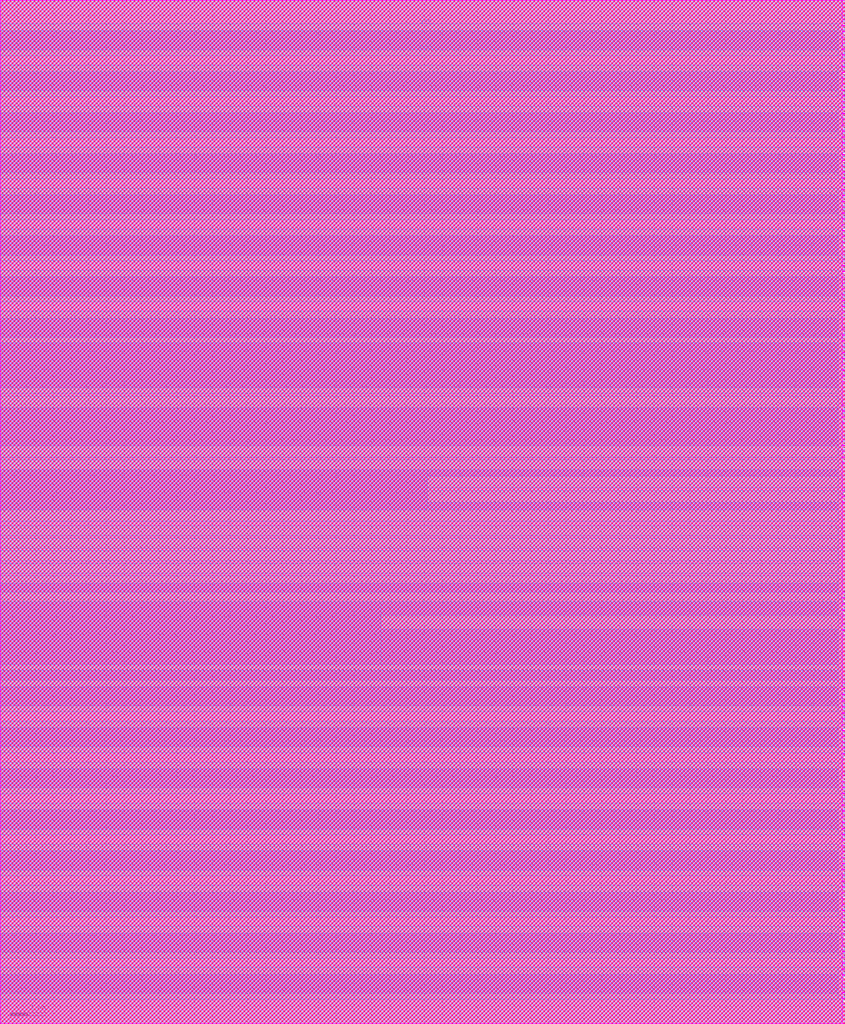
<source format=lef>
# Created by MC2 : Version 2012.02.00.d on 2025/06/20, 22:37:44

#*********************************************************************************************************************/
# Software       : TSMC MEMORY COMPILER tsn28hpcpuhddpsram_2012.02.00.d.170a						*/
# Technology     : TSMC 28nm CMOS LOGIC High Performance Compact Mobile 1P10M HKMG CU_ELK 0.9V				*/
# Memory Type    : TSMC 28nm High Performance Compact Mobile Ultra High Density Dual Port SRAM with d127 bit cell SVT Periphery */
# Library Name   : tsdn28hpcpuhdb32x16m4mwa (user specify : TSDN28HPCPUHDB32X16M4MWA)				*/
# Library Version: 170a												*/
# Generated Time : 2025/06/20, 22:37:43										*/
#*********************************************************************************************************************/
#															*/
# STATEMENT OF USE													*/
#															*/
# This information contains confidential and proprietary information of TSMC.					*/
# No part of this information may be reproduced, transmitted, transcribed,						*/
# stored in a retrieval system, or translated into any human or computer						*/
# language, in any form or by any means, electronic, mechanical, magnetic,						*/
# optical, chemical, manual, or otherwise, without the prior written permission					*/
# of TSMC. This information was prepared for informational purpose and is for					*/
# use by TSMC's customers only. TSMC reserves the right to make changes in the					*/
# information at any time and without notice.									*/
#															*/
#*********************************************************************************************************************/
VERSION 5.7 ;
BUSBITCHARS "[]" ;
DIVIDERCHAR "/" ;

MACRO TSDN28HPCPUHDB32X16M4MWA
	CLASS BLOCK ;
	FOREIGN TSDN28HPCPUHDB32X16M4MWA 0.0 0.0 ;
	ORIGIN 0.0 0.0 ;
	SIZE 47.785 BY 57.850 ;
	SYMMETRY X Y ;
	PIN AA[0]
		DIRECTION INPUT ;
		USE SIGNAL ;
		PORT
			LAYER M1 ;
			RECT 47.605 29.565 47.785 29.715 ;
			LAYER M2 ;
			RECT 47.605 29.565 47.785 29.715 ;
			LAYER M3 ;
			RECT 47.605 29.565 47.785 29.715 ;
		END
		ANTENNAGATEAREA 0.076800 LAYER M1 ;
		ANTENNADIFFAREA 0.020000 LAYER M1 ;
		ANTENNAPARTIALMETALAREA 0.534300 LAYER M1 ;
		ANTENNAMAXAREACAR 3.116700 LAYER M1 ;
		ANTENNAPARTIALCUTAREA 0.045500 LAYER VIA1 ;
		ANTENNAMAXAREACAR 0.343900 LAYER VIA1 ;
		ANTENNAGATEAREA 0.076800 LAYER M2 ;
		ANTENNADIFFAREA 0.020000 LAYER M2 ;
		ANTENNAPARTIALMETALAREA 0.845700 LAYER M2 ;
		ANTENNAMAXAREACAR 23.321800 LAYER M2 ;
		ANTENNAPARTIALCUTAREA 0.019500 LAYER VIA2 ;
		ANTENNAMAXAREACAR 0.677200 LAYER VIA2 ;
		ANTENNAGATEAREA 0.076800 LAYER M3 ;
		ANTENNADIFFAREA 0.020000 LAYER M3 ;
		ANTENNAPARTIALMETALAREA 0.774000 LAYER M3 ;
		ANTENNAMAXAREACAR 27.573000 LAYER M3 ;
	END AA[0]

	PIN AA[1]
		DIRECTION INPUT ;
		USE SIGNAL ;
		PORT
			LAYER M3 ;
			RECT 47.605 32.115 47.785 32.265 ;
			LAYER M2 ;
			RECT 47.605 32.115 47.785 32.265 ;
			LAYER M1 ;
			RECT 47.605 32.115 47.785 32.265 ;
		END
		ANTENNAGATEAREA 0.076800 LAYER M1 ;
		ANTENNADIFFAREA 0.020000 LAYER M1 ;
		ANTENNAPARTIALMETALAREA 0.534300 LAYER M1 ;
		ANTENNAMAXAREACAR 3.116700 LAYER M1 ;
		ANTENNAPARTIALCUTAREA 0.045500 LAYER VIA1 ;
		ANTENNAMAXAREACAR 0.343900 LAYER VIA1 ;
		ANTENNAGATEAREA 0.076800 LAYER M2 ;
		ANTENNADIFFAREA 0.020000 LAYER M2 ;
		ANTENNAPARTIALMETALAREA 0.845700 LAYER M2 ;
		ANTENNAMAXAREACAR 23.321800 LAYER M2 ;
		ANTENNAPARTIALCUTAREA 0.019500 LAYER VIA2 ;
		ANTENNAMAXAREACAR 0.677200 LAYER VIA2 ;
		ANTENNAGATEAREA 0.076800 LAYER M3 ;
		ANTENNADIFFAREA 0.020000 LAYER M3 ;
		ANTENNAPARTIALMETALAREA 0.774000 LAYER M3 ;
		ANTENNAMAXAREACAR 27.573000 LAYER M3 ;
	END AA[1]

	PIN AA[2]
		DIRECTION INPUT ;
		USE SIGNAL ;
		PORT
			LAYER M1 ;
			RECT 47.605 22.015 47.785 22.165 ;
			LAYER M3 ;
			RECT 47.605 22.015 47.785 22.165 ;
			LAYER M2 ;
			RECT 47.605 22.015 47.785 22.165 ;
		END
		ANTENNAGATEAREA 0.076800 LAYER M1 ;
		ANTENNADIFFAREA 0.020000 LAYER M1 ;
		ANTENNAPARTIALMETALAREA 0.534300 LAYER M1 ;
		ANTENNAMAXAREACAR 3.116700 LAYER M1 ;
		ANTENNAPARTIALCUTAREA 0.045500 LAYER VIA1 ;
		ANTENNAMAXAREACAR 0.343900 LAYER VIA1 ;
		ANTENNAGATEAREA 0.076800 LAYER M2 ;
		ANTENNADIFFAREA 0.020000 LAYER M2 ;
		ANTENNAPARTIALMETALAREA 0.845700 LAYER M2 ;
		ANTENNAMAXAREACAR 23.321800 LAYER M2 ;
		ANTENNAPARTIALCUTAREA 0.019500 LAYER VIA2 ;
		ANTENNAMAXAREACAR 0.677200 LAYER VIA2 ;
		ANTENNAGATEAREA 0.076800 LAYER M3 ;
		ANTENNADIFFAREA 0.020000 LAYER M3 ;
		ANTENNAPARTIALMETALAREA 0.774000 LAYER M3 ;
		ANTENNAMAXAREACAR 27.573000 LAYER M3 ;
	END AA[2]

	PIN AA[3]
		DIRECTION INPUT ;
		USE SIGNAL ;
		PORT
			LAYER M2 ;
			RECT 47.605 23.465 47.785 23.615 ;
			LAYER M1 ;
			RECT 47.605 23.465 47.785 23.615 ;
			LAYER M3 ;
			RECT 47.605 23.465 47.785 23.615 ;
		END
		ANTENNAGATEAREA 0.076800 LAYER M1 ;
		ANTENNADIFFAREA 0.020000 LAYER M1 ;
		ANTENNAPARTIALMETALAREA 0.534300 LAYER M1 ;
		ANTENNAMAXAREACAR 3.116700 LAYER M1 ;
		ANTENNAPARTIALCUTAREA 0.045500 LAYER VIA1 ;
		ANTENNAMAXAREACAR 0.343900 LAYER VIA1 ;
		ANTENNAGATEAREA 0.076800 LAYER M2 ;
		ANTENNADIFFAREA 0.020000 LAYER M2 ;
		ANTENNAPARTIALMETALAREA 0.845700 LAYER M2 ;
		ANTENNAMAXAREACAR 23.321800 LAYER M2 ;
		ANTENNAPARTIALCUTAREA 0.019500 LAYER VIA2 ;
		ANTENNAMAXAREACAR 0.677200 LAYER VIA2 ;
		ANTENNAGATEAREA 0.076800 LAYER M3 ;
		ANTENNADIFFAREA 0.020000 LAYER M3 ;
		ANTENNAPARTIALMETALAREA 0.774000 LAYER M3 ;
		ANTENNAMAXAREACAR 27.573000 LAYER M3 ;
	END AA[3]

	PIN AA[4]
		DIRECTION INPUT ;
		USE SIGNAL ;
		PORT
			LAYER M1 ;
			RECT 47.605 23.825 47.785 23.975 ;
			LAYER M2 ;
			RECT 47.605 23.825 47.785 23.975 ;
			LAYER M3 ;
			RECT 47.605 23.825 47.785 23.975 ;
		END
		ANTENNAGATEAREA 0.076800 LAYER M1 ;
		ANTENNADIFFAREA 0.020000 LAYER M1 ;
		ANTENNAPARTIALMETALAREA 0.534300 LAYER M1 ;
		ANTENNAMAXAREACAR 3.116700 LAYER M1 ;
		ANTENNAPARTIALCUTAREA 0.045500 LAYER VIA1 ;
		ANTENNAMAXAREACAR 0.343900 LAYER VIA1 ;
		ANTENNAGATEAREA 0.076800 LAYER M2 ;
		ANTENNADIFFAREA 0.020000 LAYER M2 ;
		ANTENNAPARTIALMETALAREA 0.845700 LAYER M2 ;
		ANTENNAMAXAREACAR 23.321800 LAYER M2 ;
		ANTENNAPARTIALCUTAREA 0.019500 LAYER VIA2 ;
		ANTENNAMAXAREACAR 0.677200 LAYER VIA2 ;
		ANTENNAGATEAREA 0.076800 LAYER M3 ;
		ANTENNADIFFAREA 0.020000 LAYER M3 ;
		ANTENNAPARTIALMETALAREA 0.774000 LAYER M3 ;
		ANTENNAMAXAREACAR 27.573000 LAYER M3 ;
	END AA[4]

	PIN AB[0]
		DIRECTION INPUT ;
		USE SIGNAL ;
		PORT
			LAYER M2 ;
			RECT 47.605 29.895 47.785 30.045 ;
			LAYER M3 ;
			RECT 47.605 29.895 47.785 30.045 ;
			LAYER M1 ;
			RECT 47.605 29.895 47.785 30.045 ;
		END
		ANTENNAGATEAREA 0.060300 LAYER M1 ;
		ANTENNADIFFAREA 0.020000 LAYER M1 ;
		ANTENNAPARTIALMETALAREA 0.437200 LAYER M1 ;
		ANTENNAMAXAREACAR 2.215600 LAYER M1 ;
		ANTENNAPARTIALCUTAREA 0.039000 LAYER VIA1 ;
		ANTENNAMAXAREACAR 0.343900 LAYER VIA1 ;
		ANTENNAGATEAREA 0.060300 LAYER M2 ;
		ANTENNADIFFAREA 0.020000 LAYER M2 ;
		ANTENNAPARTIALMETALAREA 0.812900 LAYER M2 ;
		ANTENNAMAXAREACAR 34.966700 LAYER M2 ;
		ANTENNAPARTIALCUTAREA 0.026000 LAYER VIA2 ;
		ANTENNAMAXAREACAR 0.866700 LAYER VIA2 ;
		ANTENNAGATEAREA 0.060300 LAYER M3 ;
		ANTENNADIFFAREA 0.020000 LAYER M3 ;
		ANTENNAPARTIALMETALAREA 0.869800 LAYER M3 ;
		ANTENNAMAXAREACAR 47.190400 LAYER M3 ;
	END AB[0]

	PIN AB[1]
		DIRECTION INPUT ;
		USE SIGNAL ;
		PORT
			LAYER M2 ;
			RECT 47.605 31.785 47.785 31.935 ;
			LAYER M3 ;
			RECT 47.605 31.785 47.785 31.935 ;
			LAYER M1 ;
			RECT 47.605 31.785 47.785 31.935 ;
		END
		ANTENNAGATEAREA 0.060300 LAYER M1 ;
		ANTENNADIFFAREA 0.020000 LAYER M1 ;
		ANTENNAPARTIALMETALAREA 0.437200 LAYER M1 ;
		ANTENNAMAXAREACAR 2.215600 LAYER M1 ;
		ANTENNAPARTIALCUTAREA 0.039000 LAYER VIA1 ;
		ANTENNAMAXAREACAR 0.343900 LAYER VIA1 ;
		ANTENNAGATEAREA 0.060300 LAYER M2 ;
		ANTENNADIFFAREA 0.020000 LAYER M2 ;
		ANTENNAPARTIALMETALAREA 0.812900 LAYER M2 ;
		ANTENNAMAXAREACAR 34.966700 LAYER M2 ;
		ANTENNAPARTIALCUTAREA 0.026000 LAYER VIA2 ;
		ANTENNAMAXAREACAR 0.866700 LAYER VIA2 ;
		ANTENNAGATEAREA 0.060300 LAYER M3 ;
		ANTENNADIFFAREA 0.020000 LAYER M3 ;
		ANTENNAPARTIALMETALAREA 0.869800 LAYER M3 ;
		ANTENNAMAXAREACAR 47.190400 LAYER M3 ;
	END AB[1]

	PIN AB[2]
		DIRECTION INPUT ;
		USE SIGNAL ;
		PORT
			LAYER M1 ;
			RECT 47.605 22.345 47.785 22.495 ;
			LAYER M3 ;
			RECT 47.605 22.345 47.785 22.495 ;
			LAYER M2 ;
			RECT 47.605 22.345 47.785 22.495 ;
		END
		ANTENNAGATEAREA 0.060300 LAYER M1 ;
		ANTENNADIFFAREA 0.020000 LAYER M1 ;
		ANTENNAPARTIALMETALAREA 0.437200 LAYER M1 ;
		ANTENNAMAXAREACAR 2.215600 LAYER M1 ;
		ANTENNAPARTIALCUTAREA 0.039000 LAYER VIA1 ;
		ANTENNAMAXAREACAR 0.343900 LAYER VIA1 ;
		ANTENNAGATEAREA 0.060300 LAYER M2 ;
		ANTENNADIFFAREA 0.020000 LAYER M2 ;
		ANTENNAPARTIALMETALAREA 0.812900 LAYER M2 ;
		ANTENNAMAXAREACAR 34.966700 LAYER M2 ;
		ANTENNAPARTIALCUTAREA 0.026000 LAYER VIA2 ;
		ANTENNAMAXAREACAR 0.866700 LAYER VIA2 ;
		ANTENNAGATEAREA 0.060300 LAYER M3 ;
		ANTENNADIFFAREA 0.020000 LAYER M3 ;
		ANTENNAPARTIALMETALAREA 0.869800 LAYER M3 ;
		ANTENNAMAXAREACAR 47.190400 LAYER M3 ;
	END AB[2]

	PIN AB[3]
		DIRECTION INPUT ;
		USE SIGNAL ;
		PORT
			LAYER M1 ;
			RECT 47.605 23.135 47.785 23.285 ;
			LAYER M3 ;
			RECT 47.605 23.135 47.785 23.285 ;
			LAYER M2 ;
			RECT 47.605 23.135 47.785 23.285 ;
		END
		ANTENNAGATEAREA 0.060300 LAYER M1 ;
		ANTENNADIFFAREA 0.020000 LAYER M1 ;
		ANTENNAPARTIALMETALAREA 0.437200 LAYER M1 ;
		ANTENNAMAXAREACAR 2.215600 LAYER M1 ;
		ANTENNAPARTIALCUTAREA 0.039000 LAYER VIA1 ;
		ANTENNAMAXAREACAR 0.343900 LAYER VIA1 ;
		ANTENNAGATEAREA 0.060300 LAYER M2 ;
		ANTENNADIFFAREA 0.020000 LAYER M2 ;
		ANTENNAPARTIALMETALAREA 0.812900 LAYER M2 ;
		ANTENNAMAXAREACAR 34.966700 LAYER M2 ;
		ANTENNAPARTIALCUTAREA 0.026000 LAYER VIA2 ;
		ANTENNAMAXAREACAR 0.866700 LAYER VIA2 ;
		ANTENNAGATEAREA 0.060300 LAYER M3 ;
		ANTENNADIFFAREA 0.020000 LAYER M3 ;
		ANTENNAPARTIALMETALAREA 0.869800 LAYER M3 ;
		ANTENNAMAXAREACAR 47.190400 LAYER M3 ;
	END AB[3]

	PIN AB[4]
		DIRECTION INPUT ;
		USE SIGNAL ;
		PORT
			LAYER M3 ;
			RECT 47.605 24.155 47.785 24.305 ;
			LAYER M2 ;
			RECT 47.605 24.155 47.785 24.305 ;
			LAYER M1 ;
			RECT 47.605 24.155 47.785 24.305 ;
		END
		ANTENNAGATEAREA 0.060300 LAYER M1 ;
		ANTENNADIFFAREA 0.020000 LAYER M1 ;
		ANTENNAPARTIALMETALAREA 0.437200 LAYER M1 ;
		ANTENNAMAXAREACAR 2.215600 LAYER M1 ;
		ANTENNAPARTIALCUTAREA 0.039000 LAYER VIA1 ;
		ANTENNAMAXAREACAR 0.343900 LAYER VIA1 ;
		ANTENNAGATEAREA 0.060300 LAYER M2 ;
		ANTENNADIFFAREA 0.020000 LAYER M2 ;
		ANTENNAPARTIALMETALAREA 0.812900 LAYER M2 ;
		ANTENNAMAXAREACAR 34.966700 LAYER M2 ;
		ANTENNAPARTIALCUTAREA 0.026000 LAYER VIA2 ;
		ANTENNAMAXAREACAR 0.866700 LAYER VIA2 ;
		ANTENNAGATEAREA 0.060300 LAYER M3 ;
		ANTENNADIFFAREA 0.020000 LAYER M3 ;
		ANTENNAPARTIALMETALAREA 0.869800 LAYER M3 ;
		ANTENNAMAXAREACAR 47.190400 LAYER M3 ;
	END AB[4]

	PIN AWT
		DIRECTION INPUT ;
		USE SIGNAL ;
		PORT
			LAYER M3 ;
			RECT 47.605 47.230 47.785 47.380 ;
			LAYER M2 ;
			RECT 47.605 47.230 47.785 47.380 ;
			LAYER M1 ;
			RECT 47.605 47.230 47.785 47.380 ;
		END
		ANTENNAGATEAREA 0.129000 LAYER M1 ;
		ANTENNADIFFAREA 0.020000 LAYER M1 ;
		ANTENNAPARTIALMETALAREA 0.279100 LAYER M1 ;
		ANTENNAMAXAREACAR 0.723600 LAYER M1 ;
		ANTENNAPARTIALCUTAREA 0.039000 LAYER VIA1 ;
		ANTENNAMAXAREACAR 0.151200 LAYER VIA1 ;
		ANTENNAGATEAREA 0.129000 LAYER M2 ;
		ANTENNADIFFAREA 0.020000 LAYER M2 ;
		ANTENNAPARTIALMETALAREA 0.591000 LAYER M2 ;
		ANTENNAMAXAREACAR 5.305000 LAYER M2 ;
		ANTENNAPARTIALCUTAREA 0.006500 LAYER VIA2 ;
		ANTENNAMAXAREACAR 0.201600 LAYER VIA2 ;
		ANTENNAGATEAREA 0.129000 LAYER M3 ;
		ANTENNADIFFAREA 0.020000 LAYER M3 ;
		ANTENNAPARTIALMETALAREA 0.027000 LAYER M3 ;
		ANTENNAMAXAREACAR 5.514300 LAYER M3 ;
	END AWT

	PIN BWEBA[0]
		DIRECTION INPUT ;
		USE SIGNAL ;
		PORT
			LAYER M1 ;
			RECT 47.605 1.525 47.785 1.675 ;
			LAYER M2 ;
			RECT 47.605 1.525 47.785 1.675 ;
			LAYER M3 ;
			RECT 47.605 1.525 47.785 1.675 ;
		END
		ANTENNAGATEAREA 0.010800 LAYER M1 ;
		ANTENNADIFFAREA 0.020000 LAYER M1 ;
		ANTENNAPARTIALMETALAREA 0.177600 LAYER M1 ;
		ANTENNAMAXAREACAR 2.398100 LAYER M1 ;
		ANTENNAPARTIALCUTAREA 0.026000 LAYER VIA1 ;
		ANTENNAMAXAREACAR 0.601900 LAYER VIA1 ;
		ANTENNAGATEAREA 0.010800 LAYER M2 ;
		ANTENNADIFFAREA 0.020000 LAYER M2 ;
		ANTENNAPARTIALMETALAREA 0.776000 LAYER M2 ;
		ANTENNAMAXAREACAR 73.370400 LAYER M2 ;
		ANTENNAPARTIALCUTAREA 0.045500 LAYER VIA2 ;
		ANTENNAMAXAREACAR 1.203700 LAYER VIA2 ;
		ANTENNAGATEAREA 0.010800 LAYER M3 ;
		ANTENNADIFFAREA 0.020000 LAYER M3 ;
		ANTENNAPARTIALMETALAREA 0.242700 LAYER M3 ;
		ANTENNAMAXAREACAR 75.870400 LAYER M3 ;
	END BWEBA[0]

	PIN BWEBA[10]
		DIRECTION INPUT ;
		USE SIGNAL ;
		PORT
			LAYER M3 ;
			RECT 47.605 42.940 47.785 43.090 ;
			LAYER M1 ;
			RECT 47.605 42.940 47.785 43.090 ;
			LAYER M2 ;
			RECT 47.605 42.940 47.785 43.090 ;
		END
		ANTENNAGATEAREA 0.010800 LAYER M1 ;
		ANTENNADIFFAREA 0.020000 LAYER M1 ;
		ANTENNAPARTIALMETALAREA 0.177600 LAYER M1 ;
		ANTENNAMAXAREACAR 2.398100 LAYER M1 ;
		ANTENNAPARTIALCUTAREA 0.026000 LAYER VIA1 ;
		ANTENNAMAXAREACAR 0.601900 LAYER VIA1 ;
		ANTENNAGATEAREA 0.010800 LAYER M2 ;
		ANTENNADIFFAREA 0.020000 LAYER M2 ;
		ANTENNAPARTIALMETALAREA 0.776000 LAYER M2 ;
		ANTENNAMAXAREACAR 73.370400 LAYER M2 ;
		ANTENNAPARTIALCUTAREA 0.045500 LAYER VIA2 ;
		ANTENNAMAXAREACAR 1.203700 LAYER VIA2 ;
		ANTENNAGATEAREA 0.010800 LAYER M3 ;
		ANTENNADIFFAREA 0.020000 LAYER M3 ;
		ANTENNAPARTIALMETALAREA 0.242700 LAYER M3 ;
		ANTENNAMAXAREACAR 75.870400 LAYER M3 ;
	END BWEBA[10]

	PIN BWEBA[11]
		DIRECTION INPUT ;
		USE SIGNAL ;
		PORT
			LAYER M2 ;
			RECT 47.605 45.910 47.785 46.060 ;
			LAYER M3 ;
			RECT 47.605 45.910 47.785 46.060 ;
			LAYER M1 ;
			RECT 47.605 45.910 47.785 46.060 ;
		END
		ANTENNAGATEAREA 0.010800 LAYER M1 ;
		ANTENNADIFFAREA 0.020000 LAYER M1 ;
		ANTENNAPARTIALMETALAREA 0.177600 LAYER M1 ;
		ANTENNAMAXAREACAR 2.398100 LAYER M1 ;
		ANTENNAPARTIALCUTAREA 0.026000 LAYER VIA1 ;
		ANTENNAMAXAREACAR 0.601900 LAYER VIA1 ;
		ANTENNAGATEAREA 0.010800 LAYER M2 ;
		ANTENNADIFFAREA 0.020000 LAYER M2 ;
		ANTENNAPARTIALMETALAREA 0.776000 LAYER M2 ;
		ANTENNAMAXAREACAR 73.370400 LAYER M2 ;
		ANTENNAPARTIALCUTAREA 0.045500 LAYER VIA2 ;
		ANTENNAMAXAREACAR 1.203700 LAYER VIA2 ;
		ANTENNAGATEAREA 0.010800 LAYER M3 ;
		ANTENNADIFFAREA 0.020000 LAYER M3 ;
		ANTENNAPARTIALMETALAREA 0.242700 LAYER M3 ;
		ANTENNAMAXAREACAR 75.870400 LAYER M3 ;
	END BWEBA[11]

	PIN BWEBA[12]
		DIRECTION INPUT ;
		USE SIGNAL ;
		PORT
			LAYER M3 ;
			RECT 47.605 48.220 47.785 48.370 ;
			LAYER M2 ;
			RECT 47.605 48.220 47.785 48.370 ;
			LAYER M1 ;
			RECT 47.605 48.220 47.785 48.370 ;
		END
		ANTENNAGATEAREA 0.010800 LAYER M1 ;
		ANTENNADIFFAREA 0.020000 LAYER M1 ;
		ANTENNAPARTIALMETALAREA 0.177600 LAYER M1 ;
		ANTENNAMAXAREACAR 2.398100 LAYER M1 ;
		ANTENNAPARTIALCUTAREA 0.026000 LAYER VIA1 ;
		ANTENNAMAXAREACAR 0.601900 LAYER VIA1 ;
		ANTENNAGATEAREA 0.010800 LAYER M2 ;
		ANTENNADIFFAREA 0.020000 LAYER M2 ;
		ANTENNAPARTIALMETALAREA 0.776000 LAYER M2 ;
		ANTENNAMAXAREACAR 73.370400 LAYER M2 ;
		ANTENNAPARTIALCUTAREA 0.045500 LAYER VIA2 ;
		ANTENNAMAXAREACAR 1.203700 LAYER VIA2 ;
		ANTENNAGATEAREA 0.010800 LAYER M3 ;
		ANTENNADIFFAREA 0.020000 LAYER M3 ;
		ANTENNAPARTIALMETALAREA 0.242700 LAYER M3 ;
		ANTENNAMAXAREACAR 75.870400 LAYER M3 ;
	END BWEBA[12]

	PIN BWEBA[13]
		DIRECTION INPUT ;
		USE SIGNAL ;
		PORT
			LAYER M2 ;
			RECT 47.605 50.205 47.785 50.355 ;
			LAYER M3 ;
			RECT 47.605 50.205 47.785 50.355 ;
			LAYER M1 ;
			RECT 47.605 50.205 47.785 50.355 ;
		END
		ANTENNAGATEAREA 0.010800 LAYER M1 ;
		ANTENNADIFFAREA 0.020000 LAYER M1 ;
		ANTENNAPARTIALMETALAREA 0.177600 LAYER M1 ;
		ANTENNAMAXAREACAR 2.398100 LAYER M1 ;
		ANTENNAPARTIALCUTAREA 0.026000 LAYER VIA1 ;
		ANTENNAMAXAREACAR 0.601900 LAYER VIA1 ;
		ANTENNAGATEAREA 0.010800 LAYER M2 ;
		ANTENNADIFFAREA 0.020000 LAYER M2 ;
		ANTENNAPARTIALMETALAREA 0.776000 LAYER M2 ;
		ANTENNAMAXAREACAR 73.370400 LAYER M2 ;
		ANTENNAPARTIALCUTAREA 0.045500 LAYER VIA2 ;
		ANTENNAMAXAREACAR 1.203700 LAYER VIA2 ;
		ANTENNAGATEAREA 0.010800 LAYER M3 ;
		ANTENNADIFFAREA 0.020000 LAYER M3 ;
		ANTENNAPARTIALMETALAREA 0.242700 LAYER M3 ;
		ANTENNAMAXAREACAR 75.870400 LAYER M3 ;
	END BWEBA[13]

	PIN BWEBA[14]
		DIRECTION INPUT ;
		USE SIGNAL ;
		PORT
			LAYER M1 ;
			RECT 47.605 52.525 47.785 52.675 ;
			LAYER M2 ;
			RECT 47.605 52.525 47.785 52.675 ;
			LAYER M3 ;
			RECT 47.605 52.525 47.785 52.675 ;
		END
		ANTENNAGATEAREA 0.010800 LAYER M1 ;
		ANTENNADIFFAREA 0.020000 LAYER M1 ;
		ANTENNAPARTIALMETALAREA 0.177600 LAYER M1 ;
		ANTENNAMAXAREACAR 2.398100 LAYER M1 ;
		ANTENNAPARTIALCUTAREA 0.026000 LAYER VIA1 ;
		ANTENNAMAXAREACAR 0.601900 LAYER VIA1 ;
		ANTENNAGATEAREA 0.010800 LAYER M2 ;
		ANTENNADIFFAREA 0.020000 LAYER M2 ;
		ANTENNAPARTIALMETALAREA 0.776000 LAYER M2 ;
		ANTENNAMAXAREACAR 73.370400 LAYER M2 ;
		ANTENNAPARTIALCUTAREA 0.045500 LAYER VIA2 ;
		ANTENNAMAXAREACAR 1.203700 LAYER VIA2 ;
		ANTENNAGATEAREA 0.010800 LAYER M3 ;
		ANTENNADIFFAREA 0.020000 LAYER M3 ;
		ANTENNAPARTIALMETALAREA 0.242700 LAYER M3 ;
		ANTENNAMAXAREACAR 75.870400 LAYER M3 ;
	END BWEBA[14]

	PIN BWEBA[15]
		DIRECTION INPUT ;
		USE SIGNAL ;
		PORT
			LAYER M3 ;
			RECT 47.605 54.845 47.785 54.995 ;
			LAYER M1 ;
			RECT 47.605 54.845 47.785 54.995 ;
			LAYER M2 ;
			RECT 47.605 54.845 47.785 54.995 ;
		END
		ANTENNAGATEAREA 0.010800 LAYER M1 ;
		ANTENNADIFFAREA 0.020000 LAYER M1 ;
		ANTENNAPARTIALMETALAREA 0.177600 LAYER M1 ;
		ANTENNAMAXAREACAR 2.398100 LAYER M1 ;
		ANTENNAPARTIALCUTAREA 0.026000 LAYER VIA1 ;
		ANTENNAMAXAREACAR 0.601900 LAYER VIA1 ;
		ANTENNAGATEAREA 0.010800 LAYER M2 ;
		ANTENNADIFFAREA 0.020000 LAYER M2 ;
		ANTENNAPARTIALMETALAREA 0.776000 LAYER M2 ;
		ANTENNAMAXAREACAR 73.370400 LAYER M2 ;
		ANTENNAPARTIALCUTAREA 0.045500 LAYER VIA2 ;
		ANTENNAMAXAREACAR 1.203700 LAYER VIA2 ;
		ANTENNAGATEAREA 0.010800 LAYER M3 ;
		ANTENNADIFFAREA 0.020000 LAYER M3 ;
		ANTENNAPARTIALMETALAREA 0.242700 LAYER M3 ;
		ANTENNAMAXAREACAR 75.870400 LAYER M3 ;
	END BWEBA[15]

	PIN BWEBA[1]
		DIRECTION INPUT ;
		USE SIGNAL ;
		PORT
			LAYER M2 ;
			RECT 47.605 3.845 47.785 3.995 ;
			LAYER M3 ;
			RECT 47.605 3.845 47.785 3.995 ;
			LAYER M1 ;
			RECT 47.605 3.845 47.785 3.995 ;
		END
		ANTENNAGATEAREA 0.010800 LAYER M1 ;
		ANTENNADIFFAREA 0.020000 LAYER M1 ;
		ANTENNAPARTIALMETALAREA 0.177600 LAYER M1 ;
		ANTENNAMAXAREACAR 2.398100 LAYER M1 ;
		ANTENNAPARTIALCUTAREA 0.026000 LAYER VIA1 ;
		ANTENNAMAXAREACAR 0.601900 LAYER VIA1 ;
		ANTENNAGATEAREA 0.010800 LAYER M2 ;
		ANTENNADIFFAREA 0.020000 LAYER M2 ;
		ANTENNAPARTIALMETALAREA 0.776000 LAYER M2 ;
		ANTENNAMAXAREACAR 73.370400 LAYER M2 ;
		ANTENNAPARTIALCUTAREA 0.045500 LAYER VIA2 ;
		ANTENNAMAXAREACAR 1.203700 LAYER VIA2 ;
		ANTENNAGATEAREA 0.010800 LAYER M3 ;
		ANTENNADIFFAREA 0.020000 LAYER M3 ;
		ANTENNAPARTIALMETALAREA 0.242700 LAYER M3 ;
		ANTENNAMAXAREACAR 75.870400 LAYER M3 ;
	END BWEBA[1]

	PIN BWEBA[2]
		DIRECTION INPUT ;
		USE SIGNAL ;
		PORT
			LAYER M3 ;
			RECT 47.605 6.165 47.785 6.315 ;
			LAYER M2 ;
			RECT 47.605 6.165 47.785 6.315 ;
			LAYER M1 ;
			RECT 47.605 6.165 47.785 6.315 ;
		END
		ANTENNAGATEAREA 0.010800 LAYER M1 ;
		ANTENNADIFFAREA 0.020000 LAYER M1 ;
		ANTENNAPARTIALMETALAREA 0.177600 LAYER M1 ;
		ANTENNAMAXAREACAR 2.398100 LAYER M1 ;
		ANTENNAPARTIALCUTAREA 0.026000 LAYER VIA1 ;
		ANTENNAMAXAREACAR 0.601900 LAYER VIA1 ;
		ANTENNAGATEAREA 0.010800 LAYER M2 ;
		ANTENNADIFFAREA 0.020000 LAYER M2 ;
		ANTENNAPARTIALMETALAREA 0.776000 LAYER M2 ;
		ANTENNAMAXAREACAR 73.370400 LAYER M2 ;
		ANTENNAPARTIALCUTAREA 0.045500 LAYER VIA2 ;
		ANTENNAMAXAREACAR 1.203700 LAYER VIA2 ;
		ANTENNAGATEAREA 0.010800 LAYER M3 ;
		ANTENNADIFFAREA 0.020000 LAYER M3 ;
		ANTENNAPARTIALMETALAREA 0.242700 LAYER M3 ;
		ANTENNAMAXAREACAR 75.870400 LAYER M3 ;
	END BWEBA[2]

	PIN BWEBA[3]
		DIRECTION INPUT ;
		USE SIGNAL ;
		PORT
			LAYER M2 ;
			RECT 47.605 8.485 47.785 8.635 ;
			LAYER M3 ;
			RECT 47.605 8.485 47.785 8.635 ;
			LAYER M1 ;
			RECT 47.605 8.485 47.785 8.635 ;
		END
		ANTENNAGATEAREA 0.010800 LAYER M1 ;
		ANTENNADIFFAREA 0.020000 LAYER M1 ;
		ANTENNAPARTIALMETALAREA 0.177600 LAYER M1 ;
		ANTENNAMAXAREACAR 2.398100 LAYER M1 ;
		ANTENNAPARTIALCUTAREA 0.026000 LAYER VIA1 ;
		ANTENNAMAXAREACAR 0.601900 LAYER VIA1 ;
		ANTENNAGATEAREA 0.010800 LAYER M2 ;
		ANTENNADIFFAREA 0.020000 LAYER M2 ;
		ANTENNAPARTIALMETALAREA 0.776000 LAYER M2 ;
		ANTENNAMAXAREACAR 73.370400 LAYER M2 ;
		ANTENNAPARTIALCUTAREA 0.045500 LAYER VIA2 ;
		ANTENNAMAXAREACAR 1.203700 LAYER VIA2 ;
		ANTENNAGATEAREA 0.010800 LAYER M3 ;
		ANTENNADIFFAREA 0.020000 LAYER M3 ;
		ANTENNAPARTIALMETALAREA 0.242700 LAYER M3 ;
		ANTENNAMAXAREACAR 75.870400 LAYER M3 ;
	END BWEBA[3]

	PIN BWEBA[4]
		DIRECTION INPUT ;
		USE SIGNAL ;
		PORT
			LAYER M3 ;
			RECT 47.605 10.795 47.785 10.945 ;
			LAYER M1 ;
			RECT 47.605 10.795 47.785 10.945 ;
			LAYER M2 ;
			RECT 47.605 10.795 47.785 10.945 ;
		END
		ANTENNAGATEAREA 0.010800 LAYER M1 ;
		ANTENNADIFFAREA 0.020000 LAYER M1 ;
		ANTENNAPARTIALMETALAREA 0.177600 LAYER M1 ;
		ANTENNAMAXAREACAR 2.398100 LAYER M1 ;
		ANTENNAPARTIALCUTAREA 0.026000 LAYER VIA1 ;
		ANTENNAMAXAREACAR 0.601900 LAYER VIA1 ;
		ANTENNAGATEAREA 0.010800 LAYER M2 ;
		ANTENNADIFFAREA 0.020000 LAYER M2 ;
		ANTENNAPARTIALMETALAREA 0.776000 LAYER M2 ;
		ANTENNAMAXAREACAR 73.370400 LAYER M2 ;
		ANTENNAPARTIALCUTAREA 0.045500 LAYER VIA2 ;
		ANTENNAMAXAREACAR 1.203700 LAYER VIA2 ;
		ANTENNAGATEAREA 0.010800 LAYER M3 ;
		ANTENNADIFFAREA 0.020000 LAYER M3 ;
		ANTENNAPARTIALMETALAREA 0.242700 LAYER M3 ;
		ANTENNAMAXAREACAR 75.870400 LAYER M3 ;
	END BWEBA[4]

	PIN BWEBA[5]
		DIRECTION INPUT ;
		USE SIGNAL ;
		PORT
			LAYER M1 ;
			RECT 47.605 12.775 47.785 12.925 ;
			LAYER M2 ;
			RECT 47.605 12.775 47.785 12.925 ;
			LAYER M3 ;
			RECT 47.605 12.775 47.785 12.925 ;
		END
		ANTENNAGATEAREA 0.010800 LAYER M1 ;
		ANTENNADIFFAREA 0.020000 LAYER M1 ;
		ANTENNAPARTIALMETALAREA 0.177600 LAYER M1 ;
		ANTENNAMAXAREACAR 2.398100 LAYER M1 ;
		ANTENNAPARTIALCUTAREA 0.026000 LAYER VIA1 ;
		ANTENNAMAXAREACAR 0.601900 LAYER VIA1 ;
		ANTENNAGATEAREA 0.010800 LAYER M2 ;
		ANTENNADIFFAREA 0.020000 LAYER M2 ;
		ANTENNAPARTIALMETALAREA 0.776000 LAYER M2 ;
		ANTENNAMAXAREACAR 73.370400 LAYER M2 ;
		ANTENNAPARTIALCUTAREA 0.045500 LAYER VIA2 ;
		ANTENNAMAXAREACAR 1.203700 LAYER VIA2 ;
		ANTENNAGATEAREA 0.010800 LAYER M3 ;
		ANTENNADIFFAREA 0.020000 LAYER M3 ;
		ANTENNAPARTIALMETALAREA 0.242700 LAYER M3 ;
		ANTENNAMAXAREACAR 75.870400 LAYER M3 ;
	END BWEBA[5]

	PIN BWEBA[6]
		DIRECTION INPUT ;
		USE SIGNAL ;
		PORT
			LAYER M3 ;
			RECT 47.605 15.670 47.785 15.820 ;
			LAYER M2 ;
			RECT 47.605 15.670 47.785 15.820 ;
			LAYER M1 ;
			RECT 47.605 15.670 47.785 15.820 ;
		END
		ANTENNAGATEAREA 0.010800 LAYER M1 ;
		ANTENNADIFFAREA 0.020000 LAYER M1 ;
		ANTENNAPARTIALMETALAREA 0.177600 LAYER M1 ;
		ANTENNAMAXAREACAR 2.398100 LAYER M1 ;
		ANTENNAPARTIALCUTAREA 0.026000 LAYER VIA1 ;
		ANTENNAMAXAREACAR 0.601900 LAYER VIA1 ;
		ANTENNAGATEAREA 0.010800 LAYER M2 ;
		ANTENNADIFFAREA 0.020000 LAYER M2 ;
		ANTENNAPARTIALMETALAREA 0.776000 LAYER M2 ;
		ANTENNAMAXAREACAR 73.370400 LAYER M2 ;
		ANTENNAPARTIALCUTAREA 0.045500 LAYER VIA2 ;
		ANTENNAMAXAREACAR 1.203700 LAYER VIA2 ;
		ANTENNAGATEAREA 0.010800 LAYER M3 ;
		ANTENNADIFFAREA 0.020000 LAYER M3 ;
		ANTENNAPARTIALMETALAREA 0.242700 LAYER M3 ;
		ANTENNAMAXAREACAR 75.870400 LAYER M3 ;
	END BWEBA[6]

	PIN BWEBA[7]
		DIRECTION INPUT ;
		USE SIGNAL ;
		PORT
			LAYER M3 ;
			RECT 47.605 17.670 47.785 17.820 ;
			LAYER M1 ;
			RECT 47.605 17.670 47.785 17.820 ;
			LAYER M2 ;
			RECT 47.605 17.670 47.785 17.820 ;
		END
		ANTENNAGATEAREA 0.010800 LAYER M1 ;
		ANTENNADIFFAREA 0.020000 LAYER M1 ;
		ANTENNAPARTIALMETALAREA 0.177600 LAYER M1 ;
		ANTENNAMAXAREACAR 2.398100 LAYER M1 ;
		ANTENNAPARTIALCUTAREA 0.026000 LAYER VIA1 ;
		ANTENNAMAXAREACAR 0.601900 LAYER VIA1 ;
		ANTENNAGATEAREA 0.010800 LAYER M2 ;
		ANTENNADIFFAREA 0.020000 LAYER M2 ;
		ANTENNAPARTIALMETALAREA 0.776000 LAYER M2 ;
		ANTENNAMAXAREACAR 73.370400 LAYER M2 ;
		ANTENNAPARTIALCUTAREA 0.045500 LAYER VIA2 ;
		ANTENNAMAXAREACAR 1.203700 LAYER VIA2 ;
		ANTENNAGATEAREA 0.010800 LAYER M3 ;
		ANTENNADIFFAREA 0.020000 LAYER M3 ;
		ANTENNAPARTIALMETALAREA 0.242700 LAYER M3 ;
		ANTENNAMAXAREACAR 75.870400 LAYER M3 ;
	END BWEBA[7]

	PIN BWEBA[8]
		DIRECTION INPUT ;
		USE SIGNAL ;
		PORT
			LAYER M3 ;
			RECT 47.605 38.020 47.785 38.170 ;
			LAYER M2 ;
			RECT 47.605 38.020 47.785 38.170 ;
			LAYER M1 ;
			RECT 47.605 38.020 47.785 38.170 ;
		END
		ANTENNAGATEAREA 0.010800 LAYER M1 ;
		ANTENNADIFFAREA 0.020000 LAYER M1 ;
		ANTENNAPARTIALMETALAREA 0.177600 LAYER M1 ;
		ANTENNAMAXAREACAR 2.398100 LAYER M1 ;
		ANTENNAPARTIALCUTAREA 0.026000 LAYER VIA1 ;
		ANTENNAMAXAREACAR 0.601900 LAYER VIA1 ;
		ANTENNAGATEAREA 0.010800 LAYER M2 ;
		ANTENNADIFFAREA 0.020000 LAYER M2 ;
		ANTENNAPARTIALMETALAREA 0.776000 LAYER M2 ;
		ANTENNAMAXAREACAR 73.370400 LAYER M2 ;
		ANTENNAPARTIALCUTAREA 0.045500 LAYER VIA2 ;
		ANTENNAMAXAREACAR 1.203700 LAYER VIA2 ;
		ANTENNAGATEAREA 0.010800 LAYER M3 ;
		ANTENNADIFFAREA 0.020000 LAYER M3 ;
		ANTENNAPARTIALMETALAREA 0.242700 LAYER M3 ;
		ANTENNAMAXAREACAR 75.870400 LAYER M3 ;
	END BWEBA[8]

	PIN BWEBA[9]
		DIRECTION INPUT ;
		USE SIGNAL ;
		PORT
			LAYER M1 ;
			RECT 47.605 40.630 47.785 40.780 ;
			LAYER M2 ;
			RECT 47.605 40.630 47.785 40.780 ;
			LAYER M3 ;
			RECT 47.605 40.630 47.785 40.780 ;
		END
		ANTENNAGATEAREA 0.010800 LAYER M1 ;
		ANTENNADIFFAREA 0.020000 LAYER M1 ;
		ANTENNAPARTIALMETALAREA 0.177600 LAYER M1 ;
		ANTENNAMAXAREACAR 2.398100 LAYER M1 ;
		ANTENNAPARTIALCUTAREA 0.026000 LAYER VIA1 ;
		ANTENNAMAXAREACAR 0.601900 LAYER VIA1 ;
		ANTENNAGATEAREA 0.010800 LAYER M2 ;
		ANTENNADIFFAREA 0.020000 LAYER M2 ;
		ANTENNAPARTIALMETALAREA 0.776000 LAYER M2 ;
		ANTENNAMAXAREACAR 73.370400 LAYER M2 ;
		ANTENNAPARTIALCUTAREA 0.045500 LAYER VIA2 ;
		ANTENNAMAXAREACAR 1.203700 LAYER VIA2 ;
		ANTENNAGATEAREA 0.010800 LAYER M3 ;
		ANTENNADIFFAREA 0.020000 LAYER M3 ;
		ANTENNAPARTIALMETALAREA 0.242700 LAYER M3 ;
		ANTENNAMAXAREACAR 75.870400 LAYER M3 ;
	END BWEBA[9]

	PIN BWEBB[0]
		DIRECTION INPUT ;
		USE SIGNAL ;
		PORT
			LAYER M3 ;
			RECT 47.605 1.195 47.785 1.345 ;
			LAYER M1 ;
			RECT 47.605 1.195 47.785 1.345 ;
			LAYER M2 ;
			RECT 47.605 1.195 47.785 1.345 ;
		END
		ANTENNAGATEAREA 0.010800 LAYER M1 ;
		ANTENNADIFFAREA 0.020000 LAYER M1 ;
		ANTENNAPARTIALMETALAREA 0.349700 LAYER M1 ;
		ANTENNAMAXAREACAR 19.050900 LAYER M1 ;
		ANTENNAPARTIALCUTAREA 0.032500 LAYER VIA1 ;
		ANTENNAMAXAREACAR 1.203700 LAYER VIA1 ;
		ANTENNAGATEAREA 0.010800 LAYER M2 ;
		ANTENNADIFFAREA 0.020000 LAYER M2 ;
		ANTENNAPARTIALMETALAREA 0.829000 LAYER M2 ;
		ANTENNAMAXAREACAR 90.180600 LAYER M2 ;
		ANTENNAPARTIALCUTAREA 0.032500 LAYER VIA2 ;
		ANTENNAMAXAREACAR 1.805600 LAYER VIA2 ;
		ANTENNAGATEAREA 0.010800 LAYER M3 ;
		ANTENNADIFFAREA 0.020000 LAYER M3 ;
		ANTENNAPARTIALMETALAREA 0.187500 LAYER M3 ;
		ANTENNAMAXAREACAR 92.680600 LAYER M3 ;
	END BWEBB[0]

	PIN BWEBB[10]
		DIRECTION INPUT ;
		USE SIGNAL ;
		PORT
			LAYER M2 ;
			RECT 47.605 42.610 47.785 42.760 ;
			LAYER M1 ;
			RECT 47.605 42.610 47.785 42.760 ;
			LAYER M3 ;
			RECT 47.605 42.610 47.785 42.760 ;
		END
		ANTENNAGATEAREA 0.010800 LAYER M1 ;
		ANTENNADIFFAREA 0.020000 LAYER M1 ;
		ANTENNAPARTIALMETALAREA 0.349700 LAYER M1 ;
		ANTENNAMAXAREACAR 19.050900 LAYER M1 ;
		ANTENNAPARTIALCUTAREA 0.032500 LAYER VIA1 ;
		ANTENNAMAXAREACAR 1.203700 LAYER VIA1 ;
		ANTENNAGATEAREA 0.010800 LAYER M2 ;
		ANTENNADIFFAREA 0.020000 LAYER M2 ;
		ANTENNAPARTIALMETALAREA 0.829000 LAYER M2 ;
		ANTENNAMAXAREACAR 90.180600 LAYER M2 ;
		ANTENNAPARTIALCUTAREA 0.032500 LAYER VIA2 ;
		ANTENNAMAXAREACAR 1.805600 LAYER VIA2 ;
		ANTENNAGATEAREA 0.010800 LAYER M3 ;
		ANTENNADIFFAREA 0.020000 LAYER M3 ;
		ANTENNAPARTIALMETALAREA 0.187500 LAYER M3 ;
		ANTENNAMAXAREACAR 92.680600 LAYER M3 ;
	END BWEBB[10]

	PIN BWEBB[11]
		DIRECTION INPUT ;
		USE SIGNAL ;
		PORT
			LAYER M3 ;
			RECT 47.605 45.580 47.785 45.730 ;
			LAYER M2 ;
			RECT 47.605 45.580 47.785 45.730 ;
			LAYER M1 ;
			RECT 47.605 45.580 47.785 45.730 ;
		END
		ANTENNAGATEAREA 0.010800 LAYER M1 ;
		ANTENNADIFFAREA 0.020000 LAYER M1 ;
		ANTENNAPARTIALMETALAREA 0.349700 LAYER M1 ;
		ANTENNAMAXAREACAR 19.050900 LAYER M1 ;
		ANTENNAPARTIALCUTAREA 0.032500 LAYER VIA1 ;
		ANTENNAMAXAREACAR 1.203700 LAYER VIA1 ;
		ANTENNAGATEAREA 0.010800 LAYER M2 ;
		ANTENNADIFFAREA 0.020000 LAYER M2 ;
		ANTENNAPARTIALMETALAREA 0.829000 LAYER M2 ;
		ANTENNAMAXAREACAR 90.180600 LAYER M2 ;
		ANTENNAPARTIALCUTAREA 0.032500 LAYER VIA2 ;
		ANTENNAMAXAREACAR 1.805600 LAYER VIA2 ;
		ANTENNAGATEAREA 0.010800 LAYER M3 ;
		ANTENNADIFFAREA 0.020000 LAYER M3 ;
		ANTENNAPARTIALMETALAREA 0.187500 LAYER M3 ;
		ANTENNAMAXAREACAR 92.680600 LAYER M3 ;
	END BWEBB[11]

	PIN BWEBB[12]
		DIRECTION INPUT ;
		USE SIGNAL ;
		PORT
			LAYER M1 ;
			RECT 47.605 47.890 47.785 48.040 ;
			LAYER M2 ;
			RECT 47.605 47.890 47.785 48.040 ;
			LAYER M3 ;
			RECT 47.605 47.890 47.785 48.040 ;
		END
		ANTENNAGATEAREA 0.010800 LAYER M1 ;
		ANTENNADIFFAREA 0.020000 LAYER M1 ;
		ANTENNAPARTIALMETALAREA 0.349700 LAYER M1 ;
		ANTENNAMAXAREACAR 19.050900 LAYER M1 ;
		ANTENNAPARTIALCUTAREA 0.032500 LAYER VIA1 ;
		ANTENNAMAXAREACAR 1.203700 LAYER VIA1 ;
		ANTENNAGATEAREA 0.010800 LAYER M2 ;
		ANTENNADIFFAREA 0.020000 LAYER M2 ;
		ANTENNAPARTIALMETALAREA 0.829000 LAYER M2 ;
		ANTENNAMAXAREACAR 90.180600 LAYER M2 ;
		ANTENNAPARTIALCUTAREA 0.032500 LAYER VIA2 ;
		ANTENNAMAXAREACAR 1.805600 LAYER VIA2 ;
		ANTENNAGATEAREA 0.010800 LAYER M3 ;
		ANTENNADIFFAREA 0.020000 LAYER M3 ;
		ANTENNAPARTIALMETALAREA 0.187500 LAYER M3 ;
		ANTENNAMAXAREACAR 92.680600 LAYER M3 ;
	END BWEBB[12]

	PIN BWEBB[13]
		DIRECTION INPUT ;
		USE SIGNAL ;
		PORT
			LAYER M3 ;
			RECT 47.605 49.875 47.785 50.025 ;
			LAYER M2 ;
			RECT 47.605 49.875 47.785 50.025 ;
			LAYER M1 ;
			RECT 47.605 49.875 47.785 50.025 ;
		END
		ANTENNAGATEAREA 0.010800 LAYER M1 ;
		ANTENNADIFFAREA 0.020000 LAYER M1 ;
		ANTENNAPARTIALMETALAREA 0.349700 LAYER M1 ;
		ANTENNAMAXAREACAR 19.050900 LAYER M1 ;
		ANTENNAPARTIALCUTAREA 0.032500 LAYER VIA1 ;
		ANTENNAMAXAREACAR 1.203700 LAYER VIA1 ;
		ANTENNAGATEAREA 0.010800 LAYER M2 ;
		ANTENNADIFFAREA 0.020000 LAYER M2 ;
		ANTENNAPARTIALMETALAREA 0.829000 LAYER M2 ;
		ANTENNAMAXAREACAR 90.180600 LAYER M2 ;
		ANTENNAPARTIALCUTAREA 0.032500 LAYER VIA2 ;
		ANTENNAMAXAREACAR 1.805600 LAYER VIA2 ;
		ANTENNAGATEAREA 0.010800 LAYER M3 ;
		ANTENNADIFFAREA 0.020000 LAYER M3 ;
		ANTENNAPARTIALMETALAREA 0.187500 LAYER M3 ;
		ANTENNAMAXAREACAR 92.680600 LAYER M3 ;
	END BWEBB[13]

	PIN BWEBB[14]
		DIRECTION INPUT ;
		USE SIGNAL ;
		PORT
			LAYER M1 ;
			RECT 47.605 52.195 47.785 52.345 ;
			LAYER M3 ;
			RECT 47.605 52.195 47.785 52.345 ;
			LAYER M2 ;
			RECT 47.605 52.195 47.785 52.345 ;
		END
		ANTENNAGATEAREA 0.010800 LAYER M1 ;
		ANTENNADIFFAREA 0.020000 LAYER M1 ;
		ANTENNAPARTIALMETALAREA 0.349700 LAYER M1 ;
		ANTENNAMAXAREACAR 19.050900 LAYER M1 ;
		ANTENNAPARTIALCUTAREA 0.032500 LAYER VIA1 ;
		ANTENNAMAXAREACAR 1.203700 LAYER VIA1 ;
		ANTENNAGATEAREA 0.010800 LAYER M2 ;
		ANTENNADIFFAREA 0.020000 LAYER M2 ;
		ANTENNAPARTIALMETALAREA 0.829000 LAYER M2 ;
		ANTENNAMAXAREACAR 90.180600 LAYER M2 ;
		ANTENNAPARTIALCUTAREA 0.032500 LAYER VIA2 ;
		ANTENNAMAXAREACAR 1.805600 LAYER VIA2 ;
		ANTENNAGATEAREA 0.010800 LAYER M3 ;
		ANTENNADIFFAREA 0.020000 LAYER M3 ;
		ANTENNAPARTIALMETALAREA 0.187500 LAYER M3 ;
		ANTENNAMAXAREACAR 92.680600 LAYER M3 ;
	END BWEBB[14]

	PIN BWEBB[15]
		DIRECTION INPUT ;
		USE SIGNAL ;
		PORT
			LAYER M1 ;
			RECT 47.605 54.515 47.785 54.665 ;
			LAYER M3 ;
			RECT 47.605 54.515 47.785 54.665 ;
			LAYER M2 ;
			RECT 47.605 54.515 47.785 54.665 ;
		END
		ANTENNAGATEAREA 0.010800 LAYER M1 ;
		ANTENNADIFFAREA 0.020000 LAYER M1 ;
		ANTENNAPARTIALMETALAREA 0.349700 LAYER M1 ;
		ANTENNAMAXAREACAR 19.050900 LAYER M1 ;
		ANTENNAPARTIALCUTAREA 0.032500 LAYER VIA1 ;
		ANTENNAMAXAREACAR 1.203700 LAYER VIA1 ;
		ANTENNAGATEAREA 0.010800 LAYER M2 ;
		ANTENNADIFFAREA 0.020000 LAYER M2 ;
		ANTENNAPARTIALMETALAREA 0.829000 LAYER M2 ;
		ANTENNAMAXAREACAR 90.180600 LAYER M2 ;
		ANTENNAPARTIALCUTAREA 0.032500 LAYER VIA2 ;
		ANTENNAMAXAREACAR 1.805600 LAYER VIA2 ;
		ANTENNAGATEAREA 0.010800 LAYER M3 ;
		ANTENNADIFFAREA 0.020000 LAYER M3 ;
		ANTENNAPARTIALMETALAREA 0.187500 LAYER M3 ;
		ANTENNAMAXAREACAR 92.680600 LAYER M3 ;
	END BWEBB[15]

	PIN BWEBB[1]
		DIRECTION INPUT ;
		USE SIGNAL ;
		PORT
			LAYER M2 ;
			RECT 47.605 3.515 47.785 3.665 ;
			LAYER M3 ;
			RECT 47.605 3.515 47.785 3.665 ;
			LAYER M1 ;
			RECT 47.605 3.515 47.785 3.665 ;
		END
		ANTENNAGATEAREA 0.010800 LAYER M1 ;
		ANTENNADIFFAREA 0.020000 LAYER M1 ;
		ANTENNAPARTIALMETALAREA 0.349700 LAYER M1 ;
		ANTENNAMAXAREACAR 19.050900 LAYER M1 ;
		ANTENNAPARTIALCUTAREA 0.032500 LAYER VIA1 ;
		ANTENNAMAXAREACAR 1.203700 LAYER VIA1 ;
		ANTENNAGATEAREA 0.010800 LAYER M2 ;
		ANTENNADIFFAREA 0.020000 LAYER M2 ;
		ANTENNAPARTIALMETALAREA 0.829000 LAYER M2 ;
		ANTENNAMAXAREACAR 90.180600 LAYER M2 ;
		ANTENNAPARTIALCUTAREA 0.032500 LAYER VIA2 ;
		ANTENNAMAXAREACAR 1.805600 LAYER VIA2 ;
		ANTENNAGATEAREA 0.010800 LAYER M3 ;
		ANTENNADIFFAREA 0.020000 LAYER M3 ;
		ANTENNAPARTIALMETALAREA 0.187500 LAYER M3 ;
		ANTENNAMAXAREACAR 92.680600 LAYER M3 ;
	END BWEBB[1]

	PIN BWEBB[2]
		DIRECTION INPUT ;
		USE SIGNAL ;
		PORT
			LAYER M3 ;
			RECT 47.605 5.835 47.785 5.985 ;
			LAYER M1 ;
			RECT 47.605 5.835 47.785 5.985 ;
			LAYER M2 ;
			RECT 47.605 5.835 47.785 5.985 ;
		END
		ANTENNAGATEAREA 0.010800 LAYER M1 ;
		ANTENNADIFFAREA 0.020000 LAYER M1 ;
		ANTENNAPARTIALMETALAREA 0.349700 LAYER M1 ;
		ANTENNAMAXAREACAR 19.050900 LAYER M1 ;
		ANTENNAPARTIALCUTAREA 0.032500 LAYER VIA1 ;
		ANTENNAMAXAREACAR 1.203700 LAYER VIA1 ;
		ANTENNAGATEAREA 0.010800 LAYER M2 ;
		ANTENNADIFFAREA 0.020000 LAYER M2 ;
		ANTENNAPARTIALMETALAREA 0.829000 LAYER M2 ;
		ANTENNAMAXAREACAR 90.180600 LAYER M2 ;
		ANTENNAPARTIALCUTAREA 0.032500 LAYER VIA2 ;
		ANTENNAMAXAREACAR 1.805600 LAYER VIA2 ;
		ANTENNAGATEAREA 0.010800 LAYER M3 ;
		ANTENNADIFFAREA 0.020000 LAYER M3 ;
		ANTENNAPARTIALMETALAREA 0.187500 LAYER M3 ;
		ANTENNAMAXAREACAR 92.680600 LAYER M3 ;
	END BWEBB[2]

	PIN BWEBB[3]
		DIRECTION INPUT ;
		USE SIGNAL ;
		PORT
			LAYER M2 ;
			RECT 47.605 8.155 47.785 8.305 ;
			LAYER M1 ;
			RECT 47.605 8.155 47.785 8.305 ;
			LAYER M3 ;
			RECT 47.605 8.155 47.785 8.305 ;
		END
		ANTENNAGATEAREA 0.010800 LAYER M1 ;
		ANTENNADIFFAREA 0.020000 LAYER M1 ;
		ANTENNAPARTIALMETALAREA 0.349700 LAYER M1 ;
		ANTENNAMAXAREACAR 19.050900 LAYER M1 ;
		ANTENNAPARTIALCUTAREA 0.032500 LAYER VIA1 ;
		ANTENNAMAXAREACAR 1.203700 LAYER VIA1 ;
		ANTENNAGATEAREA 0.010800 LAYER M2 ;
		ANTENNADIFFAREA 0.020000 LAYER M2 ;
		ANTENNAPARTIALMETALAREA 0.829000 LAYER M2 ;
		ANTENNAMAXAREACAR 90.180600 LAYER M2 ;
		ANTENNAPARTIALCUTAREA 0.032500 LAYER VIA2 ;
		ANTENNAMAXAREACAR 1.805600 LAYER VIA2 ;
		ANTENNAGATEAREA 0.010800 LAYER M3 ;
		ANTENNADIFFAREA 0.020000 LAYER M3 ;
		ANTENNAPARTIALMETALAREA 0.187500 LAYER M3 ;
		ANTENNAMAXAREACAR 92.680600 LAYER M3 ;
	END BWEBB[3]

	PIN BWEBB[4]
		DIRECTION INPUT ;
		USE SIGNAL ;
		PORT
			LAYER M3 ;
			RECT 47.605 10.465 47.785 10.615 ;
			LAYER M1 ;
			RECT 47.605 10.465 47.785 10.615 ;
			LAYER M2 ;
			RECT 47.605 10.465 47.785 10.615 ;
		END
		ANTENNAGATEAREA 0.010800 LAYER M1 ;
		ANTENNADIFFAREA 0.020000 LAYER M1 ;
		ANTENNAPARTIALMETALAREA 0.349700 LAYER M1 ;
		ANTENNAMAXAREACAR 19.050900 LAYER M1 ;
		ANTENNAPARTIALCUTAREA 0.032500 LAYER VIA1 ;
		ANTENNAMAXAREACAR 1.203700 LAYER VIA1 ;
		ANTENNAGATEAREA 0.010800 LAYER M2 ;
		ANTENNADIFFAREA 0.020000 LAYER M2 ;
		ANTENNAPARTIALMETALAREA 0.829000 LAYER M2 ;
		ANTENNAMAXAREACAR 90.180600 LAYER M2 ;
		ANTENNAPARTIALCUTAREA 0.032500 LAYER VIA2 ;
		ANTENNAMAXAREACAR 1.805600 LAYER VIA2 ;
		ANTENNAGATEAREA 0.010800 LAYER M3 ;
		ANTENNADIFFAREA 0.020000 LAYER M3 ;
		ANTENNAPARTIALMETALAREA 0.187500 LAYER M3 ;
		ANTENNAMAXAREACAR 92.680600 LAYER M3 ;
	END BWEBB[4]

	PIN BWEBB[5]
		DIRECTION INPUT ;
		USE SIGNAL ;
		PORT
			LAYER M1 ;
			RECT 47.605 12.445 47.785 12.595 ;
			LAYER M3 ;
			RECT 47.605 12.445 47.785 12.595 ;
			LAYER M2 ;
			RECT 47.605 12.445 47.785 12.595 ;
		END
		ANTENNAGATEAREA 0.010800 LAYER M1 ;
		ANTENNADIFFAREA 0.020000 LAYER M1 ;
		ANTENNAPARTIALMETALAREA 0.349700 LAYER M1 ;
		ANTENNAMAXAREACAR 19.050900 LAYER M1 ;
		ANTENNAPARTIALCUTAREA 0.032500 LAYER VIA1 ;
		ANTENNAMAXAREACAR 1.203700 LAYER VIA1 ;
		ANTENNAGATEAREA 0.010800 LAYER M2 ;
		ANTENNADIFFAREA 0.020000 LAYER M2 ;
		ANTENNAPARTIALMETALAREA 0.829000 LAYER M2 ;
		ANTENNAMAXAREACAR 90.180600 LAYER M2 ;
		ANTENNAPARTIALCUTAREA 0.032500 LAYER VIA2 ;
		ANTENNAMAXAREACAR 1.805600 LAYER VIA2 ;
		ANTENNAGATEAREA 0.010800 LAYER M3 ;
		ANTENNADIFFAREA 0.020000 LAYER M3 ;
		ANTENNAPARTIALMETALAREA 0.187500 LAYER M3 ;
		ANTENNAMAXAREACAR 92.680600 LAYER M3 ;
	END BWEBB[5]

	PIN BWEBB[6]
		DIRECTION INPUT ;
		USE SIGNAL ;
		PORT
			LAYER M1 ;
			RECT 47.605 15.340 47.785 15.490 ;
			LAYER M2 ;
			RECT 47.605 15.340 47.785 15.490 ;
			LAYER M3 ;
			RECT 47.605 15.340 47.785 15.490 ;
		END
		ANTENNAGATEAREA 0.010800 LAYER M1 ;
		ANTENNADIFFAREA 0.020000 LAYER M1 ;
		ANTENNAPARTIALMETALAREA 0.349700 LAYER M1 ;
		ANTENNAMAXAREACAR 19.050900 LAYER M1 ;
		ANTENNAPARTIALCUTAREA 0.032500 LAYER VIA1 ;
		ANTENNAMAXAREACAR 1.203700 LAYER VIA1 ;
		ANTENNAGATEAREA 0.010800 LAYER M2 ;
		ANTENNADIFFAREA 0.020000 LAYER M2 ;
		ANTENNAPARTIALMETALAREA 0.829000 LAYER M2 ;
		ANTENNAMAXAREACAR 90.180600 LAYER M2 ;
		ANTENNAPARTIALCUTAREA 0.032500 LAYER VIA2 ;
		ANTENNAMAXAREACAR 1.805600 LAYER VIA2 ;
		ANTENNAGATEAREA 0.010800 LAYER M3 ;
		ANTENNADIFFAREA 0.020000 LAYER M3 ;
		ANTENNAPARTIALMETALAREA 0.187500 LAYER M3 ;
		ANTENNAMAXAREACAR 92.680600 LAYER M3 ;
	END BWEBB[6]

	PIN BWEBB[7]
		DIRECTION INPUT ;
		USE SIGNAL ;
		PORT
			LAYER M1 ;
			RECT 47.605 17.320 47.785 17.470 ;
			LAYER M3 ;
			RECT 47.605 17.320 47.785 17.470 ;
			LAYER M2 ;
			RECT 47.605 17.320 47.785 17.470 ;
		END
		ANTENNAGATEAREA 0.010800 LAYER M1 ;
		ANTENNADIFFAREA 0.020000 LAYER M1 ;
		ANTENNAPARTIALMETALAREA 0.349700 LAYER M1 ;
		ANTENNAMAXAREACAR 19.050900 LAYER M1 ;
		ANTENNAPARTIALCUTAREA 0.032500 LAYER VIA1 ;
		ANTENNAMAXAREACAR 1.203700 LAYER VIA1 ;
		ANTENNAGATEAREA 0.010800 LAYER M2 ;
		ANTENNADIFFAREA 0.020000 LAYER M2 ;
		ANTENNAPARTIALMETALAREA 0.829000 LAYER M2 ;
		ANTENNAMAXAREACAR 90.180600 LAYER M2 ;
		ANTENNAPARTIALCUTAREA 0.032500 LAYER VIA2 ;
		ANTENNAMAXAREACAR 1.805600 LAYER VIA2 ;
		ANTENNAGATEAREA 0.010800 LAYER M3 ;
		ANTENNADIFFAREA 0.020000 LAYER M3 ;
		ANTENNAPARTIALMETALAREA 0.187500 LAYER M3 ;
		ANTENNAMAXAREACAR 92.680600 LAYER M3 ;
	END BWEBB[7]

	PIN BWEBB[8]
		DIRECTION INPUT ;
		USE SIGNAL ;
		PORT
			LAYER M2 ;
			RECT 47.605 37.690 47.785 37.840 ;
			LAYER M1 ;
			RECT 47.605 37.690 47.785 37.840 ;
			LAYER M3 ;
			RECT 47.605 37.690 47.785 37.840 ;
		END
		ANTENNAGATEAREA 0.010800 LAYER M1 ;
		ANTENNADIFFAREA 0.020000 LAYER M1 ;
		ANTENNAPARTIALMETALAREA 0.349700 LAYER M1 ;
		ANTENNAMAXAREACAR 19.050900 LAYER M1 ;
		ANTENNAPARTIALCUTAREA 0.032500 LAYER VIA1 ;
		ANTENNAMAXAREACAR 1.203700 LAYER VIA1 ;
		ANTENNAGATEAREA 0.010800 LAYER M2 ;
		ANTENNADIFFAREA 0.020000 LAYER M2 ;
		ANTENNAPARTIALMETALAREA 0.829000 LAYER M2 ;
		ANTENNAMAXAREACAR 90.180600 LAYER M2 ;
		ANTENNAPARTIALCUTAREA 0.032500 LAYER VIA2 ;
		ANTENNAMAXAREACAR 1.805600 LAYER VIA2 ;
		ANTENNAGATEAREA 0.010800 LAYER M3 ;
		ANTENNADIFFAREA 0.020000 LAYER M3 ;
		ANTENNAPARTIALMETALAREA 0.187500 LAYER M3 ;
		ANTENNAMAXAREACAR 92.680600 LAYER M3 ;
	END BWEBB[8]

	PIN BWEBB[9]
		DIRECTION INPUT ;
		USE SIGNAL ;
		PORT
			LAYER M2 ;
			RECT 47.605 40.300 47.785 40.450 ;
			LAYER M3 ;
			RECT 47.605 40.300 47.785 40.450 ;
			LAYER M1 ;
			RECT 47.605 40.300 47.785 40.450 ;
		END
		ANTENNAGATEAREA 0.010800 LAYER M1 ;
		ANTENNADIFFAREA 0.020000 LAYER M1 ;
		ANTENNAPARTIALMETALAREA 0.349700 LAYER M1 ;
		ANTENNAMAXAREACAR 19.050900 LAYER M1 ;
		ANTENNAPARTIALCUTAREA 0.032500 LAYER VIA1 ;
		ANTENNAMAXAREACAR 1.203700 LAYER VIA1 ;
		ANTENNAGATEAREA 0.010800 LAYER M2 ;
		ANTENNADIFFAREA 0.020000 LAYER M2 ;
		ANTENNAPARTIALMETALAREA 0.829000 LAYER M2 ;
		ANTENNAMAXAREACAR 90.180600 LAYER M2 ;
		ANTENNAPARTIALCUTAREA 0.032500 LAYER VIA2 ;
		ANTENNAMAXAREACAR 1.805600 LAYER VIA2 ;
		ANTENNAGATEAREA 0.010800 LAYER M3 ;
		ANTENNADIFFAREA 0.020000 LAYER M3 ;
		ANTENNAPARTIALMETALAREA 0.187500 LAYER M3 ;
		ANTENNAMAXAREACAR 92.680600 LAYER M3 ;
	END BWEBB[9]

	PIN CEBA
		DIRECTION INPUT ;
		USE SIGNAL ;
		PORT
			LAYER M2 ;
			RECT 47.605 36.700 47.785 36.850 ;
			LAYER M3 ;
			RECT 47.605 36.700 47.785 36.850 ;
			LAYER M1 ;
			RECT 47.605 36.700 47.785 36.850 ;
		END
		ANTENNAGATEAREA 0.068100 LAYER M1 ;
		ANTENNADIFFAREA 0.020000 LAYER M1 ;
		ANTENNAPARTIALMETALAREA 0.266600 LAYER M1 ;
		ANTENNAMAXAREACAR 2.847400 LAYER M1 ;
		ANTENNAPARTIALCUTAREA 0.032500 LAYER VIA1 ;
		ANTENNAMAXAREACAR 0.223400 LAYER VIA1 ;
		ANTENNAGATEAREA 0.068100 LAYER M2 ;
		ANTENNADIFFAREA 0.020000 LAYER M2 ;
		ANTENNAPARTIALMETALAREA 0.577800 LAYER M2 ;
		ANTENNAMAXAREACAR 10.714500 LAYER M2 ;
		ANTENNAPARTIALCUTAREA 0.019500 LAYER VIA2 ;
		ANTENNAMAXAREACAR 0.318800 LAYER VIA2 ;
		ANTENNAGATEAREA 0.068100 LAYER M3 ;
		ANTENNADIFFAREA 0.020000 LAYER M3 ;
		ANTENNAPARTIALMETALAREA 0.261500 LAYER M3 ;
		ANTENNAMAXAREACAR 12.155100 LAYER M3 ;
	END CEBA

	PIN CEBB
		DIRECTION INPUT ;
		USE SIGNAL ;
		PORT
			LAYER M2 ;
			RECT 47.605 37.030 47.785 37.180 ;
			LAYER M1 ;
			RECT 47.605 37.030 47.785 37.180 ;
			LAYER M3 ;
			RECT 47.605 37.030 47.785 37.180 ;
		END
		ANTENNAGATEAREA 0.029100 LAYER M1 ;
		ANTENNADIFFAREA 0.020000 LAYER M1 ;
		ANTENNAPARTIALMETALAREA 0.342200 LAYER M1 ;
		ANTENNAMAXAREACAR 10.096200 LAYER M1 ;
		ANTENNAPARTIALCUTAREA 0.013000 LAYER VIA1 ;
		ANTENNAMAXAREACAR 0.223400 LAYER VIA1 ;
		ANTENNAGATEAREA 0.029100 LAYER M2 ;
		ANTENNADIFFAREA 0.020000 LAYER M2 ;
		ANTENNAPARTIALMETALAREA 0.644400 LAYER M2 ;
		ANTENNAMAXAREACAR 32.239700 LAYER M2 ;
		ANTENNAPARTIALCUTAREA 0.006500 LAYER VIA2 ;
		ANTENNAMAXAREACAR 0.446700 LAYER VIA2 ;
		ANTENNAGATEAREA 0.029100 LAYER M3 ;
		ANTENNADIFFAREA 0.020000 LAYER M3 ;
		ANTENNAPARTIALMETALAREA 0.027000 LAYER M3 ;
		ANTENNAMAXAREACAR 33.167500 LAYER M3 ;
	END CEBB

	PIN CLK
		DIRECTION INPUT ;
		USE SIGNAL ;
		PORT
			LAYER M2 ;
			RECT 47.605 34.720 47.785 34.870 ;
			LAYER M1 ;
			RECT 47.605 34.720 47.785 34.870 ;
			LAYER M3 ;
			RECT 47.605 34.720 47.785 34.870 ;
		END
		ANTENNAGATEAREA 0.394500 LAYER M1 ;
		ANTENNADIFFAREA 0.020000 LAYER M1 ;
		ANTENNAPARTIALMETALAREA 0.757100 LAYER M1 ;
		ANTENNAMAXAREACAR 3.389600 LAYER M1 ;
		ANTENNAPARTIALCUTAREA 0.045500 LAYER VIA1 ;
		ANTENNAMAXAREACAR 0.656600 LAYER VIA1 ;
		ANTENNAGATEAREA 0.394500 LAYER M2 ;
		ANTENNADIFFAREA 0.020000 LAYER M2 ;
		ANTENNAPARTIALMETALAREA 0.828600 LAYER M2 ;
		ANTENNAMAXAREACAR 8.667400 LAYER M2 ;
		ANTENNAPARTIALCUTAREA 0.039000 LAYER VIA2 ;
		ANTENNAMAXAREACAR 1.313100 LAYER VIA2 ;
		ANTENNAGATEAREA 0.394500 LAYER M3 ;
		ANTENNADIFFAREA 0.020000 LAYER M3 ;
		ANTENNAPARTIALMETALAREA 0.952600 LAYER M3 ;
		ANTENNAMAXAREACAR 11.082000 LAYER M3 ;
	END CLK

	PIN DA[0]
		DIRECTION INPUT ;
		USE SIGNAL ;
		PORT
			LAYER M1 ;
			RECT 47.605 2.855 47.785 3.005 ;
			LAYER M2 ;
			RECT 47.605 2.855 47.785 3.005 ;
			LAYER M3 ;
			RECT 47.605 2.855 47.785 3.005 ;
		END
		ANTENNAGATEAREA 0.010800 LAYER M1 ;
		ANTENNADIFFAREA 0.020000 LAYER M1 ;
		ANTENNAPARTIALMETALAREA 0.131300 LAYER M1 ;
		ANTENNAMAXAREACAR 2.398100 LAYER M1 ;
		ANTENNAPARTIALCUTAREA 0.026000 LAYER VIA1 ;
		ANTENNAMAXAREACAR 0.601900 LAYER VIA1 ;
		ANTENNAGATEAREA 0.010800 LAYER M2 ;
		ANTENNADIFFAREA 0.020000 LAYER M2 ;
		ANTENNAPARTIALMETALAREA 0.868500 LAYER M2 ;
		ANTENNAMAXAREACAR 82.814800 LAYER M2 ;
		ANTENNAPARTIALCUTAREA 0.032500 LAYER VIA2 ;
		ANTENNAMAXAREACAR 1.203700 LAYER VIA2 ;
		ANTENNAGATEAREA 0.010800 LAYER M3 ;
		ANTENNADIFFAREA 0.020000 LAYER M3 ;
		ANTENNAPARTIALMETALAREA 0.220000 LAYER M3 ;
		ANTENNAMAXAREACAR 85.314800 LAYER M3 ;
	END DA[0]

	PIN DA[10]
		DIRECTION INPUT ;
		USE SIGNAL ;
		PORT
			LAYER M2 ;
			RECT 47.605 44.920 47.785 45.070 ;
			LAYER M3 ;
			RECT 47.605 44.920 47.785 45.070 ;
			LAYER M1 ;
			RECT 47.605 44.920 47.785 45.070 ;
		END
		ANTENNAGATEAREA 0.010800 LAYER M1 ;
		ANTENNADIFFAREA 0.020000 LAYER M1 ;
		ANTENNAPARTIALMETALAREA 0.131300 LAYER M1 ;
		ANTENNAMAXAREACAR 2.398100 LAYER M1 ;
		ANTENNAPARTIALCUTAREA 0.026000 LAYER VIA1 ;
		ANTENNAMAXAREACAR 0.601900 LAYER VIA1 ;
		ANTENNAGATEAREA 0.010800 LAYER M2 ;
		ANTENNADIFFAREA 0.020000 LAYER M2 ;
		ANTENNAPARTIALMETALAREA 0.868500 LAYER M2 ;
		ANTENNAMAXAREACAR 82.814800 LAYER M2 ;
		ANTENNAPARTIALCUTAREA 0.032500 LAYER VIA2 ;
		ANTENNAMAXAREACAR 1.203700 LAYER VIA2 ;
		ANTENNAGATEAREA 0.010800 LAYER M3 ;
		ANTENNADIFFAREA 0.020000 LAYER M3 ;
		ANTENNAPARTIALMETALAREA 0.220000 LAYER M3 ;
		ANTENNAMAXAREACAR 85.314800 LAYER M3 ;
	END DA[10]

	PIN DA[11]
		DIRECTION INPUT ;
		USE SIGNAL ;
		PORT
			LAYER M2 ;
			RECT 47.605 46.900 47.785 47.050 ;
			LAYER M3 ;
			RECT 47.605 46.900 47.785 47.050 ;
			LAYER M1 ;
			RECT 47.605 46.900 47.785 47.050 ;
		END
		ANTENNAGATEAREA 0.010800 LAYER M1 ;
		ANTENNADIFFAREA 0.020000 LAYER M1 ;
		ANTENNAPARTIALMETALAREA 0.131300 LAYER M1 ;
		ANTENNAMAXAREACAR 2.398100 LAYER M1 ;
		ANTENNAPARTIALCUTAREA 0.026000 LAYER VIA1 ;
		ANTENNAMAXAREACAR 0.601900 LAYER VIA1 ;
		ANTENNAGATEAREA 0.010800 LAYER M2 ;
		ANTENNADIFFAREA 0.020000 LAYER M2 ;
		ANTENNAPARTIALMETALAREA 0.868500 LAYER M2 ;
		ANTENNAMAXAREACAR 82.814800 LAYER M2 ;
		ANTENNAPARTIALCUTAREA 0.032500 LAYER VIA2 ;
		ANTENNAMAXAREACAR 1.203700 LAYER VIA2 ;
		ANTENNAGATEAREA 0.010800 LAYER M3 ;
		ANTENNADIFFAREA 0.020000 LAYER M3 ;
		ANTENNAPARTIALMETALAREA 0.220000 LAYER M3 ;
		ANTENNAMAXAREACAR 85.314800 LAYER M3 ;
	END DA[11]

	PIN DA[12]
		DIRECTION INPUT ;
		USE SIGNAL ;
		PORT
			LAYER M1 ;
			RECT 47.605 49.215 47.785 49.365 ;
			LAYER M3 ;
			RECT 47.605 49.215 47.785 49.365 ;
			LAYER M2 ;
			RECT 47.605 49.215 47.785 49.365 ;
		END
		ANTENNAGATEAREA 0.010800 LAYER M1 ;
		ANTENNADIFFAREA 0.020000 LAYER M1 ;
		ANTENNAPARTIALMETALAREA 0.131300 LAYER M1 ;
		ANTENNAMAXAREACAR 2.398100 LAYER M1 ;
		ANTENNAPARTIALCUTAREA 0.026000 LAYER VIA1 ;
		ANTENNAMAXAREACAR 0.601900 LAYER VIA1 ;
		ANTENNAGATEAREA 0.010800 LAYER M2 ;
		ANTENNADIFFAREA 0.020000 LAYER M2 ;
		ANTENNAPARTIALMETALAREA 0.868500 LAYER M2 ;
		ANTENNAMAXAREACAR 82.814800 LAYER M2 ;
		ANTENNAPARTIALCUTAREA 0.032500 LAYER VIA2 ;
		ANTENNAMAXAREACAR 1.203700 LAYER VIA2 ;
		ANTENNAGATEAREA 0.010800 LAYER M3 ;
		ANTENNADIFFAREA 0.020000 LAYER M3 ;
		ANTENNAPARTIALMETALAREA 0.220000 LAYER M3 ;
		ANTENNAMAXAREACAR 85.314800 LAYER M3 ;
	END DA[12]

	PIN DA[13]
		DIRECTION INPUT ;
		USE SIGNAL ;
		PORT
			LAYER M1 ;
			RECT 47.605 51.535 47.785 51.685 ;
			LAYER M2 ;
			RECT 47.605 51.535 47.785 51.685 ;
			LAYER M3 ;
			RECT 47.605 51.535 47.785 51.685 ;
		END
		ANTENNAGATEAREA 0.010800 LAYER M1 ;
		ANTENNADIFFAREA 0.020000 LAYER M1 ;
		ANTENNAPARTIALMETALAREA 0.131300 LAYER M1 ;
		ANTENNAMAXAREACAR 2.398100 LAYER M1 ;
		ANTENNAPARTIALCUTAREA 0.026000 LAYER VIA1 ;
		ANTENNAMAXAREACAR 0.601900 LAYER VIA1 ;
		ANTENNAGATEAREA 0.010800 LAYER M2 ;
		ANTENNADIFFAREA 0.020000 LAYER M2 ;
		ANTENNAPARTIALMETALAREA 0.868500 LAYER M2 ;
		ANTENNAMAXAREACAR 82.814800 LAYER M2 ;
		ANTENNAPARTIALCUTAREA 0.032500 LAYER VIA2 ;
		ANTENNAMAXAREACAR 1.203700 LAYER VIA2 ;
		ANTENNAGATEAREA 0.010800 LAYER M3 ;
		ANTENNADIFFAREA 0.020000 LAYER M3 ;
		ANTENNAPARTIALMETALAREA 0.220000 LAYER M3 ;
		ANTENNAMAXAREACAR 85.314800 LAYER M3 ;
	END DA[13]

	PIN DA[14]
		DIRECTION INPUT ;
		USE SIGNAL ;
		PORT
			LAYER M1 ;
			RECT 47.605 53.855 47.785 54.005 ;
			LAYER M2 ;
			RECT 47.605 53.855 47.785 54.005 ;
			LAYER M3 ;
			RECT 47.605 53.855 47.785 54.005 ;
		END
		ANTENNAGATEAREA 0.010800 LAYER M1 ;
		ANTENNADIFFAREA 0.020000 LAYER M1 ;
		ANTENNAPARTIALMETALAREA 0.131300 LAYER M1 ;
		ANTENNAMAXAREACAR 2.398100 LAYER M1 ;
		ANTENNAPARTIALCUTAREA 0.026000 LAYER VIA1 ;
		ANTENNAMAXAREACAR 0.601900 LAYER VIA1 ;
		ANTENNAGATEAREA 0.010800 LAYER M2 ;
		ANTENNADIFFAREA 0.020000 LAYER M2 ;
		ANTENNAPARTIALMETALAREA 0.868500 LAYER M2 ;
		ANTENNAMAXAREACAR 82.814800 LAYER M2 ;
		ANTENNAPARTIALCUTAREA 0.032500 LAYER VIA2 ;
		ANTENNAMAXAREACAR 1.203700 LAYER VIA2 ;
		ANTENNAGATEAREA 0.010800 LAYER M3 ;
		ANTENNADIFFAREA 0.020000 LAYER M3 ;
		ANTENNAPARTIALMETALAREA 0.220000 LAYER M3 ;
		ANTENNAMAXAREACAR 85.314800 LAYER M3 ;
	END DA[14]

	PIN DA[15]
		DIRECTION INPUT ;
		USE SIGNAL ;
		PORT
			LAYER M3 ;
			RECT 47.605 56.175 47.785 56.325 ;
			LAYER M1 ;
			RECT 47.605 56.175 47.785 56.325 ;
			LAYER M2 ;
			RECT 47.605 56.175 47.785 56.325 ;
		END
		ANTENNAGATEAREA 0.010800 LAYER M1 ;
		ANTENNADIFFAREA 0.020000 LAYER M1 ;
		ANTENNAPARTIALMETALAREA 0.131300 LAYER M1 ;
		ANTENNAMAXAREACAR 2.398100 LAYER M1 ;
		ANTENNAPARTIALCUTAREA 0.026000 LAYER VIA1 ;
		ANTENNAMAXAREACAR 0.601900 LAYER VIA1 ;
		ANTENNAGATEAREA 0.010800 LAYER M2 ;
		ANTENNADIFFAREA 0.020000 LAYER M2 ;
		ANTENNAPARTIALMETALAREA 0.868500 LAYER M2 ;
		ANTENNAMAXAREACAR 82.814800 LAYER M2 ;
		ANTENNAPARTIALCUTAREA 0.032500 LAYER VIA2 ;
		ANTENNAMAXAREACAR 1.203700 LAYER VIA2 ;
		ANTENNAGATEAREA 0.010800 LAYER M3 ;
		ANTENNADIFFAREA 0.020000 LAYER M3 ;
		ANTENNAPARTIALMETALAREA 0.220000 LAYER M3 ;
		ANTENNAMAXAREACAR 85.314800 LAYER M3 ;
	END DA[15]

	PIN DA[1]
		DIRECTION INPUT ;
		USE SIGNAL ;
		PORT
			LAYER M2 ;
			RECT 47.605 5.175 47.785 5.325 ;
			LAYER M3 ;
			RECT 47.605 5.175 47.785 5.325 ;
			LAYER M1 ;
			RECT 47.605 5.175 47.785 5.325 ;
		END
		ANTENNAGATEAREA 0.010800 LAYER M1 ;
		ANTENNADIFFAREA 0.020000 LAYER M1 ;
		ANTENNAPARTIALMETALAREA 0.131300 LAYER M1 ;
		ANTENNAMAXAREACAR 2.398100 LAYER M1 ;
		ANTENNAPARTIALCUTAREA 0.026000 LAYER VIA1 ;
		ANTENNAMAXAREACAR 0.601900 LAYER VIA1 ;
		ANTENNAGATEAREA 0.010800 LAYER M2 ;
		ANTENNADIFFAREA 0.020000 LAYER M2 ;
		ANTENNAPARTIALMETALAREA 0.868500 LAYER M2 ;
		ANTENNAMAXAREACAR 82.814800 LAYER M2 ;
		ANTENNAPARTIALCUTAREA 0.032500 LAYER VIA2 ;
		ANTENNAMAXAREACAR 1.203700 LAYER VIA2 ;
		ANTENNAGATEAREA 0.010800 LAYER M3 ;
		ANTENNADIFFAREA 0.020000 LAYER M3 ;
		ANTENNAPARTIALMETALAREA 0.220000 LAYER M3 ;
		ANTENNAMAXAREACAR 85.314800 LAYER M3 ;
	END DA[1]

	PIN DA[2]
		DIRECTION INPUT ;
		USE SIGNAL ;
		PORT
			LAYER M3 ;
			RECT 47.605 7.495 47.785 7.645 ;
			LAYER M1 ;
			RECT 47.605 7.495 47.785 7.645 ;
			LAYER M2 ;
			RECT 47.605 7.495 47.785 7.645 ;
		END
		ANTENNAGATEAREA 0.010800 LAYER M1 ;
		ANTENNADIFFAREA 0.020000 LAYER M1 ;
		ANTENNAPARTIALMETALAREA 0.131300 LAYER M1 ;
		ANTENNAMAXAREACAR 2.398100 LAYER M1 ;
		ANTENNAPARTIALCUTAREA 0.026000 LAYER VIA1 ;
		ANTENNAMAXAREACAR 0.601900 LAYER VIA1 ;
		ANTENNAGATEAREA 0.010800 LAYER M2 ;
		ANTENNADIFFAREA 0.020000 LAYER M2 ;
		ANTENNAPARTIALMETALAREA 0.868500 LAYER M2 ;
		ANTENNAMAXAREACAR 82.814800 LAYER M2 ;
		ANTENNAPARTIALCUTAREA 0.032500 LAYER VIA2 ;
		ANTENNAMAXAREACAR 1.203700 LAYER VIA2 ;
		ANTENNAGATEAREA 0.010800 LAYER M3 ;
		ANTENNADIFFAREA 0.020000 LAYER M3 ;
		ANTENNAPARTIALMETALAREA 0.220000 LAYER M3 ;
		ANTENNAMAXAREACAR 85.314800 LAYER M3 ;
	END DA[2]

	PIN DA[3]
		DIRECTION INPUT ;
		USE SIGNAL ;
		PORT
			LAYER M1 ;
			RECT 47.605 9.475 47.785 9.625 ;
			LAYER M3 ;
			RECT 47.605 9.475 47.785 9.625 ;
			LAYER M2 ;
			RECT 47.605 9.475 47.785 9.625 ;
		END
		ANTENNAGATEAREA 0.010800 LAYER M1 ;
		ANTENNADIFFAREA 0.020000 LAYER M1 ;
		ANTENNAPARTIALMETALAREA 0.131300 LAYER M1 ;
		ANTENNAMAXAREACAR 2.398100 LAYER M1 ;
		ANTENNAPARTIALCUTAREA 0.026000 LAYER VIA1 ;
		ANTENNAMAXAREACAR 0.601900 LAYER VIA1 ;
		ANTENNAGATEAREA 0.010800 LAYER M2 ;
		ANTENNADIFFAREA 0.020000 LAYER M2 ;
		ANTENNAPARTIALMETALAREA 0.868500 LAYER M2 ;
		ANTENNAMAXAREACAR 82.814800 LAYER M2 ;
		ANTENNAPARTIALCUTAREA 0.032500 LAYER VIA2 ;
		ANTENNAMAXAREACAR 1.203700 LAYER VIA2 ;
		ANTENNAGATEAREA 0.010800 LAYER M3 ;
		ANTENNADIFFAREA 0.020000 LAYER M3 ;
		ANTENNAPARTIALMETALAREA 0.220000 LAYER M3 ;
		ANTENNAMAXAREACAR 85.314800 LAYER M3 ;
	END DA[3]

	PIN DA[4]
		DIRECTION INPUT ;
		USE SIGNAL ;
		PORT
			LAYER M2 ;
			RECT 47.605 11.785 47.785 11.935 ;
			LAYER M3 ;
			RECT 47.605 11.785 47.785 11.935 ;
			LAYER M1 ;
			RECT 47.605 11.785 47.785 11.935 ;
		END
		ANTENNAGATEAREA 0.010800 LAYER M1 ;
		ANTENNADIFFAREA 0.020000 LAYER M1 ;
		ANTENNAPARTIALMETALAREA 0.131300 LAYER M1 ;
		ANTENNAMAXAREACAR 2.398100 LAYER M1 ;
		ANTENNAPARTIALCUTAREA 0.026000 LAYER VIA1 ;
		ANTENNAMAXAREACAR 0.601900 LAYER VIA1 ;
		ANTENNAGATEAREA 0.010800 LAYER M2 ;
		ANTENNADIFFAREA 0.020000 LAYER M2 ;
		ANTENNAPARTIALMETALAREA 0.868500 LAYER M2 ;
		ANTENNAMAXAREACAR 82.814800 LAYER M2 ;
		ANTENNAPARTIALCUTAREA 0.032500 LAYER VIA2 ;
		ANTENNAMAXAREACAR 1.203700 LAYER VIA2 ;
		ANTENNAGATEAREA 0.010800 LAYER M3 ;
		ANTENNADIFFAREA 0.020000 LAYER M3 ;
		ANTENNAPARTIALMETALAREA 0.220000 LAYER M3 ;
		ANTENNAMAXAREACAR 85.314800 LAYER M3 ;
	END DA[4]

	PIN DA[5]
		DIRECTION INPUT ;
		USE SIGNAL ;
		PORT
			LAYER M1 ;
			RECT 47.605 13.765 47.785 13.915 ;
			LAYER M3 ;
			RECT 47.605 13.765 47.785 13.915 ;
			LAYER M2 ;
			RECT 47.605 13.765 47.785 13.915 ;
		END
		ANTENNAGATEAREA 0.010800 LAYER M1 ;
		ANTENNADIFFAREA 0.020000 LAYER M1 ;
		ANTENNAPARTIALMETALAREA 0.131300 LAYER M1 ;
		ANTENNAMAXAREACAR 2.398100 LAYER M1 ;
		ANTENNAPARTIALCUTAREA 0.026000 LAYER VIA1 ;
		ANTENNAMAXAREACAR 0.601900 LAYER VIA1 ;
		ANTENNAGATEAREA 0.010800 LAYER M2 ;
		ANTENNADIFFAREA 0.020000 LAYER M2 ;
		ANTENNAPARTIALMETALAREA 0.868500 LAYER M2 ;
		ANTENNAMAXAREACAR 82.814800 LAYER M2 ;
		ANTENNAPARTIALCUTAREA 0.032500 LAYER VIA2 ;
		ANTENNAMAXAREACAR 1.203700 LAYER VIA2 ;
		ANTENNAGATEAREA 0.010800 LAYER M3 ;
		ANTENNADIFFAREA 0.020000 LAYER M3 ;
		ANTENNAPARTIALMETALAREA 0.220000 LAYER M3 ;
		ANTENNAMAXAREACAR 85.314800 LAYER M3 ;
	END DA[5]

	PIN DA[6]
		DIRECTION INPUT ;
		USE SIGNAL ;
		PORT
			LAYER M3 ;
			RECT 47.605 16.660 47.785 16.810 ;
			LAYER M1 ;
			RECT 47.605 16.660 47.785 16.810 ;
			LAYER M2 ;
			RECT 47.605 16.660 47.785 16.810 ;
		END
		ANTENNAGATEAREA 0.010800 LAYER M1 ;
		ANTENNADIFFAREA 0.020000 LAYER M1 ;
		ANTENNAPARTIALMETALAREA 0.131300 LAYER M1 ;
		ANTENNAMAXAREACAR 2.398100 LAYER M1 ;
		ANTENNAPARTIALCUTAREA 0.026000 LAYER VIA1 ;
		ANTENNAMAXAREACAR 0.601900 LAYER VIA1 ;
		ANTENNAGATEAREA 0.010800 LAYER M2 ;
		ANTENNADIFFAREA 0.020000 LAYER M2 ;
		ANTENNAPARTIALMETALAREA 0.868500 LAYER M2 ;
		ANTENNAMAXAREACAR 82.814800 LAYER M2 ;
		ANTENNAPARTIALCUTAREA 0.032500 LAYER VIA2 ;
		ANTENNAMAXAREACAR 1.203700 LAYER VIA2 ;
		ANTENNAGATEAREA 0.010800 LAYER M3 ;
		ANTENNADIFFAREA 0.020000 LAYER M3 ;
		ANTENNAPARTIALMETALAREA 0.220000 LAYER M3 ;
		ANTENNAMAXAREACAR 85.314800 LAYER M3 ;
	END DA[6]

	PIN DA[7]
		DIRECTION INPUT ;
		USE SIGNAL ;
		PORT
			LAYER M1 ;
			RECT 47.605 18.705 47.785 18.855 ;
			LAYER M2 ;
			RECT 47.605 18.705 47.785 18.855 ;
			LAYER M3 ;
			RECT 47.605 18.705 47.785 18.855 ;
		END
		ANTENNAGATEAREA 0.010800 LAYER M1 ;
		ANTENNADIFFAREA 0.020000 LAYER M1 ;
		ANTENNAPARTIALMETALAREA 0.131300 LAYER M1 ;
		ANTENNAMAXAREACAR 2.398100 LAYER M1 ;
		ANTENNAPARTIALCUTAREA 0.026000 LAYER VIA1 ;
		ANTENNAMAXAREACAR 0.601900 LAYER VIA1 ;
		ANTENNAGATEAREA 0.010800 LAYER M2 ;
		ANTENNADIFFAREA 0.020000 LAYER M2 ;
		ANTENNAPARTIALMETALAREA 0.868500 LAYER M2 ;
		ANTENNAMAXAREACAR 82.814800 LAYER M2 ;
		ANTENNAPARTIALCUTAREA 0.032500 LAYER VIA2 ;
		ANTENNAMAXAREACAR 1.203700 LAYER VIA2 ;
		ANTENNAGATEAREA 0.010800 LAYER M3 ;
		ANTENNADIFFAREA 0.020000 LAYER M3 ;
		ANTENNAPARTIALMETALAREA 0.220000 LAYER M3 ;
		ANTENNAMAXAREACAR 85.314800 LAYER M3 ;
	END DA[7]

	PIN DA[8]
		DIRECTION INPUT ;
		USE SIGNAL ;
		PORT
			LAYER M3 ;
			RECT 47.605 39.010 47.785 39.160 ;
			LAYER M1 ;
			RECT 47.605 39.010 47.785 39.160 ;
			LAYER M2 ;
			RECT 47.605 39.010 47.785 39.160 ;
		END
		ANTENNAGATEAREA 0.010800 LAYER M1 ;
		ANTENNADIFFAREA 0.020000 LAYER M1 ;
		ANTENNAPARTIALMETALAREA 0.131300 LAYER M1 ;
		ANTENNAMAXAREACAR 2.398100 LAYER M1 ;
		ANTENNAPARTIALCUTAREA 0.026000 LAYER VIA1 ;
		ANTENNAMAXAREACAR 0.601900 LAYER VIA1 ;
		ANTENNAGATEAREA 0.010800 LAYER M2 ;
		ANTENNADIFFAREA 0.020000 LAYER M2 ;
		ANTENNAPARTIALMETALAREA 0.868500 LAYER M2 ;
		ANTENNAMAXAREACAR 82.814800 LAYER M2 ;
		ANTENNAPARTIALCUTAREA 0.032500 LAYER VIA2 ;
		ANTENNAMAXAREACAR 1.203700 LAYER VIA2 ;
		ANTENNAGATEAREA 0.010800 LAYER M3 ;
		ANTENNADIFFAREA 0.020000 LAYER M3 ;
		ANTENNAPARTIALMETALAREA 0.220000 LAYER M3 ;
		ANTENNAMAXAREACAR 85.314800 LAYER M3 ;
	END DA[8]

	PIN DA[9]
		DIRECTION INPUT ;
		USE SIGNAL ;
		PORT
			LAYER M2 ;
			RECT 47.605 41.620 47.785 41.770 ;
			LAYER M1 ;
			RECT 47.605 41.620 47.785 41.770 ;
			LAYER M3 ;
			RECT 47.605 41.620 47.785 41.770 ;
		END
		ANTENNAGATEAREA 0.010800 LAYER M1 ;
		ANTENNADIFFAREA 0.020000 LAYER M1 ;
		ANTENNAPARTIALMETALAREA 0.131300 LAYER M1 ;
		ANTENNAMAXAREACAR 2.398100 LAYER M1 ;
		ANTENNAPARTIALCUTAREA 0.026000 LAYER VIA1 ;
		ANTENNAMAXAREACAR 0.601900 LAYER VIA1 ;
		ANTENNAGATEAREA 0.010800 LAYER M2 ;
		ANTENNADIFFAREA 0.020000 LAYER M2 ;
		ANTENNAPARTIALMETALAREA 0.868500 LAYER M2 ;
		ANTENNAMAXAREACAR 82.814800 LAYER M2 ;
		ANTENNAPARTIALCUTAREA 0.032500 LAYER VIA2 ;
		ANTENNAMAXAREACAR 1.203700 LAYER VIA2 ;
		ANTENNAGATEAREA 0.010800 LAYER M3 ;
		ANTENNADIFFAREA 0.020000 LAYER M3 ;
		ANTENNAPARTIALMETALAREA 0.220000 LAYER M3 ;
		ANTENNAMAXAREACAR 85.314800 LAYER M3 ;
	END DA[9]

	PIN DB[0]
		DIRECTION INPUT ;
		USE SIGNAL ;
		PORT
			LAYER M3 ;
			RECT 47.605 3.185 47.785 3.335 ;
			LAYER M1 ;
			RECT 47.605 3.185 47.785 3.335 ;
			LAYER M2 ;
			RECT 47.605 3.185 47.785 3.335 ;
		END
		ANTENNAGATEAREA 0.010800 LAYER M1 ;
		ANTENNADIFFAREA 0.020000 LAYER M1 ;
		ANTENNAPARTIALMETALAREA 0.344500 LAYER M1 ;
		ANTENNAMAXAREACAR 18.476900 LAYER M1 ;
		ANTENNAPARTIALCUTAREA 0.032500 LAYER VIA1 ;
		ANTENNAMAXAREACAR 1.203700 LAYER VIA1 ;
		ANTENNAGATEAREA 0.010800 LAYER M2 ;
		ANTENNADIFFAREA 0.020000 LAYER M2 ;
		ANTENNAPARTIALMETALAREA 0.875900 LAYER M2 ;
		ANTENNAMAXAREACAR 89.032400 LAYER M2 ;
		ANTENNAPARTIALCUTAREA 0.019500 LAYER VIA2 ;
		ANTENNAMAXAREACAR 1.805600 LAYER VIA2 ;
		ANTENNAGATEAREA 0.010800 LAYER M3 ;
		ANTENNADIFFAREA 0.020000 LAYER M3 ;
		ANTENNAPARTIALMETALAREA 0.129300 LAYER M3 ;
		ANTENNAMAXAREACAR 91.532400 LAYER M3 ;
	END DB[0]

	PIN DB[10]
		DIRECTION INPUT ;
		USE SIGNAL ;
		PORT
			LAYER M2 ;
			RECT 47.605 45.250 47.785 45.400 ;
			LAYER M1 ;
			RECT 47.605 45.250 47.785 45.400 ;
			LAYER M3 ;
			RECT 47.605 45.250 47.785 45.400 ;
		END
		ANTENNAGATEAREA 0.010800 LAYER M1 ;
		ANTENNADIFFAREA 0.020000 LAYER M1 ;
		ANTENNAPARTIALMETALAREA 0.344500 LAYER M1 ;
		ANTENNAMAXAREACAR 18.476900 LAYER M1 ;
		ANTENNAPARTIALCUTAREA 0.032500 LAYER VIA1 ;
		ANTENNAMAXAREACAR 1.203700 LAYER VIA1 ;
		ANTENNAGATEAREA 0.010800 LAYER M2 ;
		ANTENNADIFFAREA 0.020000 LAYER M2 ;
		ANTENNAPARTIALMETALAREA 0.875900 LAYER M2 ;
		ANTENNAMAXAREACAR 89.032400 LAYER M2 ;
		ANTENNAPARTIALCUTAREA 0.019500 LAYER VIA2 ;
		ANTENNAMAXAREACAR 1.805600 LAYER VIA2 ;
		ANTENNAGATEAREA 0.010800 LAYER M3 ;
		ANTENNADIFFAREA 0.020000 LAYER M3 ;
		ANTENNAPARTIALMETALAREA 0.129300 LAYER M3 ;
		ANTENNAMAXAREACAR 91.532400 LAYER M3 ;
	END DB[10]

	PIN DB[11]
		DIRECTION INPUT ;
		USE SIGNAL ;
		PORT
			LAYER M1 ;
			RECT 47.605 47.560 47.785 47.710 ;
			LAYER M3 ;
			RECT 47.605 47.560 47.785 47.710 ;
			LAYER M2 ;
			RECT 47.605 47.560 47.785 47.710 ;
		END
		ANTENNAGATEAREA 0.010800 LAYER M1 ;
		ANTENNADIFFAREA 0.020000 LAYER M1 ;
		ANTENNAPARTIALMETALAREA 0.344500 LAYER M1 ;
		ANTENNAMAXAREACAR 18.476900 LAYER M1 ;
		ANTENNAPARTIALCUTAREA 0.032500 LAYER VIA1 ;
		ANTENNAMAXAREACAR 1.203700 LAYER VIA1 ;
		ANTENNAGATEAREA 0.010800 LAYER M2 ;
		ANTENNADIFFAREA 0.020000 LAYER M2 ;
		ANTENNAPARTIALMETALAREA 0.875900 LAYER M2 ;
		ANTENNAMAXAREACAR 89.032400 LAYER M2 ;
		ANTENNAPARTIALCUTAREA 0.019500 LAYER VIA2 ;
		ANTENNAMAXAREACAR 1.805600 LAYER VIA2 ;
		ANTENNAGATEAREA 0.010800 LAYER M3 ;
		ANTENNADIFFAREA 0.020000 LAYER M3 ;
		ANTENNAPARTIALMETALAREA 0.129300 LAYER M3 ;
		ANTENNAMAXAREACAR 91.532400 LAYER M3 ;
	END DB[11]

	PIN DB[12]
		DIRECTION INPUT ;
		USE SIGNAL ;
		PORT
			LAYER M1 ;
			RECT 47.605 49.545 47.785 49.695 ;
			LAYER M2 ;
			RECT 47.605 49.545 47.785 49.695 ;
			LAYER M3 ;
			RECT 47.605 49.545 47.785 49.695 ;
		END
		ANTENNAGATEAREA 0.010800 LAYER M1 ;
		ANTENNADIFFAREA 0.020000 LAYER M1 ;
		ANTENNAPARTIALMETALAREA 0.344500 LAYER M1 ;
		ANTENNAMAXAREACAR 18.476900 LAYER M1 ;
		ANTENNAPARTIALCUTAREA 0.032500 LAYER VIA1 ;
		ANTENNAMAXAREACAR 1.203700 LAYER VIA1 ;
		ANTENNAGATEAREA 0.010800 LAYER M2 ;
		ANTENNADIFFAREA 0.020000 LAYER M2 ;
		ANTENNAPARTIALMETALAREA 0.875900 LAYER M2 ;
		ANTENNAMAXAREACAR 89.032400 LAYER M2 ;
		ANTENNAPARTIALCUTAREA 0.019500 LAYER VIA2 ;
		ANTENNAMAXAREACAR 1.805600 LAYER VIA2 ;
		ANTENNAGATEAREA 0.010800 LAYER M3 ;
		ANTENNADIFFAREA 0.020000 LAYER M3 ;
		ANTENNAPARTIALMETALAREA 0.129300 LAYER M3 ;
		ANTENNAMAXAREACAR 91.532400 LAYER M3 ;
	END DB[12]

	PIN DB[13]
		DIRECTION INPUT ;
		USE SIGNAL ;
		PORT
			LAYER M2 ;
			RECT 47.605 51.865 47.785 52.015 ;
			LAYER M3 ;
			RECT 47.605 51.865 47.785 52.015 ;
			LAYER M1 ;
			RECT 47.605 51.865 47.785 52.015 ;
		END
		ANTENNAGATEAREA 0.010800 LAYER M1 ;
		ANTENNADIFFAREA 0.020000 LAYER M1 ;
		ANTENNAPARTIALMETALAREA 0.344500 LAYER M1 ;
		ANTENNAMAXAREACAR 18.476900 LAYER M1 ;
		ANTENNAPARTIALCUTAREA 0.032500 LAYER VIA1 ;
		ANTENNAMAXAREACAR 1.203700 LAYER VIA1 ;
		ANTENNAGATEAREA 0.010800 LAYER M2 ;
		ANTENNADIFFAREA 0.020000 LAYER M2 ;
		ANTENNAPARTIALMETALAREA 0.875900 LAYER M2 ;
		ANTENNAMAXAREACAR 89.032400 LAYER M2 ;
		ANTENNAPARTIALCUTAREA 0.019500 LAYER VIA2 ;
		ANTENNAMAXAREACAR 1.805600 LAYER VIA2 ;
		ANTENNAGATEAREA 0.010800 LAYER M3 ;
		ANTENNADIFFAREA 0.020000 LAYER M3 ;
		ANTENNAPARTIALMETALAREA 0.129300 LAYER M3 ;
		ANTENNAMAXAREACAR 91.532400 LAYER M3 ;
	END DB[13]

	PIN DB[14]
		DIRECTION INPUT ;
		USE SIGNAL ;
		PORT
			LAYER M3 ;
			RECT 47.605 54.185 47.785 54.335 ;
			LAYER M2 ;
			RECT 47.605 54.185 47.785 54.335 ;
			LAYER M1 ;
			RECT 47.605 54.185 47.785 54.335 ;
		END
		ANTENNAGATEAREA 0.010800 LAYER M1 ;
		ANTENNADIFFAREA 0.020000 LAYER M1 ;
		ANTENNAPARTIALMETALAREA 0.344500 LAYER M1 ;
		ANTENNAMAXAREACAR 18.476900 LAYER M1 ;
		ANTENNAPARTIALCUTAREA 0.032500 LAYER VIA1 ;
		ANTENNAMAXAREACAR 1.203700 LAYER VIA1 ;
		ANTENNAGATEAREA 0.010800 LAYER M2 ;
		ANTENNADIFFAREA 0.020000 LAYER M2 ;
		ANTENNAPARTIALMETALAREA 0.875900 LAYER M2 ;
		ANTENNAMAXAREACAR 89.032400 LAYER M2 ;
		ANTENNAPARTIALCUTAREA 0.019500 LAYER VIA2 ;
		ANTENNAMAXAREACAR 1.805600 LAYER VIA2 ;
		ANTENNAGATEAREA 0.010800 LAYER M3 ;
		ANTENNADIFFAREA 0.020000 LAYER M3 ;
		ANTENNAPARTIALMETALAREA 0.129300 LAYER M3 ;
		ANTENNAMAXAREACAR 91.532400 LAYER M3 ;
	END DB[14]

	PIN DB[15]
		DIRECTION INPUT ;
		USE SIGNAL ;
		PORT
			LAYER M3 ;
			RECT 47.605 56.505 47.785 56.655 ;
			LAYER M1 ;
			RECT 47.605 56.505 47.785 56.655 ;
			LAYER M2 ;
			RECT 47.605 56.505 47.785 56.655 ;
		END
		ANTENNAGATEAREA 0.010800 LAYER M1 ;
		ANTENNADIFFAREA 0.020000 LAYER M1 ;
		ANTENNAPARTIALMETALAREA 0.344500 LAYER M1 ;
		ANTENNAMAXAREACAR 18.476900 LAYER M1 ;
		ANTENNAPARTIALCUTAREA 0.032500 LAYER VIA1 ;
		ANTENNAMAXAREACAR 1.203700 LAYER VIA1 ;
		ANTENNAGATEAREA 0.010800 LAYER M2 ;
		ANTENNADIFFAREA 0.020000 LAYER M2 ;
		ANTENNAPARTIALMETALAREA 0.875900 LAYER M2 ;
		ANTENNAMAXAREACAR 89.032400 LAYER M2 ;
		ANTENNAPARTIALCUTAREA 0.019500 LAYER VIA2 ;
		ANTENNAMAXAREACAR 1.805600 LAYER VIA2 ;
		ANTENNAGATEAREA 0.010800 LAYER M3 ;
		ANTENNADIFFAREA 0.020000 LAYER M3 ;
		ANTENNAPARTIALMETALAREA 0.129300 LAYER M3 ;
		ANTENNAMAXAREACAR 91.532400 LAYER M3 ;
	END DB[15]

	PIN DB[1]
		DIRECTION INPUT ;
		USE SIGNAL ;
		PORT
			LAYER M3 ;
			RECT 47.605 5.505 47.785 5.655 ;
			LAYER M1 ;
			RECT 47.605 5.505 47.785 5.655 ;
			LAYER M2 ;
			RECT 47.605 5.505 47.785 5.655 ;
		END
		ANTENNAGATEAREA 0.010800 LAYER M1 ;
		ANTENNADIFFAREA 0.020000 LAYER M1 ;
		ANTENNAPARTIALMETALAREA 0.344500 LAYER M1 ;
		ANTENNAMAXAREACAR 18.476900 LAYER M1 ;
		ANTENNAPARTIALCUTAREA 0.032500 LAYER VIA1 ;
		ANTENNAMAXAREACAR 1.203700 LAYER VIA1 ;
		ANTENNAGATEAREA 0.010800 LAYER M2 ;
		ANTENNADIFFAREA 0.020000 LAYER M2 ;
		ANTENNAPARTIALMETALAREA 0.875900 LAYER M2 ;
		ANTENNAMAXAREACAR 89.032400 LAYER M2 ;
		ANTENNAPARTIALCUTAREA 0.019500 LAYER VIA2 ;
		ANTENNAMAXAREACAR 1.805600 LAYER VIA2 ;
		ANTENNAGATEAREA 0.010800 LAYER M3 ;
		ANTENNADIFFAREA 0.020000 LAYER M3 ;
		ANTENNAPARTIALMETALAREA 0.129300 LAYER M3 ;
		ANTENNAMAXAREACAR 91.532400 LAYER M3 ;
	END DB[1]

	PIN DB[2]
		DIRECTION INPUT ;
		USE SIGNAL ;
		PORT
			LAYER M3 ;
			RECT 47.605 7.825 47.785 7.975 ;
			LAYER M1 ;
			RECT 47.605 7.825 47.785 7.975 ;
			LAYER M2 ;
			RECT 47.605 7.825 47.785 7.975 ;
		END
		ANTENNAGATEAREA 0.010800 LAYER M1 ;
		ANTENNADIFFAREA 0.020000 LAYER M1 ;
		ANTENNAPARTIALMETALAREA 0.344500 LAYER M1 ;
		ANTENNAMAXAREACAR 18.476900 LAYER M1 ;
		ANTENNAPARTIALCUTAREA 0.032500 LAYER VIA1 ;
		ANTENNAMAXAREACAR 1.203700 LAYER VIA1 ;
		ANTENNAGATEAREA 0.010800 LAYER M2 ;
		ANTENNADIFFAREA 0.020000 LAYER M2 ;
		ANTENNAPARTIALMETALAREA 0.875900 LAYER M2 ;
		ANTENNAMAXAREACAR 89.032400 LAYER M2 ;
		ANTENNAPARTIALCUTAREA 0.019500 LAYER VIA2 ;
		ANTENNAMAXAREACAR 1.805600 LAYER VIA2 ;
		ANTENNAGATEAREA 0.010800 LAYER M3 ;
		ANTENNADIFFAREA 0.020000 LAYER M3 ;
		ANTENNAPARTIALMETALAREA 0.129300 LAYER M3 ;
		ANTENNAMAXAREACAR 91.532400 LAYER M3 ;
	END DB[2]

	PIN DB[3]
		DIRECTION INPUT ;
		USE SIGNAL ;
		PORT
			LAYER M3 ;
			RECT 47.605 10.135 47.785 10.285 ;
			LAYER M2 ;
			RECT 47.605 10.135 47.785 10.285 ;
			LAYER M1 ;
			RECT 47.605 10.135 47.785 10.285 ;
		END
		ANTENNAGATEAREA 0.010800 LAYER M1 ;
		ANTENNADIFFAREA 0.020000 LAYER M1 ;
		ANTENNAPARTIALMETALAREA 0.344500 LAYER M1 ;
		ANTENNAMAXAREACAR 18.476900 LAYER M1 ;
		ANTENNAPARTIALCUTAREA 0.032500 LAYER VIA1 ;
		ANTENNAMAXAREACAR 1.203700 LAYER VIA1 ;
		ANTENNAGATEAREA 0.010800 LAYER M2 ;
		ANTENNADIFFAREA 0.020000 LAYER M2 ;
		ANTENNAPARTIALMETALAREA 0.875900 LAYER M2 ;
		ANTENNAMAXAREACAR 89.032400 LAYER M2 ;
		ANTENNAPARTIALCUTAREA 0.019500 LAYER VIA2 ;
		ANTENNAMAXAREACAR 1.805600 LAYER VIA2 ;
		ANTENNAGATEAREA 0.010800 LAYER M3 ;
		ANTENNADIFFAREA 0.020000 LAYER M3 ;
		ANTENNAPARTIALMETALAREA 0.129300 LAYER M3 ;
		ANTENNAMAXAREACAR 91.532400 LAYER M3 ;
	END DB[3]

	PIN DB[4]
		DIRECTION INPUT ;
		USE SIGNAL ;
		PORT
			LAYER M2 ;
			RECT 47.605 12.115 47.785 12.265 ;
			LAYER M1 ;
			RECT 47.605 12.115 47.785 12.265 ;
			LAYER M3 ;
			RECT 47.605 12.115 47.785 12.265 ;
		END
		ANTENNAGATEAREA 0.010800 LAYER M1 ;
		ANTENNADIFFAREA 0.020000 LAYER M1 ;
		ANTENNAPARTIALMETALAREA 0.344500 LAYER M1 ;
		ANTENNAMAXAREACAR 18.476900 LAYER M1 ;
		ANTENNAPARTIALCUTAREA 0.032500 LAYER VIA1 ;
		ANTENNAMAXAREACAR 1.203700 LAYER VIA1 ;
		ANTENNAGATEAREA 0.010800 LAYER M2 ;
		ANTENNADIFFAREA 0.020000 LAYER M2 ;
		ANTENNAPARTIALMETALAREA 0.875900 LAYER M2 ;
		ANTENNAMAXAREACAR 89.032400 LAYER M2 ;
		ANTENNAPARTIALCUTAREA 0.019500 LAYER VIA2 ;
		ANTENNAMAXAREACAR 1.805600 LAYER VIA2 ;
		ANTENNAGATEAREA 0.010800 LAYER M3 ;
		ANTENNADIFFAREA 0.020000 LAYER M3 ;
		ANTENNAPARTIALMETALAREA 0.129300 LAYER M3 ;
		ANTENNAMAXAREACAR 91.532400 LAYER M3 ;
	END DB[4]

	PIN DB[5]
		DIRECTION INPUT ;
		USE SIGNAL ;
		PORT
			LAYER M1 ;
			RECT 47.605 15.010 47.785 15.160 ;
			LAYER M3 ;
			RECT 47.605 15.010 47.785 15.160 ;
			LAYER M2 ;
			RECT 47.605 15.010 47.785 15.160 ;
		END
		ANTENNAGATEAREA 0.010800 LAYER M1 ;
		ANTENNADIFFAREA 0.020000 LAYER M1 ;
		ANTENNAPARTIALMETALAREA 0.344500 LAYER M1 ;
		ANTENNAMAXAREACAR 18.476900 LAYER M1 ;
		ANTENNAPARTIALCUTAREA 0.032500 LAYER VIA1 ;
		ANTENNAMAXAREACAR 1.203700 LAYER VIA1 ;
		ANTENNAGATEAREA 0.010800 LAYER M2 ;
		ANTENNADIFFAREA 0.020000 LAYER M2 ;
		ANTENNAPARTIALMETALAREA 0.875900 LAYER M2 ;
		ANTENNAMAXAREACAR 89.032400 LAYER M2 ;
		ANTENNAPARTIALCUTAREA 0.019500 LAYER VIA2 ;
		ANTENNAMAXAREACAR 1.805600 LAYER VIA2 ;
		ANTENNAGATEAREA 0.010800 LAYER M3 ;
		ANTENNADIFFAREA 0.020000 LAYER M3 ;
		ANTENNAPARTIALMETALAREA 0.129300 LAYER M3 ;
		ANTENNAMAXAREACAR 91.532400 LAYER M3 ;
	END DB[5]

	PIN DB[6]
		DIRECTION INPUT ;
		USE SIGNAL ;
		PORT
			LAYER M2 ;
			RECT 47.605 16.990 47.785 17.140 ;
			LAYER M1 ;
			RECT 47.605 16.990 47.785 17.140 ;
			LAYER M3 ;
			RECT 47.605 16.990 47.785 17.140 ;
		END
		ANTENNAGATEAREA 0.010800 LAYER M1 ;
		ANTENNADIFFAREA 0.020000 LAYER M1 ;
		ANTENNAPARTIALMETALAREA 0.344500 LAYER M1 ;
		ANTENNAMAXAREACAR 18.476900 LAYER M1 ;
		ANTENNAPARTIALCUTAREA 0.032500 LAYER VIA1 ;
		ANTENNAMAXAREACAR 1.203700 LAYER VIA1 ;
		ANTENNAGATEAREA 0.010800 LAYER M2 ;
		ANTENNADIFFAREA 0.020000 LAYER M2 ;
		ANTENNAPARTIALMETALAREA 0.875900 LAYER M2 ;
		ANTENNAMAXAREACAR 89.032400 LAYER M2 ;
		ANTENNAPARTIALCUTAREA 0.019500 LAYER VIA2 ;
		ANTENNAMAXAREACAR 1.805600 LAYER VIA2 ;
		ANTENNAGATEAREA 0.010800 LAYER M3 ;
		ANTENNADIFFAREA 0.020000 LAYER M3 ;
		ANTENNAPARTIALMETALAREA 0.129300 LAYER M3 ;
		ANTENNAMAXAREACAR 91.532400 LAYER M3 ;
	END DB[6]

	PIN DB[7]
		DIRECTION INPUT ;
		USE SIGNAL ;
		PORT
			LAYER M2 ;
			RECT 47.605 19.035 47.785 19.185 ;
			LAYER M3 ;
			RECT 47.605 19.035 47.785 19.185 ;
			LAYER M1 ;
			RECT 47.605 19.035 47.785 19.185 ;
		END
		ANTENNAGATEAREA 0.010800 LAYER M1 ;
		ANTENNADIFFAREA 0.020000 LAYER M1 ;
		ANTENNAPARTIALMETALAREA 0.344500 LAYER M1 ;
		ANTENNAMAXAREACAR 18.476900 LAYER M1 ;
		ANTENNAPARTIALCUTAREA 0.032500 LAYER VIA1 ;
		ANTENNAMAXAREACAR 1.203700 LAYER VIA1 ;
		ANTENNAGATEAREA 0.010800 LAYER M2 ;
		ANTENNADIFFAREA 0.020000 LAYER M2 ;
		ANTENNAPARTIALMETALAREA 0.875900 LAYER M2 ;
		ANTENNAMAXAREACAR 89.032400 LAYER M2 ;
		ANTENNAPARTIALCUTAREA 0.019500 LAYER VIA2 ;
		ANTENNAMAXAREACAR 1.805600 LAYER VIA2 ;
		ANTENNAGATEAREA 0.010800 LAYER M3 ;
		ANTENNADIFFAREA 0.020000 LAYER M3 ;
		ANTENNAPARTIALMETALAREA 0.129300 LAYER M3 ;
		ANTENNAMAXAREACAR 91.532400 LAYER M3 ;
	END DB[7]

	PIN DB[8]
		DIRECTION INPUT ;
		USE SIGNAL ;
		PORT
			LAYER M2 ;
			RECT 47.605 39.970 47.785 40.120 ;
			LAYER M3 ;
			RECT 47.605 39.970 47.785 40.120 ;
			LAYER M1 ;
			RECT 47.605 39.970 47.785 40.120 ;
		END
		ANTENNAGATEAREA 0.010800 LAYER M1 ;
		ANTENNADIFFAREA 0.020000 LAYER M1 ;
		ANTENNAPARTIALMETALAREA 0.344500 LAYER M1 ;
		ANTENNAMAXAREACAR 18.476900 LAYER M1 ;
		ANTENNAPARTIALCUTAREA 0.032500 LAYER VIA1 ;
		ANTENNAMAXAREACAR 1.203700 LAYER VIA1 ;
		ANTENNAGATEAREA 0.010800 LAYER M2 ;
		ANTENNADIFFAREA 0.020000 LAYER M2 ;
		ANTENNAPARTIALMETALAREA 0.875900 LAYER M2 ;
		ANTENNAMAXAREACAR 89.032400 LAYER M2 ;
		ANTENNAPARTIALCUTAREA 0.019500 LAYER VIA2 ;
		ANTENNAMAXAREACAR 1.805600 LAYER VIA2 ;
		ANTENNAGATEAREA 0.010800 LAYER M3 ;
		ANTENNADIFFAREA 0.020000 LAYER M3 ;
		ANTENNAPARTIALMETALAREA 0.129300 LAYER M3 ;
		ANTENNAMAXAREACAR 91.532400 LAYER M3 ;
	END DB[8]

	PIN DB[9]
		DIRECTION INPUT ;
		USE SIGNAL ;
		PORT
			LAYER M2 ;
			RECT 47.605 42.280 47.785 42.430 ;
			LAYER M3 ;
			RECT 47.605 42.280 47.785 42.430 ;
			LAYER M1 ;
			RECT 47.605 42.280 47.785 42.430 ;
		END
		ANTENNAGATEAREA 0.010800 LAYER M1 ;
		ANTENNADIFFAREA 0.020000 LAYER M1 ;
		ANTENNAPARTIALMETALAREA 0.344500 LAYER M1 ;
		ANTENNAMAXAREACAR 18.476900 LAYER M1 ;
		ANTENNAPARTIALCUTAREA 0.032500 LAYER VIA1 ;
		ANTENNAMAXAREACAR 1.203700 LAYER VIA1 ;
		ANTENNAGATEAREA 0.010800 LAYER M2 ;
		ANTENNADIFFAREA 0.020000 LAYER M2 ;
		ANTENNAPARTIALMETALAREA 0.875900 LAYER M2 ;
		ANTENNAMAXAREACAR 89.032400 LAYER M2 ;
		ANTENNAPARTIALCUTAREA 0.019500 LAYER VIA2 ;
		ANTENNAMAXAREACAR 1.805600 LAYER VIA2 ;
		ANTENNAGATEAREA 0.010800 LAYER M3 ;
		ANTENNADIFFAREA 0.020000 LAYER M3 ;
		ANTENNAPARTIALMETALAREA 0.129300 LAYER M3 ;
		ANTENNAMAXAREACAR 91.532400 LAYER M3 ;
	END DB[9]

	PIN PTSEL[0]
		DIRECTION INPUT ;
		USE SIGNAL ;
		PORT
			LAYER M2 ;
			RECT 47.605 34.060 47.785 34.210 ;
			LAYER M3 ;
			RECT 47.605 34.060 47.785 34.210 ;
			LAYER M1 ;
			RECT 47.605 34.060 47.785 34.210 ;
		END
		ANTENNAGATEAREA 0.015900 LAYER M1 ;
		ANTENNADIFFAREA 0.020000 LAYER M1 ;
		ANTENNAPARTIALMETALAREA 0.219900 LAYER M1 ;
		ANTENNAMAXAREACAR 1.012600 LAYER M1 ;
		ANTENNAPARTIALCUTAREA 0.026000 LAYER VIA1 ;
		ANTENNAMAXAREACAR 0.408800 LAYER VIA1 ;
		ANTENNAGATEAREA 0.015900 LAYER M2 ;
		ANTENNADIFFAREA 0.020000 LAYER M2 ;
		ANTENNAPARTIALMETALAREA 0.483500 LAYER M2 ;
		ANTENNAMAXAREACAR 31.421400 LAYER M2 ;
		ANTENNAPARTIALCUTAREA 0.019500 LAYER VIA2 ;
		ANTENNAMAXAREACAR 0.817600 LAYER VIA2 ;
		ANTENNAGATEAREA 0.015900 LAYER M3 ;
		ANTENNADIFFAREA 0.020000 LAYER M3 ;
		ANTENNAPARTIALMETALAREA 0.121200 LAYER M3 ;
		ANTENNAMAXAREACAR 33.119500 LAYER M3 ;
	END PTSEL[0]

	PIN PTSEL[1]
		DIRECTION INPUT ;
		USE SIGNAL ;
		PORT
			LAYER M2 ;
			RECT 47.605 34.390 47.785 34.540 ;
			LAYER M3 ;
			RECT 47.605 34.390 47.785 34.540 ;
			LAYER M1 ;
			RECT 47.605 34.390 47.785 34.540 ;
		END
		ANTENNAGATEAREA 0.015900 LAYER M1 ;
		ANTENNADIFFAREA 0.020000 LAYER M1 ;
		ANTENNAPARTIALMETALAREA 0.219900 LAYER M1 ;
		ANTENNAMAXAREACAR 1.012600 LAYER M1 ;
		ANTENNAPARTIALCUTAREA 0.026000 LAYER VIA1 ;
		ANTENNAMAXAREACAR 0.408800 LAYER VIA1 ;
		ANTENNAGATEAREA 0.015900 LAYER M2 ;
		ANTENNADIFFAREA 0.020000 LAYER M2 ;
		ANTENNAPARTIALMETALAREA 0.483500 LAYER M2 ;
		ANTENNAMAXAREACAR 31.421400 LAYER M2 ;
		ANTENNAPARTIALCUTAREA 0.019500 LAYER VIA2 ;
		ANTENNAMAXAREACAR 0.817600 LAYER VIA2 ;
		ANTENNAGATEAREA 0.015900 LAYER M3 ;
		ANTENNADIFFAREA 0.020000 LAYER M3 ;
		ANTENNAPARTIALMETALAREA 0.121200 LAYER M3 ;
		ANTENNAMAXAREACAR 33.119500 LAYER M3 ;
	END PTSEL[1]

	PIN QA[0]
		DIRECTION OUTPUT ;
		USE SIGNAL ;
		PORT
			LAYER M2 ;
			RECT 47.605 1.860 47.785 2.010 ;
			LAYER M3 ;
			RECT 47.605 1.860 47.785 2.010 ;
			LAYER M1 ;
			RECT 47.605 1.860 47.785 2.010 ;
		END
		ANTENNADIFFAREA 0.155000 LAYER M1 ;
		ANTENNAPARTIALMETALAREA 0.272700 LAYER M1 ;
		ANTENNAPARTIALCUTAREA 0.026000 LAYER VIA1 ;
		ANTENNADIFFAREA 0.155000 LAYER M2 ;
		ANTENNAPARTIALMETALAREA 0.901600 LAYER M2 ;
		ANTENNAPARTIALCUTAREA 0.045500 LAYER VIA2 ;
		ANTENNADIFFAREA 0.155000 LAYER M3 ;
		ANTENNAPARTIALMETALAREA 0.239100 LAYER M3 ;
		ANTENNAPARTIALCUTAREA 0.026000 LAYER VIA3 ;
		ANTENNADIFFAREA 0.155000 LAYER M4 ;
		ANTENNAPARTIALMETALAREA 0.641200 LAYER M4 ;
	END QA[0]

	PIN QA[10]
		DIRECTION OUTPUT ;
		USE SIGNAL ;
		PORT
			LAYER M3 ;
			RECT 47.605 43.270 47.785 43.420 ;
			LAYER M1 ;
			RECT 47.605 43.270 47.785 43.420 ;
			LAYER M2 ;
			RECT 47.605 43.270 47.785 43.420 ;
		END
		ANTENNADIFFAREA 0.155000 LAYER M1 ;
		ANTENNAPARTIALMETALAREA 0.272700 LAYER M1 ;
		ANTENNAPARTIALCUTAREA 0.026000 LAYER VIA1 ;
		ANTENNADIFFAREA 0.155000 LAYER M2 ;
		ANTENNAPARTIALMETALAREA 0.901600 LAYER M2 ;
		ANTENNAPARTIALCUTAREA 0.045500 LAYER VIA2 ;
		ANTENNADIFFAREA 0.155000 LAYER M3 ;
		ANTENNAPARTIALMETALAREA 0.239100 LAYER M3 ;
		ANTENNAPARTIALCUTAREA 0.026000 LAYER VIA3 ;
		ANTENNADIFFAREA 0.155000 LAYER M4 ;
		ANTENNAPARTIALMETALAREA 0.641200 LAYER M4 ;
	END QA[10]

	PIN QA[11]
		DIRECTION OUTPUT ;
		USE SIGNAL ;
		PORT
			LAYER M3 ;
			RECT 47.605 46.240 47.785 46.390 ;
			LAYER M1 ;
			RECT 47.605 46.240 47.785 46.390 ;
			LAYER M2 ;
			RECT 47.605 46.240 47.785 46.390 ;
		END
		ANTENNADIFFAREA 0.155000 LAYER M1 ;
		ANTENNAPARTIALMETALAREA 0.272700 LAYER M1 ;
		ANTENNAPARTIALCUTAREA 0.026000 LAYER VIA1 ;
		ANTENNADIFFAREA 0.155000 LAYER M2 ;
		ANTENNAPARTIALMETALAREA 0.901600 LAYER M2 ;
		ANTENNAPARTIALCUTAREA 0.045500 LAYER VIA2 ;
		ANTENNADIFFAREA 0.155000 LAYER M3 ;
		ANTENNAPARTIALMETALAREA 0.239100 LAYER M3 ;
		ANTENNAPARTIALCUTAREA 0.026000 LAYER VIA3 ;
		ANTENNADIFFAREA 0.155000 LAYER M4 ;
		ANTENNAPARTIALMETALAREA 0.641200 LAYER M4 ;
	END QA[11]

	PIN QA[12]
		DIRECTION OUTPUT ;
		USE SIGNAL ;
		PORT
			LAYER M3 ;
			RECT 47.605 48.550 47.785 48.700 ;
			LAYER M1 ;
			RECT 47.605 48.550 47.785 48.700 ;
			LAYER M2 ;
			RECT 47.605 48.550 47.785 48.700 ;
		END
		ANTENNADIFFAREA 0.155000 LAYER M1 ;
		ANTENNAPARTIALMETALAREA 0.272700 LAYER M1 ;
		ANTENNAPARTIALCUTAREA 0.026000 LAYER VIA1 ;
		ANTENNADIFFAREA 0.155000 LAYER M2 ;
		ANTENNAPARTIALMETALAREA 0.901600 LAYER M2 ;
		ANTENNAPARTIALCUTAREA 0.045500 LAYER VIA2 ;
		ANTENNADIFFAREA 0.155000 LAYER M3 ;
		ANTENNAPARTIALMETALAREA 0.239100 LAYER M3 ;
		ANTENNAPARTIALCUTAREA 0.026000 LAYER VIA3 ;
		ANTENNADIFFAREA 0.155000 LAYER M4 ;
		ANTENNAPARTIALMETALAREA 0.641200 LAYER M4 ;
	END QA[12]

	PIN QA[13]
		DIRECTION OUTPUT ;
		USE SIGNAL ;
		PORT
			LAYER M2 ;
			RECT 47.605 50.540 47.785 50.690 ;
			LAYER M3 ;
			RECT 47.605 50.540 47.785 50.690 ;
			LAYER M1 ;
			RECT 47.605 50.540 47.785 50.690 ;
		END
		ANTENNADIFFAREA 0.155000 LAYER M1 ;
		ANTENNAPARTIALMETALAREA 0.272700 LAYER M1 ;
		ANTENNAPARTIALCUTAREA 0.026000 LAYER VIA1 ;
		ANTENNADIFFAREA 0.155000 LAYER M2 ;
		ANTENNAPARTIALMETALAREA 0.901600 LAYER M2 ;
		ANTENNAPARTIALCUTAREA 0.045500 LAYER VIA2 ;
		ANTENNADIFFAREA 0.155000 LAYER M3 ;
		ANTENNAPARTIALMETALAREA 0.239100 LAYER M3 ;
		ANTENNAPARTIALCUTAREA 0.026000 LAYER VIA3 ;
		ANTENNADIFFAREA 0.155000 LAYER M4 ;
		ANTENNAPARTIALMETALAREA 0.641200 LAYER M4 ;
	END QA[13]

	PIN QA[14]
		DIRECTION OUTPUT ;
		USE SIGNAL ;
		PORT
			LAYER M2 ;
			RECT 47.605 52.860 47.785 53.010 ;
			LAYER M1 ;
			RECT 47.605 52.860 47.785 53.010 ;
			LAYER M3 ;
			RECT 47.605 52.860 47.785 53.010 ;
		END
		ANTENNADIFFAREA 0.155000 LAYER M1 ;
		ANTENNAPARTIALMETALAREA 0.272700 LAYER M1 ;
		ANTENNAPARTIALCUTAREA 0.026000 LAYER VIA1 ;
		ANTENNADIFFAREA 0.155000 LAYER M2 ;
		ANTENNAPARTIALMETALAREA 0.901600 LAYER M2 ;
		ANTENNAPARTIALCUTAREA 0.045500 LAYER VIA2 ;
		ANTENNADIFFAREA 0.155000 LAYER M3 ;
		ANTENNAPARTIALMETALAREA 0.239100 LAYER M3 ;
		ANTENNAPARTIALCUTAREA 0.026000 LAYER VIA3 ;
		ANTENNADIFFAREA 0.155000 LAYER M4 ;
		ANTENNAPARTIALMETALAREA 0.641200 LAYER M4 ;
	END QA[14]

	PIN QA[15]
		DIRECTION OUTPUT ;
		USE SIGNAL ;
		PORT
			LAYER M2 ;
			RECT 47.605 55.180 47.785 55.330 ;
			LAYER M3 ;
			RECT 47.605 55.180 47.785 55.330 ;
			LAYER M1 ;
			RECT 47.605 55.180 47.785 55.330 ;
		END
		ANTENNADIFFAREA 0.155000 LAYER M1 ;
		ANTENNAPARTIALMETALAREA 0.272700 LAYER M1 ;
		ANTENNAPARTIALCUTAREA 0.026000 LAYER VIA1 ;
		ANTENNADIFFAREA 0.155000 LAYER M2 ;
		ANTENNAPARTIALMETALAREA 0.901600 LAYER M2 ;
		ANTENNAPARTIALCUTAREA 0.045500 LAYER VIA2 ;
		ANTENNADIFFAREA 0.155000 LAYER M3 ;
		ANTENNAPARTIALMETALAREA 0.239100 LAYER M3 ;
		ANTENNAPARTIALCUTAREA 0.026000 LAYER VIA3 ;
		ANTENNADIFFAREA 0.155000 LAYER M4 ;
		ANTENNAPARTIALMETALAREA 0.641200 LAYER M4 ;
	END QA[15]

	PIN QA[1]
		DIRECTION OUTPUT ;
		USE SIGNAL ;
		PORT
			LAYER M3 ;
			RECT 47.605 4.180 47.785 4.330 ;
			LAYER M1 ;
			RECT 47.605 4.180 47.785 4.330 ;
			LAYER M2 ;
			RECT 47.605 4.180 47.785 4.330 ;
		END
		ANTENNADIFFAREA 0.155000 LAYER M1 ;
		ANTENNAPARTIALMETALAREA 0.272700 LAYER M1 ;
		ANTENNAPARTIALCUTAREA 0.026000 LAYER VIA1 ;
		ANTENNADIFFAREA 0.155000 LAYER M2 ;
		ANTENNAPARTIALMETALAREA 0.901600 LAYER M2 ;
		ANTENNAPARTIALCUTAREA 0.045500 LAYER VIA2 ;
		ANTENNADIFFAREA 0.155000 LAYER M3 ;
		ANTENNAPARTIALMETALAREA 0.239100 LAYER M3 ;
		ANTENNAPARTIALCUTAREA 0.026000 LAYER VIA3 ;
		ANTENNADIFFAREA 0.155000 LAYER M4 ;
		ANTENNAPARTIALMETALAREA 0.641200 LAYER M4 ;
	END QA[1]

	PIN QA[2]
		DIRECTION OUTPUT ;
		USE SIGNAL ;
		PORT
			LAYER M3 ;
			RECT 47.605 6.500 47.785 6.650 ;
			LAYER M1 ;
			RECT 47.605 6.500 47.785 6.650 ;
			LAYER M2 ;
			RECT 47.605 6.500 47.785 6.650 ;
		END
		ANTENNADIFFAREA 0.155000 LAYER M1 ;
		ANTENNAPARTIALMETALAREA 0.272700 LAYER M1 ;
		ANTENNAPARTIALCUTAREA 0.026000 LAYER VIA1 ;
		ANTENNADIFFAREA 0.155000 LAYER M2 ;
		ANTENNAPARTIALMETALAREA 0.901600 LAYER M2 ;
		ANTENNAPARTIALCUTAREA 0.045500 LAYER VIA2 ;
		ANTENNADIFFAREA 0.155000 LAYER M3 ;
		ANTENNAPARTIALMETALAREA 0.239100 LAYER M3 ;
		ANTENNAPARTIALCUTAREA 0.026000 LAYER VIA3 ;
		ANTENNADIFFAREA 0.155000 LAYER M4 ;
		ANTENNAPARTIALMETALAREA 0.641200 LAYER M4 ;
	END QA[2]

	PIN QA[3]
		DIRECTION OUTPUT ;
		USE SIGNAL ;
		PORT
			LAYER M2 ;
			RECT 47.605 8.815 47.785 8.965 ;
			LAYER M3 ;
			RECT 47.605 8.815 47.785 8.965 ;
			LAYER M1 ;
			RECT 47.605 8.815 47.785 8.965 ;
		END
		ANTENNADIFFAREA 0.155000 LAYER M1 ;
		ANTENNAPARTIALMETALAREA 0.272700 LAYER M1 ;
		ANTENNAPARTIALCUTAREA 0.026000 LAYER VIA1 ;
		ANTENNADIFFAREA 0.155000 LAYER M2 ;
		ANTENNAPARTIALMETALAREA 0.901600 LAYER M2 ;
		ANTENNAPARTIALCUTAREA 0.045500 LAYER VIA2 ;
		ANTENNADIFFAREA 0.155000 LAYER M3 ;
		ANTENNAPARTIALMETALAREA 0.239100 LAYER M3 ;
		ANTENNAPARTIALCUTAREA 0.026000 LAYER VIA3 ;
		ANTENNADIFFAREA 0.155000 LAYER M4 ;
		ANTENNAPARTIALMETALAREA 0.641200 LAYER M4 ;
	END QA[3]

	PIN QA[4]
		DIRECTION OUTPUT ;
		USE SIGNAL ;
		PORT
			LAYER M1 ;
			RECT 47.605 11.125 47.785 11.275 ;
			LAYER M2 ;
			RECT 47.605 11.125 47.785 11.275 ;
			LAYER M3 ;
			RECT 47.605 11.125 47.785 11.275 ;
		END
		ANTENNADIFFAREA 0.155000 LAYER M1 ;
		ANTENNAPARTIALMETALAREA 0.272700 LAYER M1 ;
		ANTENNAPARTIALCUTAREA 0.026000 LAYER VIA1 ;
		ANTENNADIFFAREA 0.155000 LAYER M2 ;
		ANTENNAPARTIALMETALAREA 0.901600 LAYER M2 ;
		ANTENNAPARTIALCUTAREA 0.045500 LAYER VIA2 ;
		ANTENNADIFFAREA 0.155000 LAYER M3 ;
		ANTENNAPARTIALMETALAREA 0.239100 LAYER M3 ;
		ANTENNAPARTIALCUTAREA 0.026000 LAYER VIA3 ;
		ANTENNADIFFAREA 0.155000 LAYER M4 ;
		ANTENNAPARTIALMETALAREA 0.641200 LAYER M4 ;
	END QA[4]

	PIN QA[5]
		DIRECTION OUTPUT ;
		USE SIGNAL ;
		PORT
			LAYER M3 ;
			RECT 47.605 13.105 47.785 13.255 ;
			LAYER M1 ;
			RECT 47.605 13.105 47.785 13.255 ;
			LAYER M2 ;
			RECT 47.605 13.105 47.785 13.255 ;
		END
		ANTENNADIFFAREA 0.155000 LAYER M1 ;
		ANTENNAPARTIALMETALAREA 0.272700 LAYER M1 ;
		ANTENNAPARTIALCUTAREA 0.026000 LAYER VIA1 ;
		ANTENNADIFFAREA 0.155000 LAYER M2 ;
		ANTENNAPARTIALMETALAREA 0.901600 LAYER M2 ;
		ANTENNAPARTIALCUTAREA 0.045500 LAYER VIA2 ;
		ANTENNADIFFAREA 0.155000 LAYER M3 ;
		ANTENNAPARTIALMETALAREA 0.239100 LAYER M3 ;
		ANTENNAPARTIALCUTAREA 0.026000 LAYER VIA3 ;
		ANTENNADIFFAREA 0.155000 LAYER M4 ;
		ANTENNAPARTIALMETALAREA 0.641200 LAYER M4 ;
	END QA[5]

	PIN QA[6]
		DIRECTION OUTPUT ;
		USE SIGNAL ;
		PORT
			LAYER M3 ;
			RECT 47.605 16.000 47.785 16.150 ;
			LAYER M2 ;
			RECT 47.605 16.000 47.785 16.150 ;
			LAYER M1 ;
			RECT 47.605 16.000 47.785 16.150 ;
		END
		ANTENNADIFFAREA 0.155000 LAYER M1 ;
		ANTENNAPARTIALMETALAREA 0.272700 LAYER M1 ;
		ANTENNAPARTIALCUTAREA 0.026000 LAYER VIA1 ;
		ANTENNADIFFAREA 0.155000 LAYER M2 ;
		ANTENNAPARTIALMETALAREA 0.901600 LAYER M2 ;
		ANTENNAPARTIALCUTAREA 0.045500 LAYER VIA2 ;
		ANTENNADIFFAREA 0.155000 LAYER M3 ;
		ANTENNAPARTIALMETALAREA 0.239100 LAYER M3 ;
		ANTENNAPARTIALCUTAREA 0.026000 LAYER VIA3 ;
		ANTENNADIFFAREA 0.155000 LAYER M4 ;
		ANTENNAPARTIALMETALAREA 0.641200 LAYER M4 ;
	END QA[6]

	PIN QA[7]
		DIRECTION OUTPUT ;
		USE SIGNAL ;
		PORT
			LAYER M2 ;
			RECT 47.605 18.000 47.785 18.150 ;
			LAYER M1 ;
			RECT 47.605 18.000 47.785 18.150 ;
			LAYER M3 ;
			RECT 47.605 18.000 47.785 18.150 ;
		END
		ANTENNADIFFAREA 0.155000 LAYER M1 ;
		ANTENNAPARTIALMETALAREA 0.272700 LAYER M1 ;
		ANTENNAPARTIALCUTAREA 0.026000 LAYER VIA1 ;
		ANTENNADIFFAREA 0.155000 LAYER M2 ;
		ANTENNAPARTIALMETALAREA 0.901600 LAYER M2 ;
		ANTENNAPARTIALCUTAREA 0.045500 LAYER VIA2 ;
		ANTENNADIFFAREA 0.155000 LAYER M3 ;
		ANTENNAPARTIALMETALAREA 0.239100 LAYER M3 ;
		ANTENNAPARTIALCUTAREA 0.026000 LAYER VIA3 ;
		ANTENNADIFFAREA 0.155000 LAYER M4 ;
		ANTENNAPARTIALMETALAREA 0.641200 LAYER M4 ;
	END QA[7]

	PIN QA[8]
		DIRECTION OUTPUT ;
		USE SIGNAL ;
		PORT
			LAYER M2 ;
			RECT 47.605 38.350 47.785 38.500 ;
			LAYER M1 ;
			RECT 47.605 38.350 47.785 38.500 ;
			LAYER M3 ;
			RECT 47.605 38.350 47.785 38.500 ;
		END
		ANTENNADIFFAREA 0.155000 LAYER M1 ;
		ANTENNAPARTIALMETALAREA 0.272700 LAYER M1 ;
		ANTENNAPARTIALCUTAREA 0.026000 LAYER VIA1 ;
		ANTENNADIFFAREA 0.155000 LAYER M2 ;
		ANTENNAPARTIALMETALAREA 0.901600 LAYER M2 ;
		ANTENNAPARTIALCUTAREA 0.045500 LAYER VIA2 ;
		ANTENNADIFFAREA 0.155000 LAYER M3 ;
		ANTENNAPARTIALMETALAREA 0.239100 LAYER M3 ;
		ANTENNAPARTIALCUTAREA 0.026000 LAYER VIA3 ;
		ANTENNADIFFAREA 0.155000 LAYER M4 ;
		ANTENNAPARTIALMETALAREA 0.641200 LAYER M4 ;
	END QA[8]

	PIN QA[9]
		DIRECTION OUTPUT ;
		USE SIGNAL ;
		PORT
			LAYER M3 ;
			RECT 47.605 40.960 47.785 41.110 ;
			LAYER M1 ;
			RECT 47.605 40.960 47.785 41.110 ;
			LAYER M2 ;
			RECT 47.605 40.960 47.785 41.110 ;
		END
		ANTENNADIFFAREA 0.155000 LAYER M1 ;
		ANTENNAPARTIALMETALAREA 0.272700 LAYER M1 ;
		ANTENNAPARTIALCUTAREA 0.026000 LAYER VIA1 ;
		ANTENNADIFFAREA 0.155000 LAYER M2 ;
		ANTENNAPARTIALMETALAREA 0.901600 LAYER M2 ;
		ANTENNAPARTIALCUTAREA 0.045500 LAYER VIA2 ;
		ANTENNADIFFAREA 0.155000 LAYER M3 ;
		ANTENNAPARTIALMETALAREA 0.239100 LAYER M3 ;
		ANTENNAPARTIALCUTAREA 0.026000 LAYER VIA3 ;
		ANTENNADIFFAREA 0.155000 LAYER M4 ;
		ANTENNAPARTIALMETALAREA 0.641200 LAYER M4 ;
	END QA[9]

	PIN QB[0]
		DIRECTION OUTPUT ;
		USE SIGNAL ;
		PORT
			LAYER M2 ;
			RECT 47.605 2.525 47.785 2.675 ;
			LAYER M1 ;
			RECT 47.605 2.525 47.785 2.675 ;
			LAYER M3 ;
			RECT 47.605 2.525 47.785 2.675 ;
		END
		ANTENNADIFFAREA 0.155000 LAYER M1 ;
		ANTENNAPARTIALMETALAREA 0.173700 LAYER M1 ;
		ANTENNAPARTIALCUTAREA 0.013000 LAYER VIA1 ;
		ANTENNADIFFAREA 0.155000 LAYER M2 ;
		ANTENNAPARTIALMETALAREA 1.000500 LAYER M2 ;
		ANTENNAPARTIALCUTAREA 0.058500 LAYER VIA2 ;
		ANTENNADIFFAREA 0.155000 LAYER M3 ;
		ANTENNAPARTIALMETALAREA 0.443500 LAYER M3 ;
		ANTENNAPARTIALCUTAREA 0.026000 LAYER VIA3 ;
		ANTENNADIFFAREA 0.155000 LAYER M4 ;
		ANTENNAPARTIALMETALAREA 0.642900 LAYER M4 ;
	END QB[0]

	PIN QB[10]
		DIRECTION OUTPUT ;
		USE SIGNAL ;
		PORT
			LAYER M2 ;
			RECT 47.605 44.590 47.785 44.740 ;
			LAYER M3 ;
			RECT 47.605 44.590 47.785 44.740 ;
			LAYER M1 ;
			RECT 47.605 44.590 47.785 44.740 ;
		END
		ANTENNADIFFAREA 0.155000 LAYER M1 ;
		ANTENNAPARTIALMETALAREA 0.173700 LAYER M1 ;
		ANTENNAPARTIALCUTAREA 0.013000 LAYER VIA1 ;
		ANTENNADIFFAREA 0.155000 LAYER M2 ;
		ANTENNAPARTIALMETALAREA 1.000500 LAYER M2 ;
		ANTENNAPARTIALCUTAREA 0.058500 LAYER VIA2 ;
		ANTENNADIFFAREA 0.155000 LAYER M3 ;
		ANTENNAPARTIALMETALAREA 0.443500 LAYER M3 ;
		ANTENNAPARTIALCUTAREA 0.026000 LAYER VIA3 ;
		ANTENNADIFFAREA 0.155000 LAYER M4 ;
		ANTENNAPARTIALMETALAREA 0.642900 LAYER M4 ;
	END QB[10]

	PIN QB[11]
		DIRECTION OUTPUT ;
		USE SIGNAL ;
		PORT
			LAYER M1 ;
			RECT 47.605 46.570 47.785 46.720 ;
			LAYER M2 ;
			RECT 47.605 46.570 47.785 46.720 ;
			LAYER M3 ;
			RECT 47.605 46.570 47.785 46.720 ;
		END
		ANTENNADIFFAREA 0.155000 LAYER M1 ;
		ANTENNAPARTIALMETALAREA 0.173700 LAYER M1 ;
		ANTENNAPARTIALCUTAREA 0.013000 LAYER VIA1 ;
		ANTENNADIFFAREA 0.155000 LAYER M2 ;
		ANTENNAPARTIALMETALAREA 1.000500 LAYER M2 ;
		ANTENNAPARTIALCUTAREA 0.058500 LAYER VIA2 ;
		ANTENNADIFFAREA 0.155000 LAYER M3 ;
		ANTENNAPARTIALMETALAREA 0.443500 LAYER M3 ;
		ANTENNAPARTIALCUTAREA 0.026000 LAYER VIA3 ;
		ANTENNADIFFAREA 0.155000 LAYER M4 ;
		ANTENNAPARTIALMETALAREA 0.642900 LAYER M4 ;
	END QB[11]

	PIN QB[12]
		DIRECTION OUTPUT ;
		USE SIGNAL ;
		PORT
			LAYER M2 ;
			RECT 47.605 48.885 47.785 49.035 ;
			LAYER M3 ;
			RECT 47.605 48.885 47.785 49.035 ;
			LAYER M1 ;
			RECT 47.605 48.885 47.785 49.035 ;
		END
		ANTENNADIFFAREA 0.155000 LAYER M1 ;
		ANTENNAPARTIALMETALAREA 0.173700 LAYER M1 ;
		ANTENNAPARTIALCUTAREA 0.013000 LAYER VIA1 ;
		ANTENNADIFFAREA 0.155000 LAYER M2 ;
		ANTENNAPARTIALMETALAREA 1.000500 LAYER M2 ;
		ANTENNAPARTIALCUTAREA 0.058500 LAYER VIA2 ;
		ANTENNADIFFAREA 0.155000 LAYER M3 ;
		ANTENNAPARTIALMETALAREA 0.443500 LAYER M3 ;
		ANTENNAPARTIALCUTAREA 0.026000 LAYER VIA3 ;
		ANTENNADIFFAREA 0.155000 LAYER M4 ;
		ANTENNAPARTIALMETALAREA 0.642900 LAYER M4 ;
	END QB[12]

	PIN QB[13]
		DIRECTION OUTPUT ;
		USE SIGNAL ;
		PORT
			LAYER M3 ;
			RECT 47.605 51.205 47.785 51.355 ;
			LAYER M1 ;
			RECT 47.605 51.205 47.785 51.355 ;
			LAYER M2 ;
			RECT 47.605 51.205 47.785 51.355 ;
		END
		ANTENNADIFFAREA 0.155000 LAYER M1 ;
		ANTENNAPARTIALMETALAREA 0.173700 LAYER M1 ;
		ANTENNAPARTIALCUTAREA 0.013000 LAYER VIA1 ;
		ANTENNADIFFAREA 0.155000 LAYER M2 ;
		ANTENNAPARTIALMETALAREA 1.000500 LAYER M2 ;
		ANTENNAPARTIALCUTAREA 0.058500 LAYER VIA2 ;
		ANTENNADIFFAREA 0.155000 LAYER M3 ;
		ANTENNAPARTIALMETALAREA 0.443500 LAYER M3 ;
		ANTENNAPARTIALCUTAREA 0.026000 LAYER VIA3 ;
		ANTENNADIFFAREA 0.155000 LAYER M4 ;
		ANTENNAPARTIALMETALAREA 0.642900 LAYER M4 ;
	END QB[13]

	PIN QB[14]
		DIRECTION OUTPUT ;
		USE SIGNAL ;
		PORT
			LAYER M3 ;
			RECT 47.605 53.525 47.785 53.675 ;
			LAYER M1 ;
			RECT 47.605 53.525 47.785 53.675 ;
			LAYER M2 ;
			RECT 47.605 53.525 47.785 53.675 ;
		END
		ANTENNADIFFAREA 0.155000 LAYER M1 ;
		ANTENNAPARTIALMETALAREA 0.173700 LAYER M1 ;
		ANTENNAPARTIALCUTAREA 0.013000 LAYER VIA1 ;
		ANTENNADIFFAREA 0.155000 LAYER M2 ;
		ANTENNAPARTIALMETALAREA 1.000500 LAYER M2 ;
		ANTENNAPARTIALCUTAREA 0.058500 LAYER VIA2 ;
		ANTENNADIFFAREA 0.155000 LAYER M3 ;
		ANTENNAPARTIALMETALAREA 0.443500 LAYER M3 ;
		ANTENNAPARTIALCUTAREA 0.026000 LAYER VIA3 ;
		ANTENNADIFFAREA 0.155000 LAYER M4 ;
		ANTENNAPARTIALMETALAREA 0.642900 LAYER M4 ;
	END QB[14]

	PIN QB[15]
		DIRECTION OUTPUT ;
		USE SIGNAL ;
		PORT
			LAYER M3 ;
			RECT 47.605 55.845 47.785 55.995 ;
			LAYER M2 ;
			RECT 47.605 55.845 47.785 55.995 ;
			LAYER M1 ;
			RECT 47.605 55.845 47.785 55.995 ;
		END
		ANTENNADIFFAREA 0.155000 LAYER M1 ;
		ANTENNAPARTIALMETALAREA 0.173700 LAYER M1 ;
		ANTENNAPARTIALCUTAREA 0.013000 LAYER VIA1 ;
		ANTENNADIFFAREA 0.155000 LAYER M2 ;
		ANTENNAPARTIALMETALAREA 1.000500 LAYER M2 ;
		ANTENNAPARTIALCUTAREA 0.058500 LAYER VIA2 ;
		ANTENNADIFFAREA 0.155000 LAYER M3 ;
		ANTENNAPARTIALMETALAREA 0.443500 LAYER M3 ;
		ANTENNAPARTIALCUTAREA 0.026000 LAYER VIA3 ;
		ANTENNADIFFAREA 0.155000 LAYER M4 ;
		ANTENNAPARTIALMETALAREA 0.642900 LAYER M4 ;
	END QB[15]

	PIN QB[1]
		DIRECTION OUTPUT ;
		USE SIGNAL ;
		PORT
			LAYER M3 ;
			RECT 47.605 4.845 47.785 4.995 ;
			LAYER M1 ;
			RECT 47.605 4.845 47.785 4.995 ;
			LAYER M2 ;
			RECT 47.605 4.845 47.785 4.995 ;
		END
		ANTENNADIFFAREA 0.155000 LAYER M1 ;
		ANTENNAPARTIALMETALAREA 0.173700 LAYER M1 ;
		ANTENNAPARTIALCUTAREA 0.013000 LAYER VIA1 ;
		ANTENNADIFFAREA 0.155000 LAYER M2 ;
		ANTENNAPARTIALMETALAREA 1.000500 LAYER M2 ;
		ANTENNAPARTIALCUTAREA 0.058500 LAYER VIA2 ;
		ANTENNADIFFAREA 0.155000 LAYER M3 ;
		ANTENNAPARTIALMETALAREA 0.443500 LAYER M3 ;
		ANTENNAPARTIALCUTAREA 0.026000 LAYER VIA3 ;
		ANTENNADIFFAREA 0.155000 LAYER M4 ;
		ANTENNAPARTIALMETALAREA 0.642900 LAYER M4 ;
	END QB[1]

	PIN QB[2]
		DIRECTION OUTPUT ;
		USE SIGNAL ;
		PORT
			LAYER M3 ;
			RECT 47.605 7.165 47.785 7.315 ;
			LAYER M1 ;
			RECT 47.605 7.165 47.785 7.315 ;
			LAYER M2 ;
			RECT 47.605 7.165 47.785 7.315 ;
		END
		ANTENNADIFFAREA 0.155000 LAYER M1 ;
		ANTENNAPARTIALMETALAREA 0.173700 LAYER M1 ;
		ANTENNAPARTIALCUTAREA 0.013000 LAYER VIA1 ;
		ANTENNADIFFAREA 0.155000 LAYER M2 ;
		ANTENNAPARTIALMETALAREA 1.000500 LAYER M2 ;
		ANTENNAPARTIALCUTAREA 0.058500 LAYER VIA2 ;
		ANTENNADIFFAREA 0.155000 LAYER M3 ;
		ANTENNAPARTIALMETALAREA 0.443500 LAYER M3 ;
		ANTENNAPARTIALCUTAREA 0.026000 LAYER VIA3 ;
		ANTENNADIFFAREA 0.155000 LAYER M4 ;
		ANTENNAPARTIALMETALAREA 0.642900 LAYER M4 ;
	END QB[2]

	PIN QB[3]
		DIRECTION OUTPUT ;
		USE SIGNAL ;
		PORT
			LAYER M2 ;
			RECT 47.605 9.145 47.785 9.295 ;
			LAYER M1 ;
			RECT 47.605 9.145 47.785 9.295 ;
			LAYER M3 ;
			RECT 47.605 9.145 47.785 9.295 ;
		END
		ANTENNADIFFAREA 0.155000 LAYER M1 ;
		ANTENNAPARTIALMETALAREA 0.173700 LAYER M1 ;
		ANTENNAPARTIALCUTAREA 0.013000 LAYER VIA1 ;
		ANTENNADIFFAREA 0.155000 LAYER M2 ;
		ANTENNAPARTIALMETALAREA 1.000500 LAYER M2 ;
		ANTENNAPARTIALCUTAREA 0.058500 LAYER VIA2 ;
		ANTENNADIFFAREA 0.155000 LAYER M3 ;
		ANTENNAPARTIALMETALAREA 0.443500 LAYER M3 ;
		ANTENNAPARTIALCUTAREA 0.026000 LAYER VIA3 ;
		ANTENNADIFFAREA 0.155000 LAYER M4 ;
		ANTENNAPARTIALMETALAREA 0.642900 LAYER M4 ;
	END QB[3]

	PIN QB[4]
		DIRECTION OUTPUT ;
		USE SIGNAL ;
		PORT
			LAYER M3 ;
			RECT 47.605 11.455 47.785 11.605 ;
			LAYER M1 ;
			RECT 47.605 11.455 47.785 11.605 ;
			LAYER M2 ;
			RECT 47.605 11.455 47.785 11.605 ;
		END
		ANTENNADIFFAREA 0.155000 LAYER M1 ;
		ANTENNAPARTIALMETALAREA 0.173700 LAYER M1 ;
		ANTENNAPARTIALCUTAREA 0.013000 LAYER VIA1 ;
		ANTENNADIFFAREA 0.155000 LAYER M2 ;
		ANTENNAPARTIALMETALAREA 1.000500 LAYER M2 ;
		ANTENNAPARTIALCUTAREA 0.058500 LAYER VIA2 ;
		ANTENNADIFFAREA 0.155000 LAYER M3 ;
		ANTENNAPARTIALMETALAREA 0.443500 LAYER M3 ;
		ANTENNAPARTIALCUTAREA 0.026000 LAYER VIA3 ;
		ANTENNADIFFAREA 0.155000 LAYER M4 ;
		ANTENNAPARTIALMETALAREA 0.642900 LAYER M4 ;
	END QB[4]

	PIN QB[5]
		DIRECTION OUTPUT ;
		USE SIGNAL ;
		PORT
			LAYER M2 ;
			RECT 47.605 13.435 47.785 13.585 ;
			LAYER M1 ;
			RECT 47.605 13.435 47.785 13.585 ;
			LAYER M3 ;
			RECT 47.605 13.435 47.785 13.585 ;
		END
		ANTENNADIFFAREA 0.155000 LAYER M1 ;
		ANTENNAPARTIALMETALAREA 0.173700 LAYER M1 ;
		ANTENNAPARTIALCUTAREA 0.013000 LAYER VIA1 ;
		ANTENNADIFFAREA 0.155000 LAYER M2 ;
		ANTENNAPARTIALMETALAREA 1.000500 LAYER M2 ;
		ANTENNAPARTIALCUTAREA 0.058500 LAYER VIA2 ;
		ANTENNADIFFAREA 0.155000 LAYER M3 ;
		ANTENNAPARTIALMETALAREA 0.443500 LAYER M3 ;
		ANTENNAPARTIALCUTAREA 0.026000 LAYER VIA3 ;
		ANTENNADIFFAREA 0.155000 LAYER M4 ;
		ANTENNAPARTIALMETALAREA 0.642900 LAYER M4 ;
	END QB[5]

	PIN QB[6]
		DIRECTION OUTPUT ;
		USE SIGNAL ;
		PORT
			LAYER M3 ;
			RECT 47.605 16.330 47.785 16.480 ;
			LAYER M2 ;
			RECT 47.605 16.330 47.785 16.480 ;
			LAYER M1 ;
			RECT 47.605 16.330 47.785 16.480 ;
		END
		ANTENNADIFFAREA 0.155000 LAYER M1 ;
		ANTENNAPARTIALMETALAREA 0.173700 LAYER M1 ;
		ANTENNAPARTIALCUTAREA 0.013000 LAYER VIA1 ;
		ANTENNADIFFAREA 0.155000 LAYER M2 ;
		ANTENNAPARTIALMETALAREA 1.000500 LAYER M2 ;
		ANTENNAPARTIALCUTAREA 0.058500 LAYER VIA2 ;
		ANTENNADIFFAREA 0.155000 LAYER M3 ;
		ANTENNAPARTIALMETALAREA 0.443500 LAYER M3 ;
		ANTENNAPARTIALCUTAREA 0.026000 LAYER VIA3 ;
		ANTENNADIFFAREA 0.155000 LAYER M4 ;
		ANTENNAPARTIALMETALAREA 0.642900 LAYER M4 ;
	END QB[6]

	PIN QB[7]
		DIRECTION OUTPUT ;
		USE SIGNAL ;
		PORT
			LAYER M1 ;
			RECT 47.605 18.375 47.785 18.525 ;
			LAYER M2 ;
			RECT 47.605 18.375 47.785 18.525 ;
			LAYER M3 ;
			RECT 47.605 18.375 47.785 18.525 ;
		END
		ANTENNADIFFAREA 0.155000 LAYER M1 ;
		ANTENNAPARTIALMETALAREA 0.173700 LAYER M1 ;
		ANTENNAPARTIALCUTAREA 0.013000 LAYER VIA1 ;
		ANTENNADIFFAREA 0.155000 LAYER M2 ;
		ANTENNAPARTIALMETALAREA 1.000500 LAYER M2 ;
		ANTENNAPARTIALCUTAREA 0.058500 LAYER VIA2 ;
		ANTENNADIFFAREA 0.155000 LAYER M3 ;
		ANTENNAPARTIALMETALAREA 0.443500 LAYER M3 ;
		ANTENNAPARTIALCUTAREA 0.026000 LAYER VIA3 ;
		ANTENNADIFFAREA 0.155000 LAYER M4 ;
		ANTENNAPARTIALMETALAREA 0.642900 LAYER M4 ;
	END QB[7]

	PIN QB[8]
		DIRECTION OUTPUT ;
		USE SIGNAL ;
		PORT
			LAYER M2 ;
			RECT 47.605 38.680 47.785 38.830 ;
			LAYER M3 ;
			RECT 47.605 38.680 47.785 38.830 ;
			LAYER M1 ;
			RECT 47.605 38.680 47.785 38.830 ;
		END
		ANTENNADIFFAREA 0.155000 LAYER M1 ;
		ANTENNAPARTIALMETALAREA 0.173700 LAYER M1 ;
		ANTENNAPARTIALCUTAREA 0.013000 LAYER VIA1 ;
		ANTENNADIFFAREA 0.155000 LAYER M2 ;
		ANTENNAPARTIALMETALAREA 1.000500 LAYER M2 ;
		ANTENNAPARTIALCUTAREA 0.058500 LAYER VIA2 ;
		ANTENNADIFFAREA 0.155000 LAYER M3 ;
		ANTENNAPARTIALMETALAREA 0.443500 LAYER M3 ;
		ANTENNAPARTIALCUTAREA 0.026000 LAYER VIA3 ;
		ANTENNADIFFAREA 0.155000 LAYER M4 ;
		ANTENNAPARTIALMETALAREA 0.642900 LAYER M4 ;
	END QB[8]

	PIN QB[9]
		DIRECTION OUTPUT ;
		USE SIGNAL ;
		PORT
			LAYER M3 ;
			RECT 47.605 41.290 47.785 41.440 ;
			LAYER M2 ;
			RECT 47.605 41.290 47.785 41.440 ;
			LAYER M1 ;
			RECT 47.605 41.290 47.785 41.440 ;
		END
		ANTENNADIFFAREA 0.155000 LAYER M1 ;
		ANTENNAPARTIALMETALAREA 0.173700 LAYER M1 ;
		ANTENNAPARTIALCUTAREA 0.013000 LAYER VIA1 ;
		ANTENNADIFFAREA 0.155000 LAYER M2 ;
		ANTENNAPARTIALMETALAREA 1.000500 LAYER M2 ;
		ANTENNAPARTIALCUTAREA 0.058500 LAYER VIA2 ;
		ANTENNADIFFAREA 0.155000 LAYER M3 ;
		ANTENNAPARTIALMETALAREA 0.443500 LAYER M3 ;
		ANTENNAPARTIALCUTAREA 0.026000 LAYER VIA3 ;
		ANTENNADIFFAREA 0.155000 LAYER M4 ;
		ANTENNAPARTIALMETALAREA 0.642900 LAYER M4 ;
	END QB[9]

	PIN RTSEL[0]
		DIRECTION INPUT ;
		USE SIGNAL ;
		PORT
			LAYER M3 ;
			RECT 47.605 43.930 47.785 44.080 ;
			LAYER M2 ;
			RECT 47.605 43.930 47.785 44.080 ;
			LAYER M1 ;
			RECT 47.605 43.930 47.785 44.080 ;
		END
		ANTENNAGATEAREA 0.045600 LAYER M1 ;
		ANTENNADIFFAREA 0.020000 LAYER M1 ;
		ANTENNAPARTIALMETALAREA 0.275900 LAYER M1 ;
		ANTENNAMAXAREACAR 7.227300 LAYER M1 ;
		ANTENNAPARTIALCUTAREA 0.026000 LAYER VIA1 ;
		ANTENNAMAXAREACAR 0.393900 LAYER VIA1 ;
		ANTENNAGATEAREA 0.045600 LAYER M2 ;
		ANTENNADIFFAREA 0.020000 LAYER M2 ;
		ANTENNAPARTIALMETALAREA 0.199800 LAYER M2 ;
		ANTENNAMAXAREACAR 11.181800 LAYER M2 ;
		ANTENNAPARTIALCUTAREA 0.019500 LAYER VIA2 ;
		ANTENNAMAXAREACAR 0.787900 LAYER VIA2 ;
		ANTENNAGATEAREA 0.045600 LAYER M3 ;
		ANTENNADIFFAREA 0.020000 LAYER M3 ;
		ANTENNAPARTIALMETALAREA 0.090400 LAYER M3 ;
		ANTENNAMAXAREACAR 12.818200 LAYER M3 ;
	END RTSEL[0]

	PIN RTSEL[1]
		DIRECTION INPUT ;
		USE SIGNAL ;
		PORT
			LAYER M1 ;
			RECT 47.605 44.260 47.785 44.410 ;
			LAYER M2 ;
			RECT 47.605 44.260 47.785 44.410 ;
			LAYER M3 ;
			RECT 47.605 44.260 47.785 44.410 ;
		END
		ANTENNAGATEAREA 0.045600 LAYER M1 ;
		ANTENNADIFFAREA 0.020000 LAYER M1 ;
		ANTENNAPARTIALMETALAREA 0.275900 LAYER M1 ;
		ANTENNAMAXAREACAR 7.227300 LAYER M1 ;
		ANTENNAPARTIALCUTAREA 0.026000 LAYER VIA1 ;
		ANTENNAMAXAREACAR 0.393900 LAYER VIA1 ;
		ANTENNAGATEAREA 0.045600 LAYER M2 ;
		ANTENNADIFFAREA 0.020000 LAYER M2 ;
		ANTENNAPARTIALMETALAREA 0.199800 LAYER M2 ;
		ANTENNAMAXAREACAR 11.181800 LAYER M2 ;
		ANTENNAPARTIALCUTAREA 0.019500 LAYER VIA2 ;
		ANTENNAMAXAREACAR 0.787900 LAYER VIA2 ;
		ANTENNAGATEAREA 0.045600 LAYER M3 ;
		ANTENNADIFFAREA 0.020000 LAYER M3 ;
		ANTENNAPARTIALMETALAREA 0.090400 LAYER M3 ;
		ANTENNAMAXAREACAR 12.818200 LAYER M3 ;
	END RTSEL[1]

	PIN VDD
		DIRECTION INOUT ;
		USE POWER ;
		PORT
			LAYER M4 ;
			RECT 0.000 1.395 47.395 1.725 ;
			LAYER M4 ;
			RECT 0.000 3.715 47.395 4.045 ;
			LAYER M4 ;
			RECT 0.000 6.035 47.395 6.365 ;
			LAYER M4 ;
			RECT 0.000 8.355 47.395 8.685 ;
			LAYER M4 ;
			RECT 0.000 10.675 47.395 11.005 ;
			LAYER M4 ;
			RECT 0.000 12.995 47.395 13.325 ;
			LAYER M4 ;
			RECT 0.000 15.315 47.395 15.645 ;
			LAYER M4 ;
			RECT 0.000 17.635 47.395 17.965 ;
			LAYER M4 ;
			RECT 0.000 19.985 47.395 20.290 ;
			LAYER M4 ;
			RECT 0.000 23.850 47.395 24.400 ;
			LAYER M4 ;
			RECT 0.000 24.905 47.395 25.325 ;
			LAYER M4 ;
			RECT 0.000 26.870 47.395 27.440 ;
			LAYER M4 ;
			RECT 0.000 27.570 47.395 28.140 ;
			LAYER M4 ;
			RECT 24.150 30.280 47.395 30.930 ;
			LAYER M4 ;
			RECT 0.000 32.030 47.395 32.680 ;
			LAYER M4 ;
			RECT 0.000 34.825 47.395 35.475 ;
			LAYER M4 ;
			RECT 0.000 35.625 47.395 35.935 ;
			LAYER M4 ;
			RECT 0.000 38.475 47.395 38.805 ;
			LAYER M4 ;
			RECT 0.000 40.795 47.395 41.125 ;
			LAYER M4 ;
			RECT 0.000 43.115 47.395 43.445 ;
			LAYER M4 ;
			RECT 0.000 45.435 47.395 45.765 ;
			LAYER M4 ;
			RECT 0.000 47.755 47.395 48.085 ;
			LAYER M4 ;
			RECT 0.000 50.075 47.395 50.405 ;
			LAYER M4 ;
			RECT 0.000 52.395 47.395 52.725 ;
			LAYER M4 ;
			RECT 0.000 54.715 47.395 55.045 ;
		END
	END VDD

	PIN VSS
		DIRECTION INOUT ;
		USE GROUND ;
		PORT
			LAYER M4 ;
			RECT 0.000 2.805 47.395 3.185 ;
			LAYER M4 ;
			RECT 0.000 5.125 47.395 5.505 ;
			LAYER M4 ;
			RECT 0.000 7.445 47.395 7.825 ;
			LAYER M4 ;
			RECT 0.000 9.765 47.395 10.145 ;
			LAYER M4 ;
			RECT 0.000 12.085 47.395 12.465 ;
			LAYER M4 ;
			RECT 0.000 14.405 47.395 14.785 ;
			LAYER M4 ;
			RECT 0.000 16.725 47.395 17.105 ;
			LAYER M4 ;
			RECT 0.000 19.045 47.395 19.425 ;
			LAYER M4 ;
			RECT 21.525 22.310 47.395 23.090 ;
			LAYER M4 ;
			RECT 0.000 25.470 47.395 26.040 ;
			LAYER M4 ;
			RECT 0.000 26.170 47.395 26.740 ;
			LAYER M4 ;
			RECT 0.000 28.400 47.395 29.050 ;
			LAYER M4 ;
			RECT 24.150 29.480 47.395 30.130 ;
			LAYER M4 ;
			RECT 0.000 31.310 47.395 31.880 ;
			LAYER M4 ;
			RECT 0.000 39.885 47.395 40.265 ;
			LAYER M4 ;
			RECT 0.000 42.205 47.395 42.585 ;
			LAYER M4 ;
			RECT 0.000 44.525 47.395 44.905 ;
			LAYER M4 ;
			RECT 0.000 46.845 47.395 47.225 ;
			LAYER M4 ;
			RECT 0.000 49.165 47.395 49.545 ;
			LAYER M4 ;
			RECT 0.000 51.485 47.395 51.865 ;
			LAYER M4 ;
			RECT 0.000 53.805 47.395 54.185 ;
			LAYER M4 ;
			RECT 0.000 56.125 47.395 56.505 ;
		END
	END VSS

	PIN WEBA
		DIRECTION INPUT ;
		USE SIGNAL ;
		PORT
			LAYER M3 ;
			RECT 47.605 32.445 47.785 32.595 ;
			LAYER M1 ;
			RECT 47.605 32.445 47.785 32.595 ;
			LAYER M2 ;
			RECT 47.605 32.445 47.785 32.595 ;
		END
		ANTENNAGATEAREA 0.039000 LAYER M1 ;
		ANTENNADIFFAREA 0.020000 LAYER M1 ;
		ANTENNAPARTIALMETALAREA 0.170000 LAYER M1 ;
		ANTENNAMAXAREACAR 3.116700 LAYER M1 ;
		ANTENNAPARTIALCUTAREA 0.013000 LAYER VIA1 ;
		ANTENNAMAXAREACAR 0.166700 LAYER VIA1 ;
		ANTENNAGATEAREA 0.039000 LAYER M2 ;
		ANTENNADIFFAREA 0.020000 LAYER M2 ;
		ANTENNAPARTIALMETALAREA 0.530800 LAYER M2 ;
		ANTENNAMAXAREACAR 15.783300 LAYER M2 ;
		ANTENNAPARTIALCUTAREA 0.019500 LAYER VIA2 ;
		ANTENNAMAXAREACAR 0.333300 LAYER VIA2 ;
		ANTENNAGATEAREA 0.039000 LAYER M3 ;
		ANTENNADIFFAREA 0.020000 LAYER M3 ;
		ANTENNAPARTIALMETALAREA 0.122900 LAYER M3 ;
		ANTENNAMAXAREACAR 17.051300 LAYER M3 ;
	END WEBA

	PIN WEBB
		DIRECTION INPUT ;
		USE SIGNAL ;
		PORT
			LAYER M3 ;
			RECT 47.605 32.775 47.785 32.925 ;
			LAYER M1 ;
			RECT 47.605 32.775 47.785 32.925 ;
			LAYER M2 ;
			RECT 47.605 32.775 47.785 32.925 ;
		END
		ANTENNAGATEAREA 0.022500 LAYER M1 ;
		ANTENNADIFFAREA 0.020000 LAYER M1 ;
		ANTENNAPARTIALMETALAREA 0.088700 LAYER M1 ;
		ANTENNAMAXAREACAR 1.788900 LAYER M1 ;
		ANTENNAPARTIALCUTAREA 0.013000 LAYER VIA1 ;
		ANTENNAMAXAREACAR 0.288900 LAYER VIA1 ;
		ANTENNAGATEAREA 0.022500 LAYER M2 ;
		ANTENNADIFFAREA 0.020000 LAYER M2 ;
		ANTENNAPARTIALMETALAREA 0.465500 LAYER M2 ;
		ANTENNAMAXAREACAR 20.633300 LAYER M2 ;
		ANTENNAPARTIALCUTAREA 0.019500 LAYER VIA2 ;
		ANTENNAMAXAREACAR 0.577800 LAYER VIA2 ;
		ANTENNAGATEAREA 0.022500 LAYER M3 ;
		ANTENNADIFFAREA 0.020000 LAYER M3 ;
		ANTENNAPARTIALMETALAREA 0.080200 LAYER M3 ;
		ANTENNAMAXAREACAR 21.833300 LAYER M3 ;
	END WEBB

	PIN WTSEL[0]
		DIRECTION INPUT ;
		USE SIGNAL ;
		PORT
			LAYER M1 ;
			RECT 47.605 37.355 47.785 37.505 ;
			LAYER M2 ;
			RECT 47.605 37.355 47.785 37.505 ;
			LAYER M3 ;
			RECT 47.605 37.355 47.785 37.505 ;
		END
		ANTENNAGATEAREA 0.022500 LAYER M1 ;
		ANTENNADIFFAREA 0.020000 LAYER M1 ;
		ANTENNAPARTIALMETALAREA 0.073500 LAYER M1 ;
		ANTENNAMAXAREACAR 1.111100 LAYER M1 ;
		ANTENNAPARTIALCUTAREA 0.013000 LAYER VIA1 ;
		ANTENNAMAXAREACAR 0.288900 LAYER VIA1 ;
		ANTENNAGATEAREA 0.022500 LAYER M2 ;
		ANTENNADIFFAREA 0.020000 LAYER M2 ;
		ANTENNAPARTIALMETALAREA 0.383200 LAYER M2 ;
		ANTENNAMAXAREACAR 17.766700 LAYER M2 ;
		ANTENNAPARTIALCUTAREA 0.019500 LAYER VIA2 ;
		ANTENNAMAXAREACAR 0.577800 LAYER VIA2 ;
		ANTENNAGATEAREA 0.022500 LAYER M3 ;
		ANTENNADIFFAREA 0.020000 LAYER M3 ;
		ANTENNAPARTIALMETALAREA 0.202700 LAYER M3 ;
		ANTENNAMAXAREACAR 18.966700 LAYER M3 ;
	END WTSEL[0]

	PIN WTSEL[1]
		DIRECTION INPUT ;
		USE SIGNAL ;
		PORT
			LAYER M2 ;
			RECT 47.605 36.370 47.785 36.520 ;
			LAYER M1 ;
			RECT 47.605 36.370 47.785 36.520 ;
			LAYER M3 ;
			RECT 47.605 36.370 47.785 36.520 ;
		END
		ANTENNAGATEAREA 0.022500 LAYER M1 ;
		ANTENNADIFFAREA 0.020000 LAYER M1 ;
		ANTENNAPARTIALMETALAREA 0.073500 LAYER M1 ;
		ANTENNAMAXAREACAR 1.111100 LAYER M1 ;
		ANTENNAPARTIALCUTAREA 0.013000 LAYER VIA1 ;
		ANTENNAMAXAREACAR 0.288900 LAYER VIA1 ;
		ANTENNAGATEAREA 0.022500 LAYER M2 ;
		ANTENNADIFFAREA 0.020000 LAYER M2 ;
		ANTENNAPARTIALMETALAREA 0.383200 LAYER M2 ;
		ANTENNAMAXAREACAR 17.766700 LAYER M2 ;
		ANTENNAPARTIALCUTAREA 0.019500 LAYER VIA2 ;
		ANTENNAMAXAREACAR 0.577800 LAYER VIA2 ;
		ANTENNAGATEAREA 0.022500 LAYER M3 ;
		ANTENNADIFFAREA 0.020000 LAYER M3 ;
		ANTENNAPARTIALMETALAREA 0.202700 LAYER M3 ;
		ANTENNAMAXAREACAR 18.966700 LAYER M3 ;
	END WTSEL[1]

	OBS
		# Promoted blockages
		LAYER M1 ;
		RECT 47.605 56.715 47.785 57.850 ;
		LAYER VIA3 ;
		RECT 47.605 56.735 47.785 57.850 ;
		LAYER VIA3 ;
		RECT 47.605 46.140 47.785 46.160 ;
		LAYER M2 ;
		RECT 47.605 54.745 47.785 54.765 ;
		LAYER M1 ;
		RECT 47.605 54.725 47.785 54.785 ;
		LAYER M3 ;
		RECT 47.605 46.140 47.785 46.160 ;
		LAYER M3 ;
		RECT 47.605 45.810 47.785 45.830 ;
		LAYER M1 ;
		RECT 47.605 46.120 47.785 46.180 ;
		LAYER M2 ;
		RECT 47.605 46.140 47.785 46.160 ;
		LAYER M1 ;
		RECT 47.605 45.790 47.785 45.850 ;
		LAYER M2 ;
		RECT 47.605 45.810 47.785 45.830 ;
		LAYER M2 ;
		RECT 47.605 45.150 47.785 45.170 ;
		LAYER VIA3 ;
		RECT 47.605 45.810 47.785 45.830 ;
		LAYER M3 ;
		RECT 47.605 45.150 47.785 45.170 ;
		LAYER VIA3 ;
		RECT 47.605 45.150 47.785 45.170 ;
		LAYER M3 ;
		RECT 47.605 56.405 47.785 56.425 ;
		LAYER M1 ;
		RECT 47.605 45.130 47.785 45.190 ;
		LAYER M1 ;
		RECT 47.605 44.800 47.785 44.860 ;
		LAYER M2 ;
		RECT 47.605 44.820 47.785 44.840 ;
		LAYER M3 ;
		RECT 47.605 44.820 47.785 44.840 ;
		LAYER VIA3 ;
		RECT 47.605 44.820 47.785 44.840 ;
		LAYER M2 ;
		RECT 47.605 45.480 47.785 45.500 ;
		LAYER M3 ;
		RECT 47.605 45.480 47.785 45.500 ;
		LAYER VIA3 ;
		RECT 47.605 45.480 47.785 45.500 ;
		LAYER M1 ;
		RECT 47.605 45.460 47.785 45.520 ;
		LAYER M1 ;
		RECT 47.605 49.095 47.785 49.155 ;
		LAYER VIA3 ;
		RECT 47.605 48.450 47.785 48.470 ;
		LAYER M3 ;
		RECT 47.605 48.450 47.785 48.470 ;
		LAYER M2 ;
		RECT 47.605 49.115 47.785 49.135 ;
		LAYER M3 ;
		RECT 47.605 49.115 47.785 49.135 ;
		LAYER VIA3 ;
		RECT 47.605 49.115 47.785 49.135 ;
		LAYER M2 ;
		RECT 47.605 48.780 47.785 48.805 ;
		LAYER VIA3 ;
		RECT 47.605 48.780 47.785 48.805 ;
		LAYER M3 ;
		RECT 47.605 48.780 47.785 48.805 ;
		LAYER M1 ;
		RECT 47.605 48.760 47.785 48.825 ;
		LAYER M3 ;
		RECT 47.605 56.735 47.785 57.850 ;
		LAYER VIA3 ;
		RECT 47.605 56.405 47.785 56.425 ;
		LAYER M2 ;
		RECT 47.605 55.410 47.785 55.765 ;
		LAYER M3 ;
		RECT 47.605 54.745 47.785 54.765 ;
		LAYER M2 ;
		RECT 47.605 54.415 47.785 54.435 ;
		LAYER M3 ;
		RECT 47.605 54.415 47.785 54.435 ;
		LAYER M1 ;
		RECT 47.605 54.395 47.785 54.455 ;
		LAYER VIA3 ;
		RECT 47.605 54.415 47.785 54.435 ;
		LAYER VIA3 ;
		RECT 47.605 54.745 47.785 54.765 ;
		LAYER M2 ;
		RECT 47.605 50.770 47.785 51.125 ;
		LAYER VIA3 ;
		RECT 47.605 50.770 47.785 51.125 ;
		LAYER M1 ;
		RECT 47.605 53.735 47.785 53.795 ;
		LAYER M2 ;
		RECT 47.605 54.085 47.785 54.105 ;
		LAYER M3 ;
		RECT 47.605 54.085 47.785 54.105 ;
		LAYER VIA3 ;
		RECT 47.605 54.085 47.785 54.105 ;
		LAYER M1 ;
		RECT 47.605 54.065 47.785 54.125 ;
		LAYER M2 ;
		RECT 47.605 48.450 47.785 48.470 ;
		LAYER M1 ;
		RECT 47.605 49.425 47.785 49.485 ;
		LAYER VIA3 ;
		RECT 47.605 49.445 47.785 49.465 ;
		LAYER M1 ;
		RECT 47.605 49.755 47.785 49.815 ;
		LAYER M2 ;
		RECT 47.605 50.105 47.785 50.125 ;
		LAYER M3 ;
		RECT 47.605 50.105 47.785 50.125 ;
		LAYER VIA3 ;
		RECT 47.605 50.105 47.785 50.125 ;
		LAYER M1 ;
		RECT 47.605 48.430 47.785 48.490 ;
		LAYER M1 ;
		RECT 47.605 50.085 47.785 50.145 ;
		LAYER M2 ;
		RECT 47.605 50.435 47.785 50.460 ;
		LAYER M2 ;
		RECT 47.605 46.800 47.785 46.820 ;
		LAYER M1 ;
		RECT 47.605 47.440 47.785 47.500 ;
		LAYER M3 ;
		RECT 47.605 47.460 47.785 47.480 ;
		LAYER M1 ;
		RECT 47.605 50.415 47.785 50.480 ;
		LAYER VIA3 ;
		RECT 47.605 50.435 47.785 50.460 ;
		LAYER M2 ;
		RECT 47.605 49.445 47.785 49.465 ;
		LAYER M3 ;
		RECT 47.605 49.445 47.785 49.465 ;
		LAYER M3 ;
		RECT 47.605 50.435 47.785 50.460 ;
		LAYER M2 ;
		RECT 47.605 49.775 47.785 49.795 ;
		LAYER M3 ;
		RECT 47.605 49.775 47.785 49.795 ;
		LAYER VIA3 ;
		RECT 47.605 49.775 47.785 49.795 ;
		LAYER M3 ;
		RECT 47.605 53.755 47.785 53.775 ;
		LAYER M2 ;
		RECT 47.605 53.090 47.785 53.445 ;
		LAYER M3 ;
		RECT 47.605 53.090 47.785 53.445 ;
		LAYER M1 ;
		RECT 47.605 53.070 47.785 53.465 ;
		LAYER VIA3 ;
		RECT 47.605 53.090 47.785 53.445 ;
		LAYER M2 ;
		RECT 47.605 51.765 47.785 51.785 ;
		LAYER M3 ;
		RECT 47.605 51.765 47.785 51.785 ;
		LAYER VIA3 ;
		RECT 47.605 51.765 47.785 51.785 ;
		LAYER M1 ;
		RECT 47.605 51.745 47.785 51.805 ;
		LAYER M1 ;
		RECT 47.605 52.735 47.785 52.800 ;
		LAYER M3 ;
		RECT 47.605 52.425 47.785 52.445 ;
		LAYER M1 ;
		RECT 47.605 52.405 47.785 52.465 ;
		LAYER M1 ;
		RECT 47.605 50.750 47.785 51.145 ;
		LAYER VIA3 ;
		RECT 47.605 51.435 47.785 51.455 ;
		LAYER M2 ;
		RECT 47.605 51.435 47.785 51.455 ;
		LAYER M1 ;
		RECT 47.605 51.415 47.785 51.475 ;
		LAYER M3 ;
		RECT 47.605 51.435 47.785 51.455 ;
		LAYER M3 ;
		RECT 47.605 50.770 47.785 51.125 ;
		LAYER VIA3 ;
		RECT 47.605 53.755 47.785 53.775 ;
		LAYER M2 ;
		RECT 47.605 52.755 47.785 52.780 ;
		LAYER M3 ;
		RECT 47.605 52.755 47.785 52.780 ;
		LAYER VIA3 ;
		RECT 47.605 52.755 47.785 52.780 ;
		LAYER M1 ;
		RECT 47.605 52.075 47.785 52.135 ;
		LAYER VIA3 ;
		RECT 47.605 52.095 47.785 52.115 ;
		LAYER M3 ;
		RECT 47.605 52.095 47.785 52.115 ;
		LAYER VIA3 ;
		RECT 47.605 52.425 47.785 52.445 ;
		LAYER M2 ;
		RECT 47.605 52.095 47.785 52.115 ;
		LAYER M2 ;
		RECT 47.605 52.425 47.785 52.445 ;
		LAYER M1 ;
		RECT 47.605 46.780 47.785 46.840 ;
		LAYER M2 ;
		RECT 47.605 47.460 47.785 47.480 ;
		LAYER VIA3 ;
		RECT 47.605 47.460 47.785 47.480 ;
		LAYER VIA3 ;
		RECT 47.605 46.800 47.785 46.820 ;
		LAYER M3 ;
		RECT 47.605 46.800 47.785 46.820 ;
		LAYER M2 ;
		RECT 47.605 47.130 47.785 47.150 ;
		LAYER M3 ;
		RECT 47.605 47.130 47.785 47.150 ;
		LAYER VIA3 ;
		RECT 47.605 47.130 47.785 47.150 ;
		LAYER M1 ;
		RECT 47.605 47.110 47.785 47.170 ;
		LAYER M2 ;
		RECT 47.605 47.790 47.785 47.810 ;
		LAYER M3 ;
		RECT 47.605 47.790 47.785 47.810 ;
		LAYER VIA3 ;
		RECT 47.605 47.790 47.785 47.810 ;
		LAYER M1 ;
		RECT 47.605 47.770 47.785 47.830 ;
		LAYER M2 ;
		RECT 47.605 46.470 47.785 46.490 ;
		LAYER M3 ;
		RECT 47.605 48.120 47.785 48.140 ;
		LAYER VIA3 ;
		RECT 47.605 48.120 47.785 48.140 ;
		LAYER M2 ;
		RECT 47.605 48.120 47.785 48.140 ;
		LAYER M3 ;
		RECT 47.605 46.470 47.785 46.490 ;
		LAYER VIA3 ;
		RECT 47.605 46.470 47.785 46.490 ;
		LAYER M1 ;
		RECT 47.605 48.100 47.785 48.160 ;
		LAYER M2 ;
		RECT 47.605 53.755 47.785 53.775 ;
		LAYER VIA3 ;
		RECT 47.605 12.675 47.785 12.695 ;
		LAYER M2 ;
		RECT 47.605 12.675 47.785 12.695 ;
		LAYER M3 ;
		RECT 47.605 12.675 47.785 12.695 ;
		LAYER M2 ;
		RECT 47.605 10.695 47.785 10.715 ;
		LAYER M2 ;
		RECT 47.605 10.365 47.785 10.385 ;
		LAYER M3 ;
		RECT 47.605 10.365 47.785 10.385 ;
		LAYER VIA3 ;
		RECT 47.605 10.365 47.785 10.385 ;
		LAYER M2 ;
		RECT 47.605 8.055 47.785 8.075 ;
		LAYER VIA3 ;
		RECT 47.605 9.375 47.785 9.395 ;
		LAYER M2 ;
		RECT 47.605 9.375 47.785 9.395 ;
		LAYER M2 ;
		RECT 47.605 9.705 47.785 10.055 ;
		LAYER M3 ;
		RECT 47.605 8.055 47.785 8.075 ;
		LAYER M1 ;
		RECT 47.605 9.685 47.785 10.075 ;
		LAYER M3 ;
		RECT 47.605 9.705 47.785 10.055 ;
		LAYER M1 ;
		RECT 47.605 10.345 47.785 10.405 ;
		LAYER M3 ;
		RECT 47.605 11.685 47.785 11.705 ;
		LAYER M3 ;
		RECT 47.605 12.015 47.785 12.035 ;
		LAYER VIA3 ;
		RECT 47.605 12.015 47.785 12.035 ;
		LAYER VIA3 ;
		RECT 47.605 11.685 47.785 11.705 ;
		LAYER M2 ;
		RECT 47.605 11.685 47.785 11.705 ;
		LAYER M1 ;
		RECT 47.605 11.995 47.785 12.055 ;
		LAYER M3 ;
		RECT 47.605 12.345 47.785 12.365 ;
		LAYER VIA3 ;
		RECT 47.605 12.345 47.785 12.365 ;
		LAYER M1 ;
		RECT 47.605 12.325 47.785 12.385 ;
		LAYER M1 ;
		RECT 47.605 40.840 47.785 40.900 ;
		LAYER M1 ;
		RECT 47.605 40.510 47.785 40.570 ;
		LAYER M1 ;
		RECT 47.605 46.450 47.785 46.510 ;
		LAYER M1 ;
		RECT 47.605 37.565 47.785 37.630 ;
		LAYER M2 ;
		RECT 47.605 36.600 47.785 36.620 ;
		LAYER M3 ;
		RECT 47.605 36.600 47.785 36.620 ;
		LAYER M1 ;
		RECT 47.605 36.580 47.785 36.640 ;
		LAYER M1 ;
		RECT 47.605 37.240 47.785 37.295 ;
		LAYER M1 ;
		RECT 47.605 37.900 47.785 37.960 ;
		LAYER M2 ;
		RECT 47.605 37.920 47.785 37.940 ;
		LAYER M1 ;
		RECT 47.605 34.930 47.785 36.310 ;
		LAYER M1 ;
		RECT 47.605 32.985 47.785 34.000 ;
		LAYER M2 ;
		RECT 47.605 33.005 47.785 33.980 ;
		LAYER M2 ;
		RECT 47.605 32.675 47.785 32.695 ;
		LAYER M1 ;
		RECT 47.605 32.655 47.785 32.715 ;
		LAYER M3 ;
		RECT 47.605 11.355 47.785 11.375 ;
		LAYER VIA3 ;
		RECT 47.605 10.695 47.785 10.715 ;
		LAYER M1 ;
		RECT 47.605 10.675 47.785 10.735 ;
		LAYER M2 ;
		RECT 47.605 11.355 47.785 11.375 ;
		LAYER M2 ;
		RECT 47.605 11.025 47.785 11.045 ;
		LAYER M3 ;
		RECT 47.605 11.025 47.785 11.045 ;
		LAYER VIA3 ;
		RECT 47.605 11.025 47.785 11.045 ;
		LAYER M1 ;
		RECT 47.605 11.005 47.785 11.065 ;
		LAYER M1 ;
		RECT 47.605 11.335 47.785 11.395 ;
		LAYER VIA3 ;
		RECT 47.605 11.355 47.785 11.375 ;
		LAYER M3 ;
		RECT 47.605 10.695 47.785 10.715 ;
		LAYER M3 ;
		RECT 47.605 4.410 47.785 4.765 ;
		LAYER VIA3 ;
		RECT 47.605 4.410 47.785 4.765 ;
		LAYER M1 ;
		RECT 47.605 5.385 47.785 5.445 ;
		LAYER M2 ;
		RECT 47.605 5.405 47.785 5.425 ;
		LAYER M3 ;
		RECT 47.605 5.405 47.785 5.425 ;
		LAYER M2 ;
		RECT 47.605 5.735 47.785 5.755 ;
		LAYER M3 ;
		RECT 47.605 5.735 47.785 5.755 ;
		LAYER VIA3 ;
		RECT 47.605 5.735 47.785 5.755 ;
		LAYER VIA3 ;
		RECT 47.605 5.405 47.785 5.425 ;
		LAYER M2 ;
		RECT 47.605 6.065 47.785 6.085 ;
		LAYER M3 ;
		RECT 47.605 6.065 47.785 6.085 ;
		LAYER M1 ;
		RECT 47.605 5.715 47.785 5.775 ;
		LAYER M1 ;
		RECT 47.605 6.045 47.785 6.105 ;
		LAYER VIA3 ;
		RECT 47.605 6.065 47.785 6.085 ;
		LAYER M1 ;
		RECT 47.605 7.375 47.785 7.435 ;
		LAYER VIA3 ;
		RECT 47.605 6.730 47.785 7.085 ;
		LAYER M1 ;
		RECT 47.605 6.710 47.785 7.105 ;
		LAYER VIA3 ;
		RECT 47.605 6.395 47.785 6.420 ;
		LAYER VIA3 ;
		RECT 47.605 7.395 47.785 7.415 ;
		LAYER M2 ;
		RECT 47.605 7.395 47.785 7.415 ;
		LAYER M3 ;
		RECT 47.605 7.395 47.785 7.415 ;
		LAYER M1 ;
		RECT 47.605 6.375 47.785 6.440 ;
		LAYER M2 ;
		RECT 47.605 5.075 47.785 5.095 ;
		LAYER M3 ;
		RECT 47.605 5.075 47.785 5.095 ;
		LAYER VIA3 ;
		RECT 47.605 5.075 47.785 5.095 ;
		LAYER M1 ;
		RECT 47.605 5.055 47.785 5.115 ;
		LAYER M2 ;
		RECT 47.605 6.730 47.785 7.085 ;
		LAYER M1 ;
		RECT 47.605 7.705 47.785 7.765 ;
		LAYER VIA3 ;
		RECT 47.605 7.725 47.785 7.745 ;
		LAYER M2 ;
		RECT 47.605 9.045 47.785 9.065 ;
		LAYER M3 ;
		RECT 47.605 9.045 47.785 9.065 ;
		LAYER VIA3 ;
		RECT 47.605 9.045 47.785 9.065 ;
		LAYER VIA3 ;
		RECT 47.605 8.715 47.785 8.735 ;
		LAYER M2 ;
		RECT 47.605 8.715 47.785 8.735 ;
		LAYER M3 ;
		RECT 47.605 8.715 47.785 8.735 ;
		LAYER M3 ;
		RECT 47.605 6.730 47.785 7.085 ;
		LAYER M1 ;
		RECT 47.605 9.025 47.785 9.085 ;
		LAYER M3 ;
		RECT 47.605 9.375 47.785 9.395 ;
		LAYER M1 ;
		RECT 47.605 9.355 47.785 9.415 ;
		LAYER M1 ;
		RECT 47.605 8.035 47.785 8.095 ;
		LAYER M2 ;
		RECT 47.605 6.395 47.785 6.420 ;
		LAYER M3 ;
		RECT 47.605 6.395 47.785 6.420 ;
		LAYER VIA3 ;
		RECT 47.605 9.705 47.785 10.055 ;
		LAYER VIA3 ;
		RECT 47.605 8.385 47.785 8.405 ;
		LAYER M1 ;
		RECT 47.605 8.365 47.785 8.425 ;
		LAYER VIA3 ;
		RECT 47.605 8.055 47.785 8.075 ;
		LAYER M1 ;
		RECT 47.605 8.695 47.785 8.755 ;
		LAYER M2 ;
		RECT 47.605 56.735 47.785 57.850 ;
		LAYER M1 ;
		RECT 47.605 55.055 47.785 55.120 ;
		LAYER VIA3 ;
		RECT 47.605 55.075 47.785 55.100 ;
		LAYER M2 ;
		RECT 47.605 56.405 47.785 56.425 ;
		LAYER M3 ;
		RECT 47.605 55.075 47.785 55.100 ;
		LAYER M1 ;
		RECT 47.605 55.390 47.785 55.785 ;
		LAYER M3 ;
		RECT 47.605 55.410 47.785 55.765 ;
		LAYER VIA3 ;
		RECT 47.605 55.410 47.785 55.765 ;
		LAYER M2 ;
		RECT 47.605 55.075 47.785 55.100 ;
		LAYER M1 ;
		RECT 47.605 56.385 47.785 56.445 ;
		LAYER M2 ;
		RECT 47.605 56.075 47.785 56.095 ;
		LAYER M3 ;
		RECT 47.605 56.075 47.785 56.095 ;
		LAYER M1 ;
		RECT 47.605 56.055 47.785 56.115 ;
		LAYER VIA3 ;
		RECT 47.605 56.075 47.785 56.095 ;
		LAYER M1 ;
		RECT 47.605 17.530 47.785 17.610 ;
		LAYER M2 ;
		RECT 47.605 16.890 47.785 16.910 ;
		LAYER M2 ;
		RECT 47.605 16.560 47.785 16.580 ;
		LAYER M2 ;
		RECT 47.605 15.900 47.785 15.920 ;
		LAYER M2 ;
		RECT 47.605 16.230 47.785 16.250 ;
		LAYER M3 ;
		RECT 47.605 44.490 47.785 44.510 ;
		LAYER VIA3 ;
		RECT 47.605 44.490 47.785 44.510 ;
		LAYER M1 ;
		RECT 47.605 38.230 47.785 38.290 ;
		LAYER M1 ;
		RECT 47.605 44.470 47.785 44.530 ;
		LAYER M2 ;
		RECT 47.605 44.490 47.785 44.510 ;
		LAYER M1 ;
		RECT 47.605 43.480 47.785 43.870 ;
		LAYER M2 ;
		RECT 47.605 44.160 47.785 44.180 ;
		LAYER M3 ;
		RECT 47.605 44.160 47.785 44.180 ;
		LAYER M1 ;
		RECT 47.605 44.140 47.785 44.200 ;
		LAYER VIA3 ;
		RECT 47.605 44.160 47.785 44.180 ;
		LAYER M1 ;
		RECT 47.605 22.555 47.785 23.075 ;
		LAYER M1 ;
		RECT 47.605 23.345 47.785 23.405 ;
		LAYER M2 ;
		RECT 47.605 23.365 47.785 23.385 ;
		LAYER M2 ;
		RECT 47.605 22.575 47.785 23.055 ;
		LAYER M3 ;
		RECT 47.605 22.575 47.785 23.055 ;
		LAYER VIA3 ;
		RECT 47.605 22.575 47.785 23.055 ;
		LAYER M2 ;
		RECT 47.605 17.900 47.785 17.920 ;
		LAYER VIA3 ;
		RECT 47.605 18.230 47.785 18.295 ;
		LAYER M2 ;
		RECT 47.605 18.605 47.785 18.625 ;
		LAYER M1 ;
		RECT 47.605 18.585 47.785 18.645 ;
		LAYER VIA3 ;
		RECT 47.605 18.935 47.785 18.955 ;
		LAYER M1 ;
		RECT 47.605 15.220 47.785 15.280 ;
		LAYER M1 ;
		RECT 47.605 15.550 47.785 15.610 ;
		LAYER M2 ;
		RECT 47.605 13.665 47.785 13.685 ;
		LAYER M3 ;
		RECT 47.605 13.665 47.785 13.685 ;
		LAYER M1 ;
		RECT 47.605 13.645 47.785 13.705 ;
		LAYER M3 ;
		RECT 47.605 13.995 47.785 14.930 ;
		LAYER VIA3 ;
		RECT 47.605 13.665 47.785 13.685 ;
		LAYER VIA3 ;
		RECT 47.605 13.995 47.785 14.930 ;
		LAYER M3 ;
		RECT 47.605 15.240 47.785 15.260 ;
		LAYER VIA3 ;
		RECT 47.605 15.240 47.785 15.260 ;
		LAYER M2 ;
		RECT 47.605 15.240 47.785 15.260 ;
		LAYER M2 ;
		RECT 47.605 13.995 47.785 14.930 ;
		LAYER M2 ;
		RECT 47.605 40.860 47.785 40.880 ;
		LAYER M3 ;
		RECT 47.605 40.860 47.785 40.880 ;
		LAYER M3 ;
		RECT 47.605 41.190 47.785 41.210 ;
		LAYER M2 ;
		RECT 47.605 41.190 47.785 41.210 ;
		LAYER VIA3 ;
		RECT 47.605 41.190 47.785 41.210 ;
		LAYER VIA3 ;
		RECT 47.605 40.860 47.785 40.880 ;
		LAYER M1 ;
		RECT 47.605 42.490 47.785 42.550 ;
		LAYER M1 ;
		RECT 47.605 41.170 47.785 41.230 ;
		LAYER M1 ;
		RECT 47.605 41.500 47.785 41.560 ;
		LAYER M3 ;
		RECT 47.605 43.170 47.785 43.190 ;
		LAYER M2 ;
		RECT 47.605 43.500 47.785 43.850 ;
		LAYER M3 ;
		RECT 47.605 43.500 47.785 43.850 ;
		LAYER VIA3 ;
		RECT 47.605 43.500 47.785 43.850 ;
		LAYER M1 ;
		RECT 47.605 43.150 47.785 43.210 ;
		LAYER M3 ;
		RECT 47.605 41.850 47.785 42.200 ;
		LAYER VIA3 ;
		RECT 47.605 41.850 47.785 42.200 ;
		LAYER M2 ;
		RECT 47.605 41.850 47.785 42.200 ;
		LAYER M1 ;
		RECT 47.605 41.830 47.785 42.220 ;
		LAYER M2 ;
		RECT 47.605 41.520 47.785 41.540 ;
		LAYER VIA3 ;
		RECT 47.605 41.520 47.785 41.540 ;
		LAYER M3 ;
		RECT 47.605 41.520 47.785 41.540 ;
		LAYER M1 ;
		RECT 47.605 42.820 47.785 42.880 ;
		LAYER M2 ;
		RECT 47.605 42.510 47.785 42.530 ;
		LAYER M3 ;
		RECT 47.605 42.510 47.785 42.530 ;
		LAYER VIA3 ;
		RECT 47.605 42.510 47.785 42.530 ;
		LAYER M2 ;
		RECT 47.605 43.170 47.785 43.190 ;
		LAYER M2 ;
		RECT 47.605 42.840 47.785 42.860 ;
		LAYER M3 ;
		RECT 47.605 42.840 47.785 42.860 ;
		LAYER VIA3 ;
		RECT 47.605 42.840 47.785 42.860 ;
		LAYER VIA3 ;
		RECT 47.605 43.170 47.785 43.190 ;
		LAYER M2 ;
		RECT 47.605 23.695 47.785 23.745 ;
		LAYER M1 ;
		RECT 47.605 23.675 47.785 23.765 ;
		LAYER M2 ;
		RECT 47.605 24.055 47.785 24.075 ;
		LAYER M3 ;
		RECT 47.605 24.055 47.785 24.075 ;
		LAYER M3 ;
		RECT 47.605 23.695 47.785 23.745 ;
		LAYER VIA3 ;
		RECT 47.605 23.695 47.785 23.745 ;
		LAYER M1 ;
		RECT 47.605 12.985 47.785 13.045 ;
		LAYER M1 ;
		RECT 47.605 13.975 47.785 14.950 ;
		LAYER M2 ;
		RECT 47.605 13.005 47.785 13.025 ;
		LAYER M3 ;
		RECT 47.605 13.005 47.785 13.025 ;
		LAYER VIA3 ;
		RECT 47.605 13.005 47.785 13.025 ;
		LAYER M1 ;
		RECT 47.605 13.315 47.785 13.375 ;
		LAYER M2 ;
		RECT 47.605 13.335 47.785 13.355 ;
		LAYER M3 ;
		RECT 47.605 13.335 47.785 13.355 ;
		LAYER VIA3 ;
		RECT 47.605 13.335 47.785 13.355 ;
		LAYER M1 ;
		RECT 47.605 17.880 47.785 17.940 ;
		LAYER M2 ;
		RECT 47.605 18.935 47.785 18.955 ;
		LAYER M1 ;
		RECT 47.605 19.245 47.785 21.955 ;
		LAYER M1 ;
		RECT 47.605 38.560 47.785 38.620 ;
		LAYER M1 ;
		RECT 47.605 24.365 47.785 29.505 ;
		LAYER M2 ;
		RECT 47.605 24.385 47.785 29.485 ;
		LAYER M1 ;
		RECT 47.605 24.035 47.785 24.095 ;
		LAYER M3 ;
		RECT 47.605 37.920 47.785 37.940 ;
		LAYER VIA3 ;
		RECT 47.605 37.920 47.785 37.940 ;
		LAYER M1 ;
		RECT 47.605 36.910 47.785 36.970 ;
		LAYER VIA3 ;
		RECT 47.605 36.600 47.785 36.620 ;
		LAYER M2 ;
		RECT 47.605 34.950 47.785 36.290 ;
		LAYER M3 ;
		RECT 47.605 34.950 47.785 36.290 ;
		LAYER M2 ;
		RECT 47.605 29.795 47.785 29.815 ;
		LAYER M3 ;
		RECT 47.605 29.795 47.785 29.815 ;
		LAYER M1 ;
		RECT 47.605 30.105 47.785 31.725 ;
		LAYER VIA3 ;
		RECT 47.605 29.795 47.785 29.815 ;
		LAYER M1 ;
		RECT 47.605 29.775 47.785 29.835 ;
		LAYER VIA3 ;
		RECT 47.605 24.385 47.785 29.485 ;
		LAYER M3 ;
		RECT 47.605 24.385 47.785 29.485 ;
		LAYER M1 ;
		RECT 47.605 40.180 47.785 40.240 ;
		LAYER M3 ;
		RECT 47.605 40.200 47.785 40.220 ;
		LAYER M1 ;
		RECT 47.605 39.220 47.785 39.910 ;
		LAYER M2 ;
		RECT 47.605 38.580 47.785 38.600 ;
		LAYER M2 ;
		RECT 47.605 34.620 47.785 34.640 ;
		LAYER M1 ;
		RECT 47.605 34.270 47.785 34.330 ;
		LAYER M3 ;
		RECT 47.605 33.005 47.785 33.980 ;
		LAYER VIA3 ;
		RECT 47.605 33.005 47.785 33.980 ;
		LAYER M3 ;
		RECT 47.605 32.675 47.785 32.695 ;
		LAYER VIA3 ;
		RECT 47.605 32.675 47.785 32.695 ;
		LAYER M1 ;
		RECT 47.605 34.600 47.785 34.660 ;
		LAYER M2 ;
		RECT 47.605 34.290 47.785 34.310 ;
		LAYER VIA3 ;
		RECT 47.605 34.290 47.785 34.310 ;
		LAYER M3 ;
		RECT 47.605 34.290 47.785 34.310 ;
		LAYER M3 ;
		RECT 47.605 32.345 47.785 32.365 ;
		LAYER M3 ;
		RECT 47.605 32.015 47.785 32.035 ;
		LAYER VIA3 ;
		RECT 47.605 32.015 47.785 32.035 ;
		LAYER M2 ;
		RECT 47.605 32.015 47.785 32.035 ;
		LAYER M1 ;
		RECT 47.605 32.325 47.785 32.385 ;
		LAYER M2 ;
		RECT 47.605 32.345 47.785 32.365 ;
		LAYER VIA3 ;
		RECT 47.605 32.345 47.785 32.365 ;
		LAYER M2 ;
		RECT 47.605 30.125 47.785 31.705 ;
		LAYER M1 ;
		RECT 47.605 31.995 47.785 32.055 ;
		LAYER M3 ;
		RECT 47.605 30.125 47.785 31.705 ;
		LAYER VIA3 ;
		RECT 47.605 30.125 47.785 31.705 ;
		LAYER M2 ;
		RECT 47.605 40.530 47.785 40.550 ;
		LAYER M2 ;
		RECT 47.605 40.200 47.785 40.220 ;
		LAYER VIA3 ;
		RECT 47.605 40.200 47.785 40.220 ;
		LAYER VIA3 ;
		RECT 47.605 40.530 47.785 40.550 ;
		LAYER M3 ;
		RECT 47.605 40.530 47.785 40.550 ;
		LAYER M3 ;
		RECT 47.605 34.620 47.785 34.640 ;
		LAYER VIA3 ;
		RECT 47.605 34.620 47.785 34.640 ;
		LAYER VIA3 ;
		RECT 47.605 34.950 47.785 36.290 ;
		LAYER VIA3 ;
		RECT 47.605 39.240 47.785 39.890 ;
		LAYER M2 ;
		RECT 47.605 39.240 47.785 39.890 ;
		LAYER M3 ;
		RECT 47.605 39.240 47.785 39.890 ;
		LAYER M1 ;
		RECT 47.605 38.890 47.785 38.950 ;
		LAYER M2 ;
		RECT 47.605 22.245 47.785 22.265 ;
		LAYER M1 ;
		RECT 47.605 22.225 47.785 22.285 ;
		LAYER M2 ;
		RECT 47.605 19.265 47.785 21.935 ;
		LAYER M3 ;
		RECT 47.605 19.265 47.785 21.935 ;
		LAYER M2 ;
		RECT 47.605 17.550 47.785 17.590 ;
		LAYER M3 ;
		RECT 47.605 17.900 47.785 17.920 ;
		LAYER M2 ;
		RECT 47.605 18.230 47.785 18.295 ;
		LAYER M3 ;
		RECT 47.605 18.230 47.785 18.295 ;
		LAYER M1 ;
		RECT 47.605 17.200 47.785 17.260 ;
		LAYER M3 ;
		RECT 47.605 17.220 47.785 17.240 ;
		LAYER M1 ;
		RECT 47.605 16.540 47.785 16.600 ;
		LAYER M2 ;
		RECT 47.605 17.220 47.785 17.240 ;
		LAYER VIA3 ;
		RECT 47.605 17.220 47.785 17.240 ;
		LAYER VIA3 ;
		RECT 47.605 17.900 47.785 17.920 ;
		LAYER M1 ;
		RECT 47.605 16.210 47.785 16.270 ;
		LAYER VIA3 ;
		RECT 47.605 16.230 47.785 16.250 ;
		LAYER M3 ;
		RECT 47.605 16.890 47.785 16.910 ;
		LAYER VIA3 ;
		RECT 47.605 16.890 47.785 16.910 ;
		LAYER M1 ;
		RECT 47.605 16.870 47.785 16.930 ;
		LAYER M3 ;
		RECT 47.605 16.560 47.785 16.580 ;
		LAYER VIA3 ;
		RECT 47.605 16.560 47.785 16.580 ;
		LAYER M3 ;
		RECT 47.605 17.550 47.785 17.590 ;
		LAYER VIA3 ;
		RECT 47.605 17.550 47.785 17.590 ;
		LAYER VIA3 ;
		RECT 47.605 18.605 47.785 18.625 ;
		LAYER M1 ;
		RECT 47.605 18.210 47.785 18.315 ;
		LAYER M3 ;
		RECT 47.605 22.245 47.785 22.265 ;
		LAYER VIA3 ;
		RECT 47.605 22.245 47.785 22.265 ;
		LAYER VIA3 ;
		RECT 47.605 19.265 47.785 21.935 ;
		LAYER VIA3 ;
		RECT 47.605 24.055 47.785 24.075 ;
		LAYER M1 ;
		RECT 47.605 18.915 47.785 18.975 ;
		LAYER M3 ;
		RECT 47.605 18.935 47.785 18.955 ;
		LAYER M3 ;
		RECT 47.605 23.365 47.785 23.385 ;
		LAYER VIA3 ;
		RECT 47.605 23.365 47.785 23.385 ;
		LAYER M3 ;
		RECT 47.605 18.605 47.785 18.625 ;
		LAYER M2 ;
		RECT 47.605 15.570 47.785 15.590 ;
		LAYER M3 ;
		RECT 47.605 15.570 47.785 15.590 ;
		LAYER VIA3 ;
		RECT 47.605 15.570 47.785 15.590 ;
		LAYER M3 ;
		RECT 47.605 15.900 47.785 15.920 ;
		LAYER VIA3 ;
		RECT 47.605 15.900 47.785 15.920 ;
		LAYER M1 ;
		RECT 47.605 15.880 47.785 15.940 ;
		LAYER M3 ;
		RECT 47.605 16.230 47.785 16.250 ;
		LAYER M2 ;
		RECT 47.605 38.250 47.785 38.270 ;
		LAYER M3 ;
		RECT 47.605 38.250 47.785 38.270 ;
		LAYER VIA3 ;
		RECT 47.605 38.250 47.785 38.270 ;
		LAYER M3 ;
		RECT 47.605 38.580 47.785 38.600 ;
		LAYER M2 ;
		RECT 47.605 38.910 47.785 38.930 ;
		LAYER M3 ;
		RECT 47.605 38.910 47.785 38.930 ;
		LAYER VIA3 ;
		RECT 47.605 38.910 47.785 38.930 ;
		LAYER M2 ;
		RECT 47.605 37.585 47.785 37.610 ;
		LAYER M3 ;
		RECT 47.605 37.585 47.785 37.610 ;
		LAYER VIA3 ;
		RECT 47.605 37.585 47.785 37.610 ;
		LAYER VIA3 ;
		RECT 47.605 38.580 47.785 38.600 ;
		LAYER VIA3 ;
		RECT 47.605 36.930 47.785 36.950 ;
		LAYER M2 ;
		RECT 47.605 36.930 47.785 36.950 ;
		LAYER M3 ;
		RECT 47.605 36.930 47.785 36.950 ;
		LAYER M2 ;
		RECT 47.605 37.260 47.785 37.275 ;
		LAYER VIA3 ;
		RECT 47.605 37.260 47.785 37.275 ;
		LAYER M3 ;
		RECT 47.605 37.260 47.785 37.275 ;
		LAYER M4 ;
		RECT 24.150 29.050 47.395 29.480 ;
		LAYER M4 ;
		RECT 21.525 23.090 47.395 23.850 ;
		LAYER M4 ;
		RECT 21.525 20.290 47.395 22.310 ;
		LAYER M4 ;
		RECT 0.000 24.400 47.395 24.905 ;
		LAYER M4 ;
		RECT 0.000 20.290 21.525 23.850 ;
		LAYER M4 ;
		RECT 0.000 45.765 47.395 46.845 ;
		LAYER M4 ;
		RECT 0.000 48.085 47.395 49.165 ;
		LAYER M3 ;
		RECT 0.000 0.000 47.605 57.850 ;
		LAYER M4 ;
		RECT 0.000 43.445 47.395 44.525 ;
		LAYER M4 ;
		RECT 0.000 41.125 47.395 42.205 ;
		LAYER M4 ;
		RECT 0.000 38.805 47.395 39.885 ;
		LAYER M2 ;
		RECT 0.000 0.000 47.605 57.850 ;
		LAYER M1 ;
		RECT 47.605 12.655 47.785 12.715 ;
		LAYER M1 ;
		RECT 47.605 11.665 47.785 11.725 ;
		LAYER M2 ;
		RECT 47.605 12.345 47.785 12.365 ;
		LAYER M2 ;
		RECT 47.605 12.015 47.785 12.035 ;
		LAYER M1 ;
		RECT 47.605 0.000 47.785 1.135 ;
		LAYER M3 ;
		RECT 47.605 0.000 47.785 1.115 ;
		LAYER VIA3 ;
		RECT 47.605 0.000 47.785 1.115 ;
		LAYER VIA3 ;
		RECT 47.605 2.090 47.785 2.445 ;
		LAYER M3 ;
		RECT 47.605 2.090 47.785 2.445 ;
		LAYER M1 ;
		RECT 47.605 2.070 47.785 2.465 ;
		LAYER M1 ;
		RECT 47.605 1.735 47.785 1.800 ;
		LAYER M2 ;
		RECT 47.605 2.090 47.785 2.445 ;
		LAYER M2 ;
		RECT 47.605 0.000 47.785 1.115 ;
		LAYER M2 ;
		RECT 47.605 1.755 47.785 1.780 ;
		LAYER VIA3 ;
		RECT 47.605 1.755 47.785 1.780 ;
		LAYER M3 ;
		RECT 47.605 1.755 47.785 1.780 ;
		LAYER M3 ;
		RECT 47.605 1.425 47.785 1.445 ;
		LAYER M2 ;
		RECT 47.605 1.425 47.785 1.445 ;
		LAYER VIA3 ;
		RECT 47.605 1.425 47.785 1.445 ;
		LAYER M1 ;
		RECT 47.605 1.405 47.785 1.465 ;
		LAYER M4 ;
		RECT 0.000 55.045 47.395 56.125 ;
		LAYER VIA1 ;
		RECT 0.000 0.000 47.785 57.850 ;
		LAYER M1 ;
		RECT 0.000 0.000 47.605 57.850 ;
		LAYER VIA2 ;
		RECT 0.000 0.000 47.785 57.850 ;
		LAYER M1 ;
		RECT 47.605 2.735 47.785 2.795 ;
		LAYER M2 ;
		RECT 47.605 2.755 47.785 2.775 ;
		LAYER M1 ;
		RECT 47.605 4.390 47.785 4.785 ;
		LAYER M3 ;
		RECT 47.605 2.755 47.785 2.775 ;
		LAYER VIA3 ;
		RECT 47.605 2.755 47.785 2.775 ;
		LAYER M1 ;
		RECT 47.605 3.725 47.785 3.785 ;
		LAYER VIA3 ;
		RECT 47.605 4.075 47.785 4.100 ;
		LAYER M2 ;
		RECT 47.605 4.075 47.785 4.100 ;
		LAYER M3 ;
		RECT 47.605 4.075 47.785 4.100 ;
		LAYER VIA3 ;
		RECT 47.605 3.745 47.785 3.765 ;
		LAYER M2 ;
		RECT 47.605 7.725 47.785 7.745 ;
		LAYER M3 ;
		RECT 47.605 7.725 47.785 7.745 ;
		LAYER M2 ;
		RECT 47.605 8.385 47.785 8.405 ;
		LAYER M3 ;
		RECT 47.605 8.385 47.785 8.405 ;
		LAYER M1 ;
		RECT 47.605 3.065 47.785 3.125 ;
		LAYER M2 ;
		RECT 47.605 3.085 47.785 3.105 ;
		LAYER M3 ;
		RECT 47.605 3.085 47.785 3.105 ;
		LAYER M2 ;
		RECT 47.605 4.410 47.785 4.765 ;
		LAYER VIA3 ;
		RECT 47.605 3.085 47.785 3.105 ;
		LAYER M3 ;
		RECT 47.605 3.415 47.785 3.435 ;
		LAYER VIA3 ;
		RECT 47.605 3.415 47.785 3.435 ;
		LAYER M1 ;
		RECT 47.605 3.395 47.785 3.455 ;
		LAYER M2 ;
		RECT 47.605 3.415 47.785 3.435 ;
		LAYER M3 ;
		RECT 47.605 3.745 47.785 3.765 ;
		LAYER M2 ;
		RECT 47.605 3.745 47.785 3.765 ;
		LAYER M1 ;
		RECT 47.605 4.055 47.785 4.120 ;
		LAYER M4 ;
		RECT 0.000 19.425 47.395 19.985 ;
		LAYER M4 ;
		RECT 0.000 15.645 47.395 16.725 ;
		LAYER M4 ;
		RECT 0.000 13.325 47.395 14.405 ;
		LAYER M4 ;
		RECT 24.150 30.930 47.395 31.310 ;
		LAYER M4 ;
		RECT 0.000 29.050 24.150 31.310 ;
		LAYER M4 ;
		RECT 0.000 17.965 47.395 19.045 ;
		LAYER M4 ;
		RECT 0.000 32.680 47.395 34.825 ;
		LAYER M4 ;
		RECT 0.000 11.005 47.395 12.085 ;
		LAYER M4 ;
		RECT 0.000 8.685 47.395 9.765 ;
		LAYER M4 ;
		RECT 0.000 6.365 47.395 7.445 ;
		LAYER M4 ;
		RECT 0.000 35.935 47.395 38.475 ;
		LAYER M4 ;
		RECT 0.000 4.045 47.395 5.125 ;
		LAYER M4 ;
		RECT 0.000 1.725 47.395 2.805 ;
		LAYER M4 ;
		RECT 0.000 52.725 47.395 53.805 ;
		LAYER M4 ;
		RECT 0.000 50.405 47.395 51.485 ;
		LAYER VIA3 ;
		RECT 0.000 0.000 47.605 57.850 ;
	END
	# End of OBS

END TSDN28HPCPUHDB32X16M4MWA

END LIBRARY

</source>
